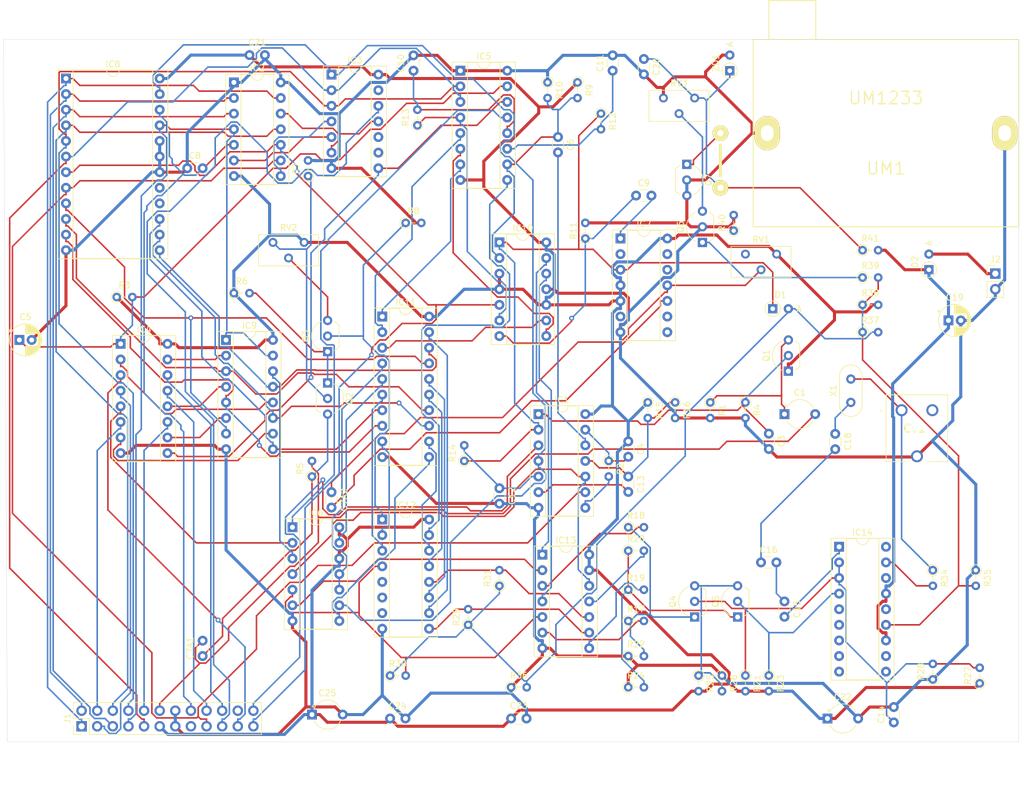
<source format=kicad_pcb>
(kicad_pcb (version 20211014) (generator pcbnew)
  (layers (0 "F.Cu" signal) (31 "B.Cu" signal) (34 "B.Paste" user) (35 "F.Paste" user) (36 "B.SilkS" user "B.Silkscreen") (37 "F.SilkS" user "F.Silkscreen") (38 "B.Mask" user) (39 "F.Mask" user) (44 "Edge.Cuts" user))
  (net 0 "")
  (net 1 "Net-(C1-Pad1)")
  (net 2 "GND")
  (net 3 "Net-(C3-Pad1)")
  (net 4 "Net-(C4-Pad2)")
  (net 5 "VCC")
  (net 6 "Net-(C5-Pad1)")
  (net 7 "Net-(C6-Pad2)")
  (net 8 "Net-(C6-Pad1)")
  (net 9 "Net-(C9-Pad2)")
  (net 10 "Net-(C9-Pad1)")
  (net 11 "Net-(C10-Pad1)")
  (net 12 "Net-(C11-Pad1)")
  (net 13 "Net-(C12-Pad1)")
  (net 14 "Net-(C13-Pad2)")
  (net 15 "Net-(C13-Pad1)")
  (net 16 "/R.Y")
  (net 17 "Net-(C15-Pad2)")
  (net 18 "Net-(C15-Pad1)")
  (net 19 "Net-(C16-Pad1)")
  (net 20 "Net-(C18-Pad1)")
  (net 21 "Net-(C20-Pad1)")
  (net 22 "Net-(D1-Pad2)")
  (net 23 "Net-(D1-Pad1)")
  (net 24 "+12V")
  (net 25 "Net-(IC1-Pad10)")
  (net 26 "Net-(IC1-Pad8)")
  (net 27 "Net-(IC2-Pad6)")
  (net 28 "Net-(IC2-Pad12)")
  (net 29 "/~{WE}")
  (net 30 "Net-(IC2-Pad8)")
  (net 31 "Net-(R34-Pad1)")
  (net 32 "/D7")
  (net 35 "Net-(IC3-Pad8)")
  (net 36 "/D0")
  (net 37 "Net-(IC4-Pad7)")
  (net 38 "/D5")
  (net 39 "/D1")
  (net 40 "Net-(IC4-Pad12)")
  (net 41 "Net-(IC4-Pad5)")
  (net 42 "/D6")
  (net 43 "/D2")
  (net 44 "Net-(IC4-Pad10)")
  (net 45 "/D4")
  (net 46 "Net-(IC4-Pad2)")
  (net 47 "Net-(IC11-Pad1)")
  (net 48 "Net-(IC5-Pad13)")
  (net 49 "Net-(IC10-Pad8)")
  (net 50 "Net-(IC11-Pad2)")
  (net 51 "Net-(IC10-Pad6)")
  (net 52 "Net-(IC12-Pad15)")
  (net 53 "Net-(IC11-Pad5)")
  (net 54 "Net-(IC13-Pad2)")
  (net 55 "/R")
  (net 56 "Net-(IC11-Pad4)")
  (net 57 "Net-(IC6-Pad3)")
  (net 58 "Net-(IC11-Pad11)")
  (net 61 "Net-(IC11-Pad13)")
  (net 62 "Net-(IC11-Pad18)")
  (net 63 "Net-(IC11-Pad8)")
  (net 64 "Net-(IC11-Pad14)")
  (net 65 "Net-(IC11-Pad17)")
  (net 66 "Net-(IC11-Pad7)")
  (net 67 "Net-(IC4-Pad15)")
  (net 68 "Net-(IC10-Pad13)")
  (net 69 "Net-(IC10-Pad12)")
  (net 70 "Net-(IC10-Pad9)")
  (net 71 "Net-(IC11-Pad6)")
  (net 72 "Net-(IC11-Pad12)")
  (net 73 "Net-(IC11-Pad9)")
  (net 75 "Net-(IC11-Pad15)")
  (net 77 "/B")
  (net 79 "Net-(IC11-Pad16)")
  (net 80 "Net-(IC11-Pad19)")
  (net 81 "/G")
  (net 82 "Net-(IC12-Pad1)")
  (net 83 "Net-(IC13-Pad6)")
  (net 84 "Net-(IC13-Pad11)")
  (net 85 "Net-(IC13-Pad3)")
  (net 86 "Net-(IC13-Pad8)")
  (net 89 "Net-(IC14-Pad13)")
  (net 93 "Net-(IC14-Pad4)")
  (net 98 "Net-(Q2-Pad1)")
  (net 99 "Net-(Q2-Pad2)")
  (net 100 "Net-(Q3-Pad3)")
  (net 101 "Net-(Q4-Pad1)")
  (net 102 "Net-(Q4-Pad3)")
  (net 103 "Net-(Q5-Pad1)")
  (net 104 "Net-(Q6-Pad1)")
  (net 105 "Net-(Q6-Pad3)")
  (net 106 "Net-(Q7-Pad1)")
  (net 107 "Net-(IC14-Pad17)")
  (net 111 "/VIDEO")
  (net 112 "/12V_Power")
  (net 113 "/H1\\A1")
  (net 114 "Net-(C7A1-Pad1)")
  (net 115 "Net-(IC1-Pad4)")
  (net 116 "/H0\\A0")
  (net 117 "/V2\\A7")
  (net 118 "/H3\\A3")
  (net 119 "/H2\\A2")
  (net 120 "/H4\\A5")
  (net 121 "/V1\\A6")
  (net 122 "/V0\\A5")
  (net 123 "/V3\\A8")
  (net 124 "/V4\\A9")
  (net 125 "Net-(C7A2-Pad2)")
  (net 126 "Net-(C7A2-Pad1)")
  (footprint "Capacitor_THT:CP_Radial_Tantal_D4.5mm_P5.00mm" (layer "F.Cu") (at 177.8 99.06)
    (fp_text reference "C1")
    (fp_text value "470n 35V tant")
  )
  (footprint "Capacitor_THT:C_Disc_D3.0mm_W1.6mm_P2.50mm" (layer "F.Cu") (at 83.185 138.43 90)
    (fp_text reference "C7A1")
    (fp_text value "1n0")
  )
  (footprint "Capacitor_THT:C_Disc_D3.0mm_W1.6mm_P2.50mm" (layer "F.Cu") (at 175.26 102.235 -90)
    (fp_text reference "C3")
    (fp_text value "100p")
  )
  (footprint "Capacitor_THT:C_Disc_D3.0mm_W1.6mm_P2.50mm" (layer "F.Cu") (at 152.4 103.505 -90)
    (fp_text reference "C4")
    (fp_text value "10n")
  )
  (footprint "Capacitor_THT:CP_Radial_D5.0mm_P2.00mm" (layer "F.Cu") (at 53.38 86.995)
    (fp_text reference "C5")
    (fp_text value "100u 6V3 ")
  )
  (footprint "Capacitor_THT:C_Disc_D3.0mm_W1.6mm_P2.50mm" (layer "F.Cu") (at 140.97 53.975 -90)
    (fp_text reference "C6")
    (fp_text value "1n0")
  )
  (footprint "Capacitor_THT:C_Disc_D3.0mm_W1.6mm_P2.50mm" (layer "F.Cu") (at 104.14 111.76 -90)
    (fp_text reference "C7A2")
    (fp_text value "1n0")
  )
  (footprint "Capacitor_THT:C_Disc_D3.0mm_W1.6mm_P2.50mm" (layer "F.Cu") (at 153.67 63.5)
    (fp_text reference "C9")
    (fp_text value "100n")
  )
  (footprint "Capacitor_THT:C_Disc_D3.0mm_W1.6mm_P2.50mm" (layer "F.Cu") (at 117.475 43.18 90)
    (fp_text reference "C10")
    (fp_text value "10n")
  )
  (footprint "Capacitor_THT:C_Disc_D3.0mm_W1.6mm_P2.50mm" (layer "F.Cu") (at 149.86 43.18 90)
    (fp_text reference "C11")
    (fp_text value "47n")
  )
  (footprint "Capacitor_THT:C_Disc_D3.0mm_W1.6mm_P2.50mm" (layer "F.Cu") (at 131.445 111.125 -90)
    (fp_text reference "C12")
    (fp_text value "1n0")
  )
  (footprint "Capacitor_THT:C_Disc_D3.0mm_W1.6mm_P2.50mm" (layer "F.Cu") (at 152.4 109.22 -90)
    (fp_text reference "C13")
    (fp_text value "4n7")
  )
  (footprint "Capacitor_THT:C_Disc_D3.0mm_W1.6mm_P2.50mm" (layer "F.Cu") (at 195.58 149.225 90)
    (fp_text reference "C14")
    (fp_text value "47n")
  )
  (footprint "Capacitor_THT:C_Disc_D3.0mm_W1.6mm_P2.50mm" (layer "F.Cu") (at 177.8 129.54 -90)
    (fp_text reference "C15")
    (fp_text value "10n")
  )
  (footprint "Capacitor_THT:C_Disc_D3.0mm_W1.6mm_P2.50mm" (layer "F.Cu") (at 173.99 123.19)
    (fp_text reference "C16")
    (fp_text value "33p")
  )
  (footprint "Capacitor_THT:C_Disc_D3.0mm_W1.6mm_P2.50mm" (layer "F.Cu") (at 186.055 102.275 -90)
    (fp_text reference "C18")
    (fp_text value "100n")
  )
  (footprint "Capacitor_THT:CP_Radial_D5.0mm_P2.00mm" (layer "F.Cu") (at 204.47 83.82)
    (fp_text reference "C19")
    (fp_text value "100u 25V")
  )
  (footprint "Capacitor_THT:C_Disc_D3.0mm_W1.6mm_P2.50mm" (layer "F.Cu") (at 154.94 41.275 -90)
    (fp_text reference "C20")
    (fp_text value "220n")
  )
  (footprint "ExtraFootprints:BFC280832659" (layer "F.Cu") (at 196.85 98.425)
    (fp_text reference "CV1")
    (fp_text value "5-65 " hide)
  )
  (footprint "Diode_THT:D_DO-34_SOD68_P2.54mm_Vertical_AnodeUp" (layer "F.Cu") (at 175.895 81.915)
    (fp_text reference "D1")
    (fp_text value "1N4148")
  )
  (footprint "Diode_THT:D_DO-34_SOD68_P2.54mm_Vertical_AnodeUp" (layer "F.Cu") (at 201.295 75.565 90)
    (fp_text reference "D2")
    (fp_text value "IN4001")
  )
  (footprint "Package_DIP:DIP-14_W7.62mm_Socket" (layer "F.Cu") (at 137.795 99.06)
    (fp_text reference "IC1")
    (fp_text value "74LS14")
  )
  (footprint "Package_DIP:DIP-14_W7.62mm_Socket" (layer "F.Cu") (at 88.265 45.085)
    (fp_text reference "IC2")
    (fp_text value "74LS27")
  )
  (footprint "Package_DIP:DIP-14_W7.62mm_Socket" (layer "F.Cu") (at 104.14 43.815)
    (fp_text reference "IC3")
    (fp_text value "74LS30")
  )
  (footprint "Package_DIP:DIP-16_W7.62mm_Socket" (layer "F.Cu") (at 69.85 87.63)
    (fp_text reference "IC4")
    (fp_text value "74LS174")
  )
  (footprint "Package_DIP:DIP-16_W7.62mm_Socket" (layer "F.Cu") (at 125.095 43.18)
    (fp_text reference "IC5")
    (fp_text value "SN74LS279AN")
  )
  (footprint "Package_DIP:DIP-14_W7.62mm_Socket" (layer "F.Cu") (at 97.79 117.475)
    (fp_text reference "IC6")
    (fp_text value "74LS86")
  )
  (footprint "Package_DIP:DIP-14_W7.62mm_Socket" (layer "F.Cu") (at 151.13 70.485)
    (fp_text reference "IC7")
    (fp_text value "74LS121")
  )
  (footprint "Package_DIP:DIP-24_W15.24mm_Socket" (layer "F.Cu") (at 60.96 44.45)
    (fp_text reference "IC8")
    (fp_text value "6116P")
  )
  (footprint "Package_DIP:DIP-16_W7.62mm_Socket" (layer "F.Cu") (at 86.995 86.995)
    (fp_text reference "IC9")
    (fp_text value "74LS367")
  )
  (footprint "Package_DIP:DIP-14_W7.62mm_Socket" (layer "F.Cu") (at 131.445 71.12)
    (fp_text reference "IC10")
    (fp_text value "74LS73")
  )
  (footprint "Package_DIP:DIP-20_W7.62mm_Socket" (layer "F.Cu") (at 112.395 83.185)
    (fp_text reference "IC11")
    (fp_text value "74LS273")
  )
  (footprint "Package_DIP:DIP-16_W7.62mm_Socket" (layer "F.Cu") (at 112.395 116.205)
    (fp_text reference "IC12")
    (fp_text value "74LS157")
  )
  (footprint "Package_DIP:DIP-14_W7.62mm_Socket" (layer "F.Cu") (at 138.43 121.92)
    (fp_text reference "IC13")
    (fp_text value "74LS136")
  )
  (footprint "Package_DIP:DIP-18_W7.62mm_Socket" (layer "F.Cu") (at 186.69 120.65)
    (fp_text reference "IC14")
    (fp_text value "LM1889")
  )
  (footprint "Connector_PinHeader_2.54mm:PinHeader_2x12_P2.54mm_Vertical" (layer "F.Cu") (at 63.5 149.86 90)
    (fp_text reference "J1")
    (fp_text value "Conn_02x12_Counter_Clockwise")
  )
  (footprint "Package_TO_SOT_THT:TO-92_Inline_Wide" (layer "F.Cu") (at 178.435 92.075 90)
    (fp_text reference "Q1")
    (fp_text value "BC214L")
  )
  (footprint "Package_TO_SOT_THT:TO-92_Inline_Wide" (layer "F.Cu") (at 103.505 93.98 -90)
    (fp_text reference "Q2")
    (fp_text value "BC214L")
  )
  (footprint "Package_TO_SOT_THT:TO-92_Inline_Wide" (layer "F.Cu") (at 103.505 88.9 90)
    (fp_text reference "Q3")
    (fp_text value "BC214L")
  )
  (footprint "Package_TO_SOT_THT:TO-92_Inline_Wide" (layer "F.Cu") (at 163.195 132.08 90)
    (fp_text reference "Q4")
    (fp_text value "BCl82L")
  )
  (footprint "Package_TO_SOT_THT:TO-92_Inline_Wide" (layer "F.Cu") (at 170.18 132.08 90)
    (fp_text reference "Q5")
    (fp_text value "BCl82L")
  )
  (footprint "Package_TO_SOT_THT:TO-92_Inline_Wide" (layer "F.Cu") (at 164.465 71.12 90)
    (fp_text reference "Q6")
    (fp_text value "BC214L")
  )
  (footprint "Package_TO_SOT_THT:TO-92_Inline_Wide" (layer "F.Cu") (at 161.925 58.42 -90)
    (fp_text reference "Q7")
    (fp_text value "BC214L")
  )
  (footprint "Resistor_THT:R_Axial_DIN0204_L3.6mm_D1.6mm_P2.54mm_Vertical" (layer "F.Cu") (at 165.735 97.155 -90)
    (fp_text reference "R1")
    (fp_text value "170k")
  )
  (footprint "Resistor_THT:R_Axial_DIN0204_L3.6mm_D1.6mm_P2.54mm_Vertical" (layer "F.Cu") (at 149.225 106.68 -90)
    (fp_text reference "R2")
    (fp_text value "1K0")
  )
  (footprint "Resistor_THT:R_Axial_DIN0204_L3.6mm_D1.6mm_P2.54mm_Vertical" (layer "F.Cu") (at 69.215 80.01)
    (fp_text reference "R3")
    (fp_text value "1K0")
  )
  (footprint "Resistor_THT:R_Axial_DIN0204_L3.6mm_D1.6mm_P2.54mm_Vertical" (layer "F.Cu") (at 171.45 97.155 -90)
    (fp_text reference "R4")
    (fp_text value "1k0")
  )
  (footprint "Resistor_THT:R_Axial_DIN0204_L3.6mm_D1.6mm_P2.54mm_Vertical" (layer "F.Cu") (at 100.965 109.22 90)
    (fp_text reference "R5")
    (fp_text value "1K0")
  )
  (footprint "Resistor_THT:R_Axial_DIN0204_L3.6mm_D1.6mm_P2.54mm_Vertical" (layer "F.Cu") (at 88.265 79.375)
    (fp_text reference "R6")
    (fp_text value "470")
  )
  (footprint "Resistor_THT:R_Axial_DIN0204_L3.6mm_D1.6mm_P2.54mm_Vertical" (layer "F.Cu") (at 100.33 60.325 90)
    (fp_text reference "R7")
    (fp_text value "470")
  )
  (footprint "Resistor_THT:R_Axial_DIN0204_L3.6mm_D1.6mm_P2.54mm_Vertical" (layer "F.Cu") (at 116.205 67.945)
    (fp_text reference "R8")
    (fp_text value "1K0")
  )
  (footprint "Resistor_THT:R_Axial_DIN0204_L3.6mm_D1.6mm_P2.54mm_Vertical" (layer "F.Cu") (at 144.145 45.085 -90)
    (fp_text reference "R9")
    (fp_text value "1K0")
  )
  (footprint "Resistor_THT:R_Axial_DIN0204_L3.6mm_D1.6mm_P2.54mm_Vertical" (layer "F.Cu") (at 139.277 45.085 -90)
    (fp_text reference "R10")
    (fp_text value "1K0")
  )
  (footprint "Resistor_THT:R_Axial_DIN0204_L3.6mm_D1.6mm_P2.54mm_Vertical" (layer "F.Cu") (at 145.415 70.485 90)
    (fp_text reference "R11")
    (fp_text value "1K0")
  )
  (footprint "Resistor_THT:R_Axial_DIN0204_L3.6mm_D1.6mm_P2.54mm_Vertical" (layer "F.Cu") (at 147.955 50.165 -90)
    (fp_text reference "R12")
    (fp_text value "1K0")
  )
  (footprint "Resistor_THT:R_Axial_DIN0204_L3.6mm_D1.6mm_P2.54mm_Vertical" (layer "F.Cu") (at 118.11 52.07 90)
    (fp_text reference "R13")
    (fp_text value "1K0")
  )
  (footprint "Resistor_THT:R_Axial_DIN0204_L3.6mm_D1.6mm_P2.54mm_Vertical" (layer "F.Cu") (at 125.73 106.68 90)
    (fp_text reference "R14")
    (fp_text value "820")
  )
  (footprint "Resistor_THT:R_Axial_DIN0204_L3.6mm_D1.6mm_P2.54mm_Vertical" (layer "F.Cu") (at 155.575 97.155 -90)
    (fp_text reference "R15")
    (fp_text value "1K0")
  )
  (footprint "Resistor_THT:R_Axial_DIN0204_L3.6mm_D1.6mm_P2.54mm_Vertical" (layer "F.Cu") (at 160.02 97.155 -90)
    (fp_text reference "R16")
    (fp_text value "1K0")
  )
  (footprint "Resistor_THT:R_Axial_DIN0204_L3.6mm_D1.6mm_P2.54mm_Vertical" (layer "F.Cu") (at 152.4 132.715)
    (fp_text reference "R17")
    (fp_text value "1K0")
  )
  (footprint "Resistor_THT:R_Axial_DIN0204_L3.6mm_D1.6mm_P2.54mm_Vertical" (layer "F.Cu") (at 152.4 117.475)
    (fp_text reference "R18")
    (fp_text value "1K0")
  )
  (footprint "Resistor_THT:R_Axial_DIN0204_L3.6mm_D1.6mm_P2.54mm_Vertical" (layer "F.Cu") (at 152.4 127.635)
    (fp_text reference "R19")
    (fp_text value "1K0")
  )
  (footprint "Resistor_THT:R_Axial_DIN0204_L3.6mm_D1.6mm_P2.54mm_Vertical" (layer "F.Cu") (at 152.4 121.285)
    (fp_text reference "R20")
    (fp_text value "1K0")
  )
  (footprint "Resistor_THT:R_Axial_DIN0204_L3.6mm_D1.6mm_P2.54mm_Vertical" (layer "F.Cu") (at 171.45 141.605 -90)
    (fp_text reference "R21")
    (fp_text value "1K0")
  )
  (footprint "Resistor_THT:R_Axial_DIN0204_L3.6mm_D1.6mm_P2.54mm_Vertical" (layer "F.Cu") (at 152.4 138.43)
    (fp_text reference "R22")
    (fp_text value "10K")
  )
  (footprint "Resistor_THT:R_Axial_DIN0204_L3.6mm_D1.6mm_P2.54mm_Vertical" (layer "F.Cu") (at 175.26 141.605 -90)
    (fp_text reference "R23")
    (fp_text value "1K0")
  )
  (footprint "Resistor_THT:R_Axial_DIN0204_L3.6mm_D1.6mm_P2.54mm_Vertical" (layer "F.Cu") (at 152.4 143.51)
    (fp_text reference "R24")
    (fp_text value "10K")
  )
  (footprint "Resistor_THT:R_Axial_DIN0204_L3.6mm_D1.6mm_P2.54mm_Vertical" (layer "F.Cu") (at 163.83 141.605 -90)
    (fp_text reference "R25")
    (fp_text value "1K0")
  )
  (footprint "Resistor_THT:R_Axial_DIN0204_L3.6mm_D1.6mm_P2.54mm_Vertical" (layer "F.Cu") (at 167.64 141.605 -90)
    (fp_text reference "R26")
    (fp_text value "1K2")
  )
  (footprint "Resistor_THT:R_Axial_DIN0204_L3.6mm_D1.6mm_P2.54mm_Vertical" (layer "F.Cu") (at 209.55 142.875 90)
    (fp_text reference "R27")
    (fp_text value "1K0")
  )
  (footprint "Resistor_THT:R_Axial_DIN0204_L3.6mm_D1.6mm_P2.54mm_Vertical" (layer "F.Cu") (at 201.93 142.24 90)
    (fp_text reference "R28")
    (fp_text value "3K9")
  )
  (footprint "Resistor_THT:R_Axial_DIN0204_L3.6mm_D1.6mm_P2.54mm_Vertical" (layer "F.Cu") (at 126.365 133.35 90)
    (fp_text reference "R29")
    (fp_text value "1K0")
  )
  (footprint "Resistor_THT:R_Axial_DIN0204_L3.6mm_D1.6mm_P2.54mm_Vertical" (layer "F.Cu") (at 113.665 141.605)
    (fp_text reference "R30")
    (fp_text value "15K")
  )
  (footprint "Resistor_THT:R_Axial_DIN0204_L3.6mm_D1.6mm_P2.54mm_Vertical" (layer "F.Cu") (at 131.445 127 90)
    (fp_text reference "R31")
    (fp_text value "1K0")
  )
  (footprint "Resistor_THT:R_Axial_DIN0204_L3.6mm_D1.6mm_P2.54mm_Vertical" (layer "F.Cu") (at 201.93 124.46 -90)
    (fp_text reference "R34")
    (fp_text value "1K0")
  )
  (footprint "Resistor_THT:R_Axial_DIN0204_L3.6mm_D1.6mm_P2.54mm_Vertical" (layer "F.Cu") (at 208.915 124.46 -90)
    (fp_text reference "R35")
    (fp_text value "3k3")
  )
  (footprint "Resistor_THT:R_Axial_DIN0204_L3.6mm_D1.6mm_P2.54mm_Vertical" (layer "F.Cu") (at 133.35 143.51)
    (fp_text reference "R36")
    (fp_text value "15k")
  )
  (footprint "Resistor_THT:R_Axial_DIN0204_L3.6mm_D1.6mm_P2.54mm_Vertical" (layer "F.Cu") (at 190.5 85.725)
    (fp_text reference "R37")
    (fp_text value "2K2")
  )
  (footprint "Resistor_THT:R_Axial_DIN0204_L3.6mm_D1.6mm_P2.54mm_Vertical" (layer "F.Cu") (at 190.5 81.28)
    (fp_text reference "R38")
    (fp_text value "2K2")
  )
  (footprint "Resistor_THT:R_Axial_DIN0204_L3.6mm_D1.6mm_P2.54mm_Vertical" (layer "F.Cu") (at 190.5 76.835)
    (fp_text reference "R39")
    (fp_text value "1K8")
  )
  (footprint "Resistor_THT:R_Axial_DIN0204_L3.6mm_D1.6mm_P2.54mm_Vertical" (layer "F.Cu") (at 169.545 69.215 90)
    (fp_text reference "R40")
    (fp_text value "3K6")
  )
  (footprint "Resistor_THT:R_Axial_DIN0204_L3.6mm_D1.6mm_P2.54mm_Vertical" (layer "F.Cu") (at 190.5 72.39)
    (fp_text reference "R41")
    (fp_text value "220")
  )
  (footprint "Potentiometer_THT:Potentiometer_Bourns_3296Y_Vertical" (layer "F.Cu") (at 176.53 73.025)
    (fp_text reference "RV1")
    (fp_text value "10K")
  )
  (footprint "Potentiometer_THT:Potentiometer_Bourns_3296Y_Vertical" (layer "F.Cu") (at 99.695 71.12)
    (fp_text reference "RV2")
    (fp_text value "1K0")
  )
  (footprint "Potentiometer_THT:Potentiometer_Bourns_3296Y_Vertical" (layer "F.Cu") (at 163.195 47.625)
    (fp_text reference "RV3")
    (fp_text value "1K0")
  )
  (footprint "aaaafootprints:UM1233" (layer "F.Cu") (at 194.31 53.34 180)
    (fp_text reference "UM1")
    (fp_text value "UM1233")
  )
  (footprint "Crystal:Crystal_HC52-8mm_Vertical" (layer "F.Cu") (at 188.595 97.155 90)
    (fp_text reference "X1")
    (fp_text value "4.4336 MHz")
  )
  (footprint "Diode_THT:D_DO-34_SOD68_P2.54mm_Vertical_AnodeUp" (layer "F.Cu") (at 168.91 43.18 90)
    (fp_text reference "ZD1")
    (fp_text value "4V7 zener, 500")
  )
  (footprint "Capacitor_THT:C_Disc_D3.0mm_W1.6mm_P2.50mm" (layer "F.Cu") (at 90.805 40.64)
    (fp_text reference "C21")
    (fp_text value "100n")
  )
  (footprint "Capacitor_THT:CP_Radial_Tantal_D4.5mm_P5.00mm" (layer "F.Cu") (at 184.785 148.59)
    (fp_text reference "C22")
    (fp_text value "470n 35V tant")
  )
  (footprint "Capacitor_THT:C_Disc_D3.0mm_W1.6mm_P2.50mm" (layer "F.Cu") (at 133.35 148.59)
    (fp_text reference "C23")
    (fp_text value "10n")
  )
  (footprint "Capacitor_THT:C_Disc_D3.0mm_W1.6mm_P2.50mm" (layer "F.Cu") (at 113.665 148.59)
    (fp_text reference "C24")
    (fp_text value "10n")
  )
  (footprint "Capacitor_THT:CP_Radial_Tantal_D4.5mm_P5.00mm" (layer "F.Cu") (at 100.965 147.955)
    (fp_text reference "C25")
    (fp_text value "470n 35V tant")
  )
  (footprint "Connector_PinHeader_2.54mm:PinHeader_1x02_P2.54mm_Vertical" (layer "F.Cu") (at 212.09 76.2)
    (fp_text reference "J2")
    (fp_text value "Conn_01x02")
  )
  (footprint "Capacitor_THT:C_Disc_D3.0mm_W1.6mm_P2.50mm" (layer "F.Cu") (at 80.685 59.055)
    (fp_text reference "C8")
    (fp_text value "33p")
  )
  (gr_line (start 215.9 152.4) (end 215.9 38.1) (layer "Edge.Cuts") (width 0.05))
  (gr_line (start 51.435 152.4) (end 50.8 38.1) (layer "Edge.Cuts") (width 0.05))
  (gr_line (start 215.9 152.4) (end 51.435 152.4) (layer "Edge.Cuts") (width 0.05))
  (gr_line (start 50.8 38.1) (end 215.9 38.1) (layer "Edge.Cuts") (width 0.05))
  (segment (start 177.3256 97.4603) (end 177.8 97.9347) (width 0.25) (layer "F.Cu") (net 1))
  (segment (start 178.435 86.995) (end 177.3256 88.1044) (width 0.25) (layer "F.Cu") (net 1))
  (segment (start 166.8129 96.0771) (end 177.3256 96.0771) (width 0.25) (layer "F.Cu") (net 1))
  (segment (start 177.3256 96.0771) (end 177.3256 97.4603) (width 0.25) (layer "F.Cu") (net 1))
  (segment (start 177.8 99.06) (end 177.8 97.9347) (width 0.25) (layer "F.Cu") (net 1))
  (segment (start 165.735 97.155) (end 166.8129 96.0771) (width 0.25) (layer "F.Cu") (net 1))
  (segment (start 177.3256 88.1044) (end 177.3256 96.0771) (width 0.25) (layer "F.Cu") (net 1))
  (segment (start 131.4185 113.5985) (end 121.1988 113.5985) (width 0.5) (layer "F.Cu") (net 2))
  (segment (start 139.6803 137.16) (end 140.9503 138.43) (width 0.5) (layer "F.Cu") (net 2))
  (segment (start 85.7447 104.775) (end 85.1097 104.14) (width 0.5) (layer "F.Cu") (net 2))
  (segment (start 158.115 45.9038) (end 158.115 47.625) (width 0.5) (layer "F.Cu") (net 2))
  (segment (start 80.685 59.055) (end 80.05 59.69) (width 0.5) (layer "F.Cu") (net 2))
  (segment (start 72.3703 104.14) (end 71.1003 105.41) (width 0.5) (layer "F.Cu") (net 2))
  (segment (start 164.465 68.58) (end 168.91 68.58) (width 0.5) (layer "F.Cu") (net 2))
  (segment (start 157.0688 45.9038) (end 154.94 43.775) (width 0.5) (layer "F.Cu") (net 2))
  (segment (start 153.9033 139.9333) (end 152.4 138.43) (width 0.5) (layer "F.Cu") (net 2))
  (segment (start 95.5027 151.1779) (end 80.0579 151.1779) (width 0.5) (layer "F.Cu") (net 2))
  (segment (start 176.5596 106.0346) (end 175.26 104.735) (width 0.5) (layer "F.Cu") (net 2))
  (segment (start 152.4054 83.7111) (end 152.4054 80.1436) (width 0.5) (layer "F.Cu") (net 2))
  (segment (start 80.0579 151.1779) (end 78.74 149.86) (width 0.5) (layer "F.Cu") (net 2))
  (segment (start 172.5237 53.34) (end 172.5237 51.724) (width 0.5) (layer "F.Cu") (net 2))
  (segment (start 99.9759 146.7047) (end 99.9759 136.1512) (width 0.5) (layer "F.Cu") (net 2))
  (segment (start 161.925 67.945) (end 146.5653 67.945) (width 0.5) (layer "F.Cu") (net 2))
  (segment (start 105.965 147.955) (end 104.7147 146.7047) (width 0.5) (layer "F.Cu") (net 2))
  (segment (start 161.925 67.945) (end 162.56 68.58) (width 0.5) (layer "F.Cu") (net 2))
  (segment (start 167.64 141.605) (end 165.9683 139.9333) (width 0.5) (layer "F.Cu") (net 2))
  (segment (start 168.91 68.4603) (end 169.545 67.8253) (width 0.5) (layer "F.Cu") (net 2))
  (segment (start 164.9824 44.1827) (end 164.9824 43.3673) (width 0.5) (layer "F.Cu") (net 2))
  (segment (start 152.4 141.4366) (end 152.4 143.51) (width 0.5) (layer "F.Cu") (net 2))
  (segment (start 118.745 67.945) (end 117.5947 67.945) (width 0.5) (layer "F.Cu") (net 2))
  (segment (start 99.9759 146.7047) (end 95.5027 151.1779) (width 0.5) (layer "F.Cu") (net 2))
  (segment (start 108.9923 59.055) (end 117.5947 67.6574) (width 0.5) (layer "F.Cu") (net 2))
  (segment (start 189.785 148.59) (end 191.65 146.725) (width 0.5) (layer "F.Cu") (net 2))
  (segment (start 60.96 81.415) (end 55.38 86.995) (width 0.5) (layer "F.Cu") (net 2))
  (segment (start 140.9617 79.3864) (end 140.3153 78.74) (width 0.5) (layer "F.Cu") (net 2))
  (segment (start 153.9033 139.9333) (end 152.4 141.4366) (width 0.5) (layer "F.Cu") (net 2))
  (segment (start 151.13 84.4747) (end 151.6418 84.4747) (width 0.5) (layer "F.Cu") (net 2))
  (segment (start 165.735 99.695) (end 160.02 99.695) (width 0.5) (layer "F.Cu") (net 2))
  (segment (start 169.545 66.675) (end 169.545 67.8253) (width 0.5) (layer "F.Cu") (net 2))
  (segment (start 121.3447 40.68) (end 117.475 40.68) (width 0.5) (layer "F.Cu") (net 2))
  (segment (start 80.05 59.69) (end 76.2 59.69) (width 0.5) (layer "F.Cu") (net 2))
  (segment (start 121.1988 113.5985) (end 113.6453 106.045) (width 0.5) (layer "F.Cu") (net 2))
  (segment (start 164.9037 60.96) (end 161.925 60.96) (width 0.5) (layer "F.Cu") (net 2))
  (segment (start 138.43 138.4103) (end 133.35 143.4903) (width 0.5) (layer "F.Cu") (net 2))
  (segment (start 172.5237 53.34) (end 164.9037 60.96) (width 0.5) (layer "F.Cu") (net 2))
  (segment (start 201.85 103.425) (end 199.2404 106.0346) (width 0.5) (layer "F.Cu") (net 2))
  (segment (start 140.9503 138.43) (end 152.4 138.43) (width 0.5) (layer "F.Cu") (net 2))
  (segment (start 164.9824 43.3673) (end 167.7097 40.64) (width 0.5) (layer "F.Cu") (net 2))
  (segment (start 152.4054 80.1436) (end 151.6482 79.3864) (width 0.5) (layer "F.Cu") (net 2))
  (segment (start 162.56 68.58) (end 164.465 68.58) (width 0.5) (layer "F.Cu") (net 2))
  (segment (start 145.415 67.945) (end 146.5653 67.945) (width 0.5) (layer "F.Cu") (net 2))
  (segment (start 158.115 45.9038) (end 157.0688 45.9038) (width 0.5) (layer "F.Cu") (net 2))
  (segment (start 171.45 99.695) (end 166.8853 99.695) (width 0.5) (layer "F.Cu") (net 2))
  (segment (start 168.91 68.58) (end 168.91 68.4603) (width 0.5) (layer "F.Cu") (net 2))
  (segment (start 151.6418 84.4747) (end 152.4054 83.7111) (width 0.5) (layer "F.Cu") (net 2))
  (segment (start 112.395 106.045) (end 113.6453 106.045) (width 0.5) (layer "F.Cu") (net 2))
  (segment (start 99.9759 136.1512) (end 97.79 133.9653) (width 0.5) (layer "F.Cu") (net 2))
  (segment (start 132.715 43.18) (end 125.095 43.18) (width 0.5) (layer "F.Cu") (net 2))
  (segment (start 151.13 85.725) (end 151.13 84.4747) (width 0.5) (layer "F.Cu") (net 2))
  (segment (start 133.35 143.4903) (end 133.35 143.51) (width 0.5) (layer "F.Cu") (net 2))
  (segment (start 138.43 137.16) (end 138.43 138.4103) (width 0.5) (layer "F.Cu") (net 2))
  (segment (start 164.9824 44.1827) (end 159.8361 44.1827) (width 0.5) (layer "F.Cu") (net 2))
  (segment (start 97.79 132.715) (end 97.79 133.9653) (width 0.5) (layer "F.Cu") (net 2))
  (segment (start 69.85 105.41) (end 71.1003 105.41) (width 0.5) (layer "F.Cu") (net 2))
  (segment (start 159.8361 44.1827) (end 158.115 45.9038) (width 0.5) (layer "F.Cu") (net 2))
  (segment (start 139.065 78.74) (end 140.3153 78.74) (width 0.5) (layer "F.Cu") (net 2))
  (segment (start 138.43 137.16) (end 139.6803 137.16) (width 0.5) (layer "F.Cu") (net 2))
  (segment (start 85.1097 104.14) (end 72.3703 104.14) (width 0.5) (layer "F.Cu") (net 2))
  (segment (start 191.65 146.725) (end 195.58 146.725) (width 0.5) (layer "F.Cu") (net 2))
  (segment (start 172.5237 51.724) (end 164.9824 44.1827) (width 0.5) (layer "F.Cu") (net 2))
  (segment (start 199.2404 106.0346) (end 176.5596 106.0346) (width 0.5) (layer "F.Cu") (net 2))
  (segment (start 131.445 113.625) (end 131.4185 113.5985) (width 0.5) (layer "F.Cu") (net 2))
  (segment (start 123.8447 43.18) (end 121.3447 40.68) (width 0.5) (layer "F.Cu") (net 2))
  (segment (start 117.5947 67.6574) (end 117.5947 67.945) (width 0.5) (layer "F.Cu") (net 2))
  (segment (start 151.6482 79.3864) (end 140.9617 79.3864) (width 0.5) (layer "F.Cu") (net 2))
  (segment (start 104.14 59.055) (end 108.9923 59.055) (width 0.5) (layer "F.Cu") (net 2))
  (segment (start 168.91 68.58) (end 169.545 69.215) (width 0.5) (layer "F.Cu") (net 2))
  (segment (start 104.7147 146.7047) (end 99.9759 146.7047) (width 0.5) (layer "F.Cu") (net 2))
  (segment (start 175.006 53.34) (end 172.5237 53.34) (width 0.5) (layer "F.Cu") (net 2))
  (segment (start 165.735 99.695) (end 166.8853 99.695) (width 0.5) (layer "F.Cu") (net 2))
  (segment (start 86.995 104.775) (end 85.7447 104.775) (width 0.5) (layer "F.Cu") (net 2))
  (segment (start 125.095 43.18) (end 123.8447 43.18) (width 0.5) (layer "F.Cu") (net 2))
  (segment (start 168.91 40.64) (end 167.7097 40.64) (width 0.5) (layer "F.Cu") (net 2))
  (segment (start 161.925 67.945) (end 161.925 63.5) (width 0.5) (layer "F.Cu") (net 2))
  (segment (start 60.96 72.39) (end 60.96 81.415) (width 0.5) (layer "F.Cu") (net 2))
  (segment (start 165.9683 139.9333) (end 153.9033 139.9333) (width 0.5) (layer "F.Cu") (net 2))
  (segment (start 89.5153 45.085) (end 93.3253 41.275) (width 0.5) (layer "B.Cu") (net 2))
  (segment (start 86.995 106.0253) (end 86.995 121.1883) (width 0.5) (layer "B.Cu") (net 2))
  (segment (start 95.885 45.085) (end 95.885 43.8347) (width 0.5) (layer "B.Cu") (net 2))
  (segment (start 133.35 143.51) (end 133.35 144.4618) (width 0.5) (layer "B.Cu") (net 2))
  (segment (start 120.2932 144.4618) (end 116.165 148.59) (width 0.5) (layer "B.Cu") (net 2))
  (segment (start 189.785 148.59) (end 184.07 142.875) (width 0.5) (layer "B.Cu") (net 2))
  (segment (start 164.465 68.58) (end 160.4502 72.5948) (width 0.5) (layer "B.Cu") (net 2))
  (segment (start 112.395 144.82) (end 116.165 148.59) (width 0.5) (layer "B.Cu") (net 2))
  (segment (start 137.795 114.3) (end 137.795 115.5503) (width 0.5) (layer "B.Cu") (net 2))
  (segment (start 137.883 135.9097) (end 137.1545 135.1812) (width 0.5) (layer "B.Cu") (net 2))
  (segment (start 110.4716 45.085) (end 113.07 45.085) (width 0.5) (layer "B.Cu") (net 2))
  (segment (start 132.715 43.18) (end 133.9653 43.18) (width 0.5) (layer "B.Cu") (net 2))
  (segment (start 201.93 142.24) (end 207.5254 136.6446) (width 0.5) (layer "B.Cu") (net 2))
  (segment (start 97.2714 131.4647) (end 97.79 131.4647) (width 0.5) (layer "B.Cu") (net 2))
  (segment (start 88.8902 45.085) (end 89.5153 45.085) (width 0.5) (layer "B.Cu") (net 2))
  (segment (start 93.305 41.2547) (end 93.305 40.64) (width 0.5) (layer "B.Cu") (net 2))
  (segment (start 207.5254 125.8496) (end 208.915 124.46) (width 0.5) (layer "B.Cu") (net 2))
  (segment (start 213.614 77.216) (end 212.09 78.74) (width 0.5) (layer "B.Cu") (net 2))
  (segment (start 95.885 45.085) (end 97.1353 45.085) (width 0.5) (layer "B.Cu") (net 2))
  (segment (start 105.3909 50.1657) (end 110.4716 45.085) (width 0.5) (layer "B.Cu") (net 2))
  (segment (start 102.216 50.1657) (end 105.3909 50.1657) (width 0.5) (layer "B.Cu") (net 2))
  (segment (start 109.26 147.955) (end 112.395 144.82) (width 0.5) (layer "B.Cu") (net 2))
  (segment (start 184.07 142.875) (end 168.91 142.875) (width 0.5) (layer "B.Cu") (net 2))
  (segment (start 76.2 57.15) (end 76.2 54.61) (width 0.5) (layer "B.Cu") (net 2))
  (segment (start 205.1704 97.5496) (end 206.47 96.25) (width 0.5) (layer "B.Cu") (net 2))
  (segment (start 200.065 142.24) (end 201.93 142.24) (width 0.5) (layer "B.Cu") (net 2))
  (segment (start 195.58 146.725) (end 200.065 142.24) (width 0.5) (layer "B.Cu") (net 2))
  (segment (start 105.965 147.955) (end 109.26 147.955) (width 0.5) (layer "B.Cu") (net 2))
  (segment (start 138.43 137.16) (end 138.43 135.9097) (width 0.5) (layer "B.Cu") (net 2))
  (segment (start 105.3909 50.1657) (end 105.3909 57.0977) (width 0.5) (layer "B.Cu") (net 2))
  (segment (start 137.1545 116.1908) (end 137.795 115.5503) (width 0.5) (layer "B.Cu") (net 2))
  (segment (start 95.885 43.8347) (end 93.3253 41.275) (width 0.5) (layer "B.Cu") (net 2))
  (segment (start 151.845 40.68) (end 154.94 43.775) (width 0.5) (layer "B.Cu") (net 2))
  (segment (start 160.4502 72.5948) (end 160.4502 75.6472) (width 0.5) (layer "B.Cu") (net 2))
  (segment (start 161.925 60.96) (end 161.925 63.5) (width 0.5) (layer "B.Cu") (net 2))
  (segment (start 133.35 144.4618) (end 120.2932 144.4618) (width 0.5) (layer "B.Cu") (net 2))
  (segment (start 160.02 98.5447) (end 159.7324 98.5447) (width 0.5) (layer "B.Cu") (net 2))
  (segment (start 160.4502 75.6472) (end 159.2624 76.835) (width 0.5) (layer "B.Cu") (net 2))
  (segment (start 139.277 43.18) (end 133.9653 43.18) (width 0.5) (layer "B.Cu") (net 2))
  (segment (start 104.14 59.055) (end 104.14 57.8131) (width 0.5) (layer "B.Cu") (net 2))
  (segment (start 151.6739 84.4747) (end 151.13 84.4747) (width 0.5) (layer "B.Cu") (net 2))
  (segment (start 135.85 148.59) (end 135.85 146.9618) (width 0.5) (layer "B.Cu") (net 2))
  (segment (start 100.33 57.785) (end 101.4803 57.785) (width 0.5) (layer "B.Cu") (net 2))
  (segment (start 101.5084 57.8131) (end 101.4803 57.785) (width 0.5) (layer "B.Cu") (net 2))
  (segment (start 159.2624 76.835) (end 158.1554 76.835) (width 0.5) (layer "B.Cu") (net 2))
  (segment (start 74.9103 59.69) (end 62.2103 72.39) (width 0.5) (layer "B.Cu") (net 2))
  (segment (start 201.85 103.425) (end 205.1704 100.1046) (width 0.5) (layer "B.Cu") (net 2))
  (segment (start 171.45 99.695) (end 171.45 100.925) (width 0.5) (layer "B.Cu") (net 2))
  (segment (start 97.79 132.715) (end 97.79 131.4647) (width 0.5) (layer "B.Cu") (net 2))
  (segment (start 207.5254 136.6446) (end 207.5254 125.8496) (width 0.5) (layer "B.Cu") (net 2))
  (segment (start 86.995 121.1883) (end 97.2714 131.4647) (width 0.5) (layer "B.Cu") (net 2))
  (segment (start 138.43 135.9097) (end 137.883 135.9097) (width 0.5) (layer "B.Cu") (net 2))
  (segment (start 86.995 104.775) (end 86.995 106.0253) (width 0.5) (layer "B.Cu") (net 2))
  (segment (start 88.8902 45.085) (end 80.685 53.2902) (width 0.5) (layer "B.Cu") (net 2))
  (segment (start 76.2 59.69) (end 74.9103 59.69) (width 0.5) (layer "B.Cu") (net 2))
  (segment (start 158.1554 76.835) (end 152.4196 82.5708) (width 0.5) (layer "B.Cu") (net 2))
  (segment (start 201.85 103.425) (end 208.915 110.49) (width 0.5) (layer "B.Cu") (net 2))
  (segment (start 60.96 72.39) (end 62.2103 72.39) (width 0.5) (layer "B.Cu") (net 2))
  (segment (start 206.47 96.25) (end 206.47 83.82) (width 0.5) (layer "B.Cu") (net 2))
  (segment (start 112.395 133.985) (end 112.395 144.82) (width 0.5) (layer "B.Cu") (net 2))
  (segment (start 80.685 53.2902) (end 80.685 59.055) (width 0.5) (layer "B.Cu") (net 2))
  (segment (start 160.02 99.695) (end 160.02 98.5447) (width 0.5) (layer "B.Cu") (net 2))
  (segment (start 151.13 89.9423) (end 151.13 85.725) (width 0.5) (layer "B.Cu") (net 2))
  (segment (start 104.6755 57.8131) (end 104.14 57.8131) (width 0.5) (layer "B.Cu") (net 2))
  (segment (start 168.91 142.875) (end 167.64 141.605) (width 0.5) (layer "B.Cu") (net 2))
  (segment (start 159.7324 98.5447) (end 151.13 89.9423) (width 0.5) (layer "B.Cu") (net 2))
  (segment (start 139.277 43.18) (end 141.777 40.68) (width 0.5) (layer "B.Cu") (net 2))
  (segment (start 105.3909 57.0977) (end 104.6755 57.8131) (width 0.5) (layer "B.Cu") (net 2))
  (segment (start 208.3103 83.82) (end 212.09 80.0403) (width 0.5) (layer "B.Cu") (net 2))
  (segment (start 131.445 113.625) (end 135.8697 113.625) (width 0.5) (layer "B.Cu") (net 2))
  (segment (start 208.915 110.49) (end 208.915 124.46) (width 0.5) (layer "B.Cu") (net 2))
  (segment (start 141.777 40.68) (end 149.86 40.68) (width 0.5) (layer "B.Cu") (net 2))
  (segment (start 206.47 83.82) (end 208.3103 83.82) (width 0.5) (layer "B.Cu") (net 2))
  (segment (start 137.795 114.3) (end 136.5447 114.3) (width 0.5) (layer "B.Cu") (net 2))
  (segment (start 152.4196 83.729) (end 151.6739 84.4747) (width 0.5) (layer "B.Cu") (net 2))
  (segment (start 88.265 45.085) (end 88.8902 45.085) (width 0.5) (layer "B.Cu") (net 2))
  (segment (start 152.4196 82.5708) (end 152.4196 83.729) (width 0.5) (layer "B.Cu") (net 2))
  (segment (start 205.1704 100.1046) (end 205.1704 97.5496) (width 0.5) (layer "B.Cu") (net 2))
  (segment (start 104.14 57.8131) (end 101.5084 57.8131) (width 0.5) (layer "B.Cu") (net 2))
  (segment (start 76.2 59.69) (end 76.2 57.15) (width 0.5) (layer "B.Cu") (net 2))
  (segment (start 137.1545 135.1812) (end 137.1545 116.1908) (width 0.5) (layer "B.Cu") (net 2))
  (segment (start 135.85 146.9618) (end 133.35 144.4618) (width 0.5) (layer "B.Cu") (net 2))
  (segment (start 149.86 40.68) (end 151.845 40.68) (width 0.5) (layer "B.Cu") (net 2))
  (segment (start 212.09 78.74) (end 212.09 80.0403) (width 0.5) (layer "B.Cu") (net 2))
  (segment (start 97.1353 45.085) (end 102.216 50.1657) (width 0.5) (layer "B.Cu") (net 2))
  (segment (start 151.13 85.725) (end 151.13 84.4747) (width 0.5) (layer "B.Cu") (net 2))
  (segment (start 113.07 45.085) (end 117.475 40.68) (width 0.5) (layer "B.Cu") (net 2))
  (segment (start 78.74 149.86) (end 78.74 147.32) (width 0.5) (layer "B.Cu") (net 2))
  (segment (start 139.277 45.085) (end 139.277 43.18) (width 0.5) (layer "B.Cu") (net 2))
  (segment (start 213.614 53.34) (end 213.614 77.216) (width 0.5) (layer "B.Cu") (net 2))
  (segment (start 171.45 100.925) (end 175.26 104.735) (width 0.5) (layer "B.Cu") (net 2))
  (segment (start 93.3253 41.275) (end 93.305 41.2547) (width 0.5) (layer "B.Cu") (net 2))
  (segment (start 135.8697 113.625) (end 136.5447 114.3) (width 0.5) (layer "B.Cu") (net 2))
  (segment (start 140.0456 100.1853) (end 153.9133 100.1853) (width 0.25) (layer "F.Cu") (net 3))
  (segment (start 175.26 102.0228) (end 175.26 102.235) (width 0.25) (layer "F.Cu") (net 3))
  (segment (start 153.9133 100.1853) (end 154.4594 100.7314) (width 0.25) (layer "F.Cu") (net 3))
  (segment (start 170.9211 97.6839) (end 175.26 102.0228) (width 0.25) (layer "F.Cu") (net 3))
  (segment (start 170.9211 97.6839) (end 171.45 97.155) (width 0.25) (layer "F.Cu") (net 3))
  (segment (start 156.6419 100.7314) (end 158.9483 98.425) (width 0.25) (layer "F.Cu") (net 3))
  (segment (start 154.4594 100.7314) (end 156.6419 100.7314) (width 0.25) (layer "F.Cu") (net 3))
  (segment (start 137.795 99.06) (end 138.9203 99.06) (width 0.25) (layer "F.Cu") (net 3))
  (segment (start 158.9483 98.425) (end 170.18 98.425) (width 0.25) (layer "F.Cu") (net 3))
  (segment (start 138.9203 99.06) (end 140.0456 100.1853) (width 0.25) (layer "F.Cu") (net 3))
  (segment (start 170.18 98.425) (end 170.9211 97.6839) (width 0.25) (layer "F.Cu") (net 3))
  (segment (start 178.435 89.535) (end 171.45 96.52) (width 0.25) (layer "B.Cu") (net 3))
  (segment (start 171.45 96.52) (end 171.45 97.155) (width 0.25) (layer "B.Cu") (net 3))
  (segment (start 149.225 106.68) (end 151.725 106.68) (width 0.25) (layer "F.Cu") (net 4))
  (segment (start 151.725 106.68) (end 152.4 106.005) (width 0.25) (layer "F.Cu") (net 4))
  (segment (start 149.225 105.41) (end 149.225 106.68) (width 0.25) (layer "B.Cu") (net 4))
  (segment (start 145.415 101.6) (end 149.225 105.41) (width 0.25) (layer "B.Cu") (net 4))
  (segment (start 185.9353 83.7406) (end 185.9353 82.4303) (width 0.5) (layer "F.Cu") (net 5))
  (segment (start 184.785 148.59) (end 186.0353 148.59) (width 0.5) (layer "F.Cu") (net 5))
  (segment (start 147.3003 124.46) (end 154.1198 131.2795) (width 0.5) (layer "F.Cu") (net 5))
  (segment (start 137.8352 49.0593) (end 137.8352 50.0808) (width 0.5) (layer "F.Cu") (net 5))
  (segment (start 114.9306 149.8556) (end 113.665 148.59) (width 0.5) (layer "F.Cu") (net 5))
  (segment (start 158.75 70.485) (end 160.0003 70.485) (width 0.5) (layer "F.Cu") (net 5))
  (segment (start 93.3647 86.995) (end 92.1143 88.2454) (width 0.5) (layer "F.Cu") (net 5))
  (segment (start 106.6996 120.5621) (end 106.6996 119.471) (width 0.5) (layer "F.Cu") (net 5))
  (segment (start 128.905 57.9191) (end 128.905 60.96) (width 0.5) (layer "F.Cu") (net 5))
  (segment (start 105.41 121.3047) (end 105.957 121.3047) (width 0.5) (layer "F.Cu") (net 5))
  (segment (start 131.445 78.74) (end 131.445 77.4503) (width 0.5) (layer "F.Cu") (net 5))
  (segment (start 120.015 83.185) (end 118.7647 83.185) (width 0.5) (layer "F.Cu") (net 5))
  (segment (start 151.13 80.645) (end 149.8797 80.645) (width 0.5) (layer "F.Cu") (net 5))
  (segment (start 105.41 122.555) (end 105.41 121.3047) (width 0.5) (layer "F.Cu") (net 5))
  (segment (start 94.615 86.995) (end 93.3647 86.995) (width 0.5) (layer "F.Cu") (net 5))
  (segment (start 105.9539 118.7253) (end 105.41 118.7253) (width 0.5) (layer "F.Cu") (net 5))
  (segment (start 92.1143 88.2454) (end 79.3357 88.2454) (width 0.5) (layer "F.Cu") (net 5))
  (segment (start 166.1306 142.9947) (end 164.9803 144.145) (width 0.5) (layer "F.Cu") (net 5))
  (segment (start 178.435 92.075) (end 178.435 90.8747) (width 0.5) (layer "F.Cu") (net 5))
  (segment (start 132.2141 54.61) (end 128.905 57.9191) (width 0.5) (layer "F.Cu") (net 5))
  (segment (start 128.905 62.2103) (end 128.905 60.96) (width 0.5) (layer "F.Cu") (net 5))
  (segment (start 146.05 124.46) (end 147.3003 124.46) (width 0.5) (layer "F.Cu") (net 5))
  (segment (start 118.7647 83.185) (end 106.6997 71.12) (width 0.5) (layer "F.Cu") (net 5))
  (segment (start 165.8901 138.2161) (end 168.7903 141.1163) (width 0.5) (layer "F.Cu") (net 5))
  (segment (start 133.35 148.59) (end 132.0844 149.8556) (width 0.5) (layer "F.Cu") (net 5))
  (segment (start 168.5508 142.9947) (end 166.1306 142.9947) (width 0.5) (layer "F.Cu") (net 5))
  (segment (start 162.6797 144.145) (end 159.6158 147.2089) (width 0.5) (layer "F.Cu") (net 5))
  (segment (start 191.8897 81.5677) (end 191.8897 81.28) (width 0.5) (layer "F.Cu") (net 5))
  (segment (start 79.3357 88.2454) (end 78.7203 87.63) (width 0.5) (layer "F.Cu") (net 5))
  (segment (start 117.5144 117.4553) (end 108.7153 117.4553) (width 0.5) (layer "F.Cu") (net 5))
  (segment (start 171.45 144.145) (end 170.2997 144.145) (width 0.5) (layer "F.Cu") (net 5))
  (segment (start 76.2197 87.0147) (end 69.215 80.01) (width 0.5) (layer "F.Cu") (net 5))
  (segment (start 149.2447 81.28) (end 149.8797 80.645) (width 0.5) (layer "F.Cu") (net 5))
  (segment (start 208.8779 143.5471) (end 191.0782 143.5471) (width 0.5) (layer "F.Cu") (net 5))
  (segment (start 139.065 71.12) (end 137.8147 71.12) (width 0.5) (layer "F.Cu") (net 5))
  (segment (start 113.0103 43.815) (end 113.6453 44.45) (width 0.5) (layer "F.Cu") (net 5))
  (segment (start 166.7867 69.9196) (end 168.6392 71.7721) (width 0.5) (layer "F.Cu") (net 5))
  (segment (start 137.8352 49.0593) (end 140.1707 49.0593) (width 0.5) (layer "F.Cu") (net 5))
  (segment (start 163.83 144.145) (end 164.9803 144.145) (width 0.5) (layer "F.Cu") (net 5))
  (segment (start 140.1707 49.0593) (end 144.145 45.085) (width 0.5) (layer "F.Cu") (net 5))
  (segment (start 154.1198 131.2795) (end 155.1315 131.2795) (width 0.5) (layer "F.Cu") (net 5))
  (segment (start 103.4656 149.2053) (end 102.2153 147.955) (width 0.5) (layer "F.Cu") (net 5))
  (segment (start 92.7261 42.5611) (end 90.805 40.64) (width 0.5) (layer "F.Cu") (net 5))
  (segment (start 139.065 81.28) (end 149.2447 81.28) (width 0.5) (layer "F.Cu") (net 5))
  (segment (start 132.0844 149.8556) (end 114.9306 149.8556) (width 0.5) (layer "F.Cu") (net 5))
  (segment (start 209.55 142.875) (end 208.8779 143.5471) (width 0.5) (layer "F.Cu") (net 5))
  (segment (start 134.7311 147.2089) (end 133.35 148.59) (width 0.5) (layer "F.Cu") (net 5))
  (segment (start 168.6392 71.7721) (end 175.2771 71.7721) (width 0.5) (layer "F.Cu") (net 5))
  (segment (start 168.7903 141.1163) (end 168.7903 142.7552) (width 0.5) (layer "F.Cu") (net 5))
  (segment (start 111.1349 43.815) (end 111.76 43.815) (width 0.5) (layer "F.Cu") (net 5))
  (segment (start 76.2197 87.63) (end 76.2197 87.0147) (width 0.5) (layer "F.Cu") (net 5))
  (segment (start 175.2771 71.7721) (end 176.53 73.025) (width 0.5) (layer "F.Cu") (net 5))
  (segment (start 113.665 148.59) (end 113.0497 149.2053) (width 0.5) (layer "F.Cu") (net 5))
  (segment (start 111.1349 43.815) (end 110.5097 43.815) (width 0.5) (layer "F.Cu") (net 5))
  (segment (start 137.8352 50.0808) (end 133.306 54.61) (width 0.5) (layer "F.Cu") (net 5))
  (segment (start 191.0271 82.4303) (end 191.8897 81.5677) (width 0.5) (layer "F.Cu") (net 5))
  (segment (start 113.6453 44.45) (end 133.2259 44.45) (width 0.5) (layer "F.Cu") (net 5))
  (segment (start 193.04 81.28) (end 191.8897 81.28) (width 0.5) (layer "F.Cu") (net 5))
  (segment (start 178.8012 90.8747) (end 185.9353 83.7406) (width 0.5) (layer "F.Cu") (net 5))
  (segment (start 162.0681 138.2161) (end 165.8901 138.2161) (width 0.5) (layer "F.Cu") (net 5))
  (segment (start 105.957 121.3047) (end 106.6996 120.5621) (width 0.5) (layer "F.Cu") (net 5))
  (segment (start 159.6158 147.2089) (end 134.7311 147.2089) (width 0.5) (layer "F.Cu") (net 5))
  (segment (start 170.1801 144.145) (end 170.2997 144.145) (width 0.5) (layer "F.Cu") (net 5))
  (segment (start 77.47 87.63) (end 78.7203 87.63) (width 0.5) (layer "F.Cu") (net 5))
  (segment (start 128.905 60.96) (end 125.095 60.96) (width 0.5) (layer "F.Cu") (net 5))
  (segment (start 139.065 81.28) (end 137.8147 81.28) (width 0.5) (layer "F.Cu") (net 5))
  (segment (start 163.83 144.145) (end 162.6797 144.145) (width 0.5) (layer "F.Cu") (net 5))
  (segment (start 131.445 78.74) (end 135.2747 78.74) (width 0.5) (layer "F.Cu") (net 5))
  (segment (start 171.45 144.145) (end 175.26 144.145) (width 0.5) (layer "F.Cu") (net 5))
  (segment (start 106.6997 71.12) (end 99.695 71.12) (width 0.5) (layer "F.Cu") (net 5))
  (segment (start 106.6996 119.471) (end 105.9539 118.7253) (width 0.5) (layer "F.Cu") (net 5))
  (segment (start 185.9353 82.4303) (end 191.0271 82.4303) (width 0.5) (layer "F.Cu") (net 5))
  (segment (start 100.965 147.955) (end 102.2153 147.955) (width 0.5) (layer "F.Cu") (net 5))
  (segment (start 118.7647 116.205) (end 117.5144 117.4553) (width 0.5) (layer "F.Cu") (net 5))
  (segment (start 109.2558 42.5611) (end 92.7261 42.5611) (width 0.5) (layer "F.Cu") (net 5))
  (segment (start 137.8147 71.12) (end 128.905 62.2103) (width 0.5) (layer "F.Cu") (net 5))
  (segment (start 77.47 87.63) (end 76.2197 87.63) (width 0.5) (layer "F.Cu") (net 5))
  (segment (start 105.41 117.475) (end 105.41 118.7253) (width 0.5) (layer "F.Cu") (net 5))
  (segment (start 110.5097 43.815) (end 109.2558 42.5611) (width 0.5) (layer "F.Cu") (net 5))
  (segment (start 178.435 90.8747) (end 178.8012 90.8747) (width 0.5) (layer "F.Cu") (net 5))
  (segment (start 108.7153 117.4553) (end 106.6996 119.471) (width 0.5) (layer "F.Cu") (net 5))
  (segment (start 111.76 43.815) (end 113.0103 43.815) (width 0.5) (layer "F.Cu") (net 5))
  (segment (start 133.306 54.61) (end 132.2141 54.61) (width 0.5) (layer "F.Cu") (net 5))
  (segment (start 160.5657 69.9196) (end 166.7867 69.9196) (width 0.5) (layer "F.Cu") (net 5))
  (segment (start 131.445 76.2) (end 131.445 77.4503) (width 0.5) (layer "F.Cu") (net 5))
  (segment (start 160.0003 70.485) (end 160.5657 69.9196) (width 0.5) (layer "F.Cu") (net 5))
  (segment (start 113.0497 149.2053) (end 103.4656 149.2053) (width 0.5) (layer "F.Cu") (net 5))
  (segment (start 168.7903 142.7552) (end 170.1801 144.145) (width 0.5) (layer "F.Cu") (net 5))
  (segment (start 168.7903 142.7552) (end 168.5508 142.9947) (width 0.5) (layer "F.Cu") (net 5))
  (segment (start 191.0782 143.5471) (end 186.0353 148.59) (width 0.5) (layer "F.Cu") (net 5))
  (segment (start 120.015 116.205) (end 118.7647 116.205) (width 0.5) (layer "F.Cu") (net 5))
  (segment (start 135.2747 78.74) (end 137.8147 81.28) (width 0.5) (layer "F.Cu") (net 5))
  (segment (start 155.1315 131.2795) (end 162.0681 138.2161) (width 0.5) (layer "F.Cu") (net 5))
  (segment (start 176.53 73.025) (end 185.9353 82.4303) (width 0.5) (layer "F.Cu") (net 5))
  (segment (start 133.2259 44.45) (end 137.8352 49.0593) (width 0.5) (layer "F.Cu") (net 5))
  (segment (start 152.4 103.505) (end 152.4 100.33) (width 0.5) (layer "B.Cu") (net 5))
  (segment (start 104.863 123.8053) (end 105.41 123.8053) (width 0.5) (layer "B.Cu") (net 5))
  (segment (start 151.13 80.645) (end 151.13 78.105) (width 0.5) (layer "B.Cu") (net 5))
  (segment (start 76.2 44.45) (end 77.4503 44.45) (width 0.5) (layer "B.Cu") (net 5))
  (segment (start 149.8671 76.1388) (end 149.8671 75.0233) (width 0.5) (layer "B.Cu") (net 5))
  (segment (start 184.785 148.59) (end 183.5347 148.59) (width 0.5) (layer "B.Cu") (net 5))
  (segment (start 125.7103 78.74) (end 121.2653 83.185) (width 0.5) (layer "B.Cu") (net 5))
  (segment (start 94.615 85.7447) (end 88.265 79.3947) (width 0.5) (layer "B.Cu") (net 5))
  (segment (start 146.05 124.46) (end 146.05 121.92) (width 0.5) (layer "B.Cu") (net 5))
  (segment (start 147.9826 97.7427) (end 149.8329 97.7427) (width 0.5) (layer "B.Cu") (net 5))
  (segment (start 151.13 76.8547) (end 150.583 76.8547) (width 0.5) (layer "B.Cu") (net 5))
  (segment (start 120.015 83.185) (end 121.2653 83.185) (width 0.5) (layer "B.Cu") (net 5))
  (segment (start 158.75 70.485) (end 157.4997 70.485) (width 0.5) (layer "B.Cu") (net 5))
  (segment (start 151.13 78.105) (end 151.13 76.8547) (width 0.5) (layer "B.Cu") (net 5))
  (segment (start 149.8329 82.6454) (end 150.583 81.8953) (width 0.5) (layer "B.Cu") (net 5))
  (segment (start 77.5179 151.1779) (end 76.2 149.86) (width 0.5) (layer "B.Cu") (net 5))
  (segment (start 88.265 60.325) (end 89.5153 60.325) (width 0.5) (layer "B.Cu") (net 5))
  (segment (start 146.05 120.6697) (end 150.6327 116.087) (width 0.5) (layer "B.Cu") (net 5))
  (segment (start 149.8329 97.7427) (end 149.8329 82.6454) (width 0.5) (layer "B.Cu") (net 5))
  (segment (start 140.3546 79.2871) (end 140.3546 73.116) (width 0.5) (layer "B.Cu") (net 5))
  (segment (start 139.065 80.0297) (end 139.612 80.0297) (width 0.5) (layer "B.Cu") (net 5))
  (segment (start 94.0729 69.9496) (end 94.0729 64.8826) (width 0.5) (layer "B.Cu") (net 5))
  (segment (start 98.5246 69.9496) (end 99.695 71.12) (width 0.5) (layer "B.Cu") (net 5))
  (segment (start 88.265 75.7575) (end 94.0729 69.9496) (width 0.5) (layer "B.Cu") (net 5))
  (segment (start 149.8671 75.0233) (end 150.5954 74.295) (width 0.5) (layer "B.Cu") (net 5))
  (segment (start 139.065 81.28) (end 139.065 80.0297) (width 0.5) (layer "B.Cu") (net 5))
  (segment (start 139.065 71.12) (end 139.065 72.3703) (width 0.5) (layer "B.Cu") (net 5))
  (segment (start 150.6327 116.087) (end 150.6327 105.2723) (width 0.5) (layer "B.Cu") (net 5))
  (segment (start 88.265 79.3947) (end 88.265 79.375) (width 0.5) (layer "B.Cu") (net 5))
  (segment (start 94.0729 64.8826) (end 89.5153 60.325) (width 0.5) (layer "B.Cu") (net 5))
  (segment (start 100.965 147.955) (end 99.7147 147.955) (width 0.5) (layer "B.Cu") (net 5))
  (segment (start 151.13 80.645) (end 151.13 81.8953) (width 0.5) (layer "B.Cu") (net 5))
  (segment (start 100.965 127.7033) (end 104.863 123.8053) (width 0.5) (layer "B.Cu") (net 5))
  (segment (start 150.6327 105.2723) (end 152.4 103.505) (width 0.5) (layer "B.Cu") (net 5))
  (segment (start 105.41 122.555) (end 105.41 123.8053) (width 0.5) (layer "B.Cu") (net 5))
  (segment (start 100.965 147.955) (end 100.965 127.7033) (width 0.5) (layer "B.Cu") (net 5))
  (segment (start 130.1947 78.74) (end 125.7103 78.74) (width 0.5) (layer "B.Cu") (net 5))
  (segment (start 150.583 81.8953) (end 151.13 81.8953) (width 0.5) (layer "B.Cu") (net 5))
  (segment (start 81.2603 40.64) (end 90.805 40.64) (width 0.5) (layer "B.Cu") (net 5))
  (segment (start 131.445 78.74) (end 130.1947 78.74) (width 0.5) (layer "B.Cu") (net 5))
  (segment (start 99.7147 147.955) (end 96.4918 151.1779) (width 0.5) (layer "B.Cu") (net 5))
  (segment (start 149.8329 97.7427) (end 152.4101 100.3199) (width 0.5) (layer "B.Cu") (net 5))
  (segment (start 139.6089 72.3703) (end 139.065 72.3703) (width 0.5) (layer "B.Cu") (net 5))
  (segment (start 145.415 99.06) (end 146.6653 99.06) (width 0.5) (layer "B.Cu") (net 5))
  (segment (start 96.4918 151.1779) (end 77.5179 151.1779) (width 0.5) (layer "B.Cu") (net 5))
  (segment (start 179.0897 144.145) (end 183.5347 148.59) (width 0.5) (layer "B.Cu") (net 5))
  (segment (start 146.6653 99.06) (end 147.9826 97.7427) (width 0.5) (layer "B.Cu") (net 5))
  (segment (start 140.3546 73.116) (end 139.6089 72.3703) (width 0.5) (layer "B.Cu") (net 5))
  (segment (start 139.612 80.0297) (end 140.3546 79.2871) (width 0.5) (layer "B.Cu") (net 5))
  (segment (start 94.615 86.995) (end 94.615 85.7447) (width 0.5) (layer "B.Cu") (net 5))
  (segment (start 77.4503 44.45) (end 81.2603 40.64) (width 0.5) (layer "B.Cu") (net 5))
  (segment (start 152.4101 100.3199) (end 155.575 97.155) (width 0.5) (layer "B.Cu") (net 5))
  (segment (start 175.26 144.145) (end 179.0897 144.145) (width 0.5) (layer "B.Cu") (net 5))
  (segment (start 153.6897 74.295) (end 157.4997 70.485) (width 0.5) (layer "B.Cu") (net 5))
  (segment (start 94.0729 69.9496) (end 98.5246 69.9496) (width 0.5) (layer "B.Cu") (net 5))
  (segment (start 146.05 121.92) (end 146.05 120.6697) (width 0.5) (layer "B.Cu") (net 5))
  (segment (start 152.4 100.33) (end 152.4101 100.3199) (width 0.5) (layer "B.Cu") (net 5))
  (segment (start 88.265 79.375) (end 88.265 75.7575) (width 0.5) (layer "B.Cu") (net 5))
  (segment (start 150.5954 74.295) (end 153.6897 74.295) (width 0.5) (layer "B.Cu") (net 5))
  (segment (start 150.583 76.8547) (end 149.8671 76.1388) (width 0.5) (layer "B.Cu") (net 5))
  (segment (start 116.3468 48.4882) (end 122.3315 48.4882) (width 0.25) (layer "F.Cu") (net 6))
  (segment (start 102.4563 57.653) (end 105.5467 57.653) (width 0.25) (layer "F.Cu") (net 6))
  (segment (start 130.4644 46.8453) (end 131.5897 45.72) (width 0.25) (layer "F.Cu") (net 6))
  (segment (start 99.0796 56.7289) (end 101.5322 56.7289) (width 0.25) (layer "F.Cu") (net 6))
  (segment (start 68.7247 87.63) (end 68.2328 88.1219) (width 0.25) (layer "F.Cu") (net 6))
  (segment (start 71.755 80.01) (end 73.6647 80.01) (width 0.25) (layer "F.Cu") (net 6))
  (segment (start 94.6197 59.055) (end 96.7535 59.055) (width 0.25) (layer "F.Cu") (net 6))
  (segment (start 132.715 45.72) (end 131.5897 45.72) (width 0.25) (layer "F.Cu") (net 6))
  (segment (start 123.9744 46.8453) (end 130.4644 46.8453) (width 0.25) (layer "F.Cu") (net 6))
  (segment (start 96.7535 59.055) (end 99.0796 56.7289) (width 0.25) (layer "F.Cu") (net 6))
  (segment (start 68.2328 88.1219) (end 54.5069 88.1219) (width 0.25) (layer "F.Cu") (net 6))
  (segment (start 73.6647 80.01) (end 94.6197 59.055) (width 0.25) (layer "F.Cu") (net 6))
  (segment (start 105.5467 57.653) (end 110.4947 52.705) (width 0.25) (layer "F.Cu") (net 6))
  (segment (start 101.5322 56.7289) (end 102.4563 57.653) (width 0.25) (layer "F.Cu") (net 6))
  (segment (start 54.5069 88.1219) (end 53.38 86.995) (width 0.25) (layer "F.Cu") (net 6))
  (segment (start 110.4947 52.705) (end 112.13 52.705) (width 0.25) (layer "F.Cu") (net 6))
  (segment (start 122.3315 48.4882) (end 123.9744 46.8453) (width 0.25) (layer "F.Cu") (net 6))
  (segment (start 112.13 52.705) (end 116.3468 48.4882) (width 0.25) (layer "F.Cu") (net 6))
  (segment (start 69.85 87.63) (end 68.7247 87.63) (width 0.25) (layer "F.Cu") (net 6))
  (segment (start 69.85 87.63) (end 69.85 86.5047) (width 0.25) (layer "B.Cu") (net 6))
  (segment (start 71.755 80.01) (end 71.755 84.5997) (width 0.25) (layer "B.Cu") (net 6))
  (segment (start 71.755 84.5997) (end 69.85 86.5047) (width 0.25) (layer "B.Cu") (net 6))
  (segment (start 145.1337 103.0147) (end 140.97 98.851) (width 0.25) (layer "B.Cu") (net 7))
  (segment (start 145.415 104.14) (end 145.415 103.0147) (width 0.25) (layer "B.Cu") (net 7))
  (segment (start 145.415 103.0147) (end 145.1337 103.0147) (width 0.25) (layer "B.Cu") (net 7))
  (segment (start 140.97 98.851) (end 140.97 56.475) (width 0.25) (layer "B.Cu") (net 7))
  (segment (start 133.8403 58.42) (end 138.2853 53.975) (width 0.25) (layer "F.Cu") (net 8))
  (segment (start 132.715 58.42) (end 133.8403 58.42) (width 0.25) (layer "F.Cu") (net 8))
  (segment (start 138.2853 53.975) (end 140.97 53.975) (width 0.25) (layer "F.Cu") (net 8))
  (segment (start 130.3196 69.8988) (end 133.8489 66.3695) (width 0.25) (layer "B.Cu") (net 8))
  (segment (start 144.145 47.625) (end 143.1197 47.625) (width 0.25) (layer "B.Cu") (net 8))
  (segment (start 131.445 73.66) (end 130.3196 72.5346) (width 0.25) (layer "B.Cu") (net 8))
  (segment (start 140.1235 49.4968) (end 140.97 49.4968) (width 0.25) (layer "B.Cu") (net 8))
  (segment (start 132.715 58.42) (end 132.715 59.5453) (width 0.25) (layer "B.Cu") (net 8))
  (segment (start 133.8489 60.3979) (end 132.9963 59.5453) (width 0.25) (layer "B.Cu") (net 8))
  (segment (start 130.3196 72.5346) (end 130.3196 69.8988) (width 0.25) (layer "B.Cu") (net 8))
  (segment (start 141.2479 49.4968) (end 143.1197 47.625) (width 0.25) (layer "B.Cu") (net 8))
  (segment (start 132.9963 59.5453) (end 132.715 59.5453) (width 0.25) (layer "B.Cu") (net 8))
  (segment (start 139.277 48.6503) (end 140.1235 49.4968) (width 0.25) (layer "B.Cu") (net 8))
  (segment (start 140.97 49.4968) (end 140.97 53.975) (width 0.25) (layer "B.Cu") (net 8))
  (segment (start 140.97 49.4968) (end 141.2479 49.4968) (width 0.25) (layer "B.Cu") (net 8))
  (segment (start 133.8489 66.3695) (end 133.8489 60.3979) (width 0.25) (layer "B.Cu") (net 8))
  (segment (start 139.277 47.625) (end 139.277 48.6503) (width 0.25) (layer "B.Cu") (net 8))
  (segment (start 151.13 69.3597) (end 156.17 64.3197) (width 0.25) (layer "B.Cu") (net 9))
  (segment (start 156.17 64.3197) (end 156.17 63.5) (width 0.25) (layer "B.Cu") (net 9))
  (segment (start 151.13 70.485) (end 151.13 69.3597) (width 0.25) (layer "B.Cu") (net 9))
  (segment (start 132.5703 86.36) (end 133.7304 87.5201) (width 0.25) (layer "F.Cu") (net 10))
  (segment (start 143.1913 83.9443) (end 143.1913 83.4544) (width 0.25) (layer "F.Cu") (net 10))
  (segment (start 131.445 86.36) (end 132.5703 86.36) (width 0.25) (layer "F.Cu") (net 10))
  (segment (start 139.6155 87.5201) (end 143.1913 83.9443) (width 0.25) (layer "F.Cu") (net 10))
  (segment (start 133.7304 87.5201) (end 139.6155 87.5201) (width 0.25) (layer "F.Cu") (net 10))
  (via (at 143.1913 83.4544) (size 0.8) (drill 0.4) (layers "F.Cu" "B.Cu") (net 10))
  (segment (start 143.1913 83.4544) (end 145.415 81.2307) (width 0.25) (layer "B.Cu") (net 10))
  (segment (start 146.685 70.485) (end 153.67 63.5) (width 0.25) (layer "B.Cu") (net 10))
  (segment (start 145.415 70.485) (end 146.685 70.485) (width 0.25) (layer "B.Cu") (net 10))
  (segment (start 145.415 81.2307) (end 145.415 70.485) (width 0.25) (layer "B.Cu") (net 10))
  (segment (start 129.6828 49.53) (end 118.11 49.53) (width 0.25) (layer "F.Cu") (net 11))
  (segment (start 133.2201 47.1268) (end 132.086 47.1268) (width 0.25) (layer "F.Cu") (net 11))
  (segment (start 133.8543 47.761) (end 133.2201 47.1268) (width 0.25) (layer "F.Cu") (net 11))
  (segment (start 132.715 52.2147) (end 132.9963 52.2147) (width 0.25) (layer "F.Cu") (net 11))
  (segment (start 133.8543 51.3567) (end 133.8543 47.761) (width 0.25) (layer "F.Cu") (net 11))
  (segment (start 132.086 47.1268) (end 129.6828 49.53) (width 0.25) (layer "F.Cu") (net 11))
  (segment (start 132.715 53.34) (end 132.715 52.2147) (width 0.25) (layer "F.Cu") (net 11))
  (segment (start 132.9963 52.2147) (end 133.8543 51.3567) (width 0.25) (layer "F.Cu") (net 11))
  (segment (start 118.11 49.53) (end 118.11 48.5047) (width 0.25) (layer "B.Cu") (net 11))
  (segment (start 117.475 47.8697) (end 117.475 43.18) (width 0.25) (layer "B.Cu") (net 11))
  (segment (start 118.11 48.5047) (end 117.475 47.8697) (width 0.25) (layer "B.Cu") (net 11))
  (segment (start 147.955 52.705) (end 147.955 51.6797) (width 0.25) (layer "B.Cu") (net 12))
  (segment (start 147.955 51.6797) (end 149.86 49.7747) (width 0.25) (layer "B.Cu") (net 12))
  (segment (start 133.8403 55.88) (end 134.4437 55.2766) (width 0.25) (layer "B.Cu") (net 12))
  (segment (start 149.86 49.7747) (end 149.86 43.18) (width 0.25) (layer "B.Cu") (net 12))
  (segment (start 132.715 55.88) (end 133.8403 55.88) (width 0.25) (layer "B.Cu") (net 12))
  (segment (start 134.4437 55.2766) (end 144.3581 55.2766) (width 0.25) (layer "B.Cu") (net 12))
  (segment (start 147.955 52.705) (end 146.9297 52.705) (width 0.25) (layer "B.Cu") (net 12))
  (segment (start 144.3581 55.2766) (end 146.9297 52.705) (width 0.25) (layer "B.Cu") (net 12))
  (segment (start 125.73 105.1653) (end 131.445 110.8803) (width 0.25) (layer "B.Cu") (net 13))
  (segment (start 137.795 109.22) (end 136.6697 109.22) (width 0.25) (layer "B.Cu") (net 13))
  (segment (start 134.7647 111.125) (end 131.445 111.125) (width 0.25) (layer "B.Cu") (net 13))
  (segment (start 136.6697 109.22) (end 134.7647 111.125) (width 0.25) (layer "B.Cu") (net 13))
  (segment (start 125.73 104.14) (end 125.73 105.1653) (width 0.25) (layer "B.Cu") (net 13))
  (segment (start 131.445 110.8803) (end 131.445 111.125) (width 0.25) (layer "B.Cu") (net 13))
  (segment (start 151.2469 110.5669) (end 152.4 111.72) (width 0.25) (layer "F.Cu") (net 14))
  (segment (start 137.795 111.76) (end 138.9203 111.76) (width 0.25) (layer "F.Cu") (net 14))
  (segment (start 140.1134 110.5669) (end 151.2469 110.5669) (width 0.25) (layer "F.Cu") (net 14))
  (segment (start 138.9203 111.76) (end 140.1134 110.5669) (width 0.25) (layer "F.Cu") (net 14))
  (segment (start 147.6656 107.8053) (end 150.9853 107.8053) (width 0.25) (layer "F.Cu") (net 15))
  (segment (start 159.1403 97.155) (end 160.02 97.155) (width 0.25) (layer "F.Cu") (net 15))
  (segment (start 145.415 106.68) (end 146.5403 106.68) (width 0.25) (layer "F.Cu") (net 15))
  (segment (start 146.5403 106.68) (end 147.6656 107.8053) (width 0.25) (layer "F.Cu") (net 15))
  (segment (start 155.575 99.695) (end 156.6003 99.695) (width 0.25) (layer "F.Cu") (net 15))
  (segment (start 150.9853 107.8053) (end 152.4 109.22) (width 0.25) (layer "F.Cu") (net 15))
  (segment (start 156.6003 99.695) (end 159.1403 97.155) (width 0.25) (layer "F.Cu") (net 15))
  (segment (start 152.4 109.22) (end 155.575 106.045) (width 0.25) (layer "B.Cu") (net 15))
  (segment (start 155.575 106.045) (end 155.575 99.695) (width 0.25) (layer "B.Cu") (net 15))
  (segment (start 201.93 139.7) (end 207.8897 139.7) (width 0.25) (layer "F.Cu") (net 16))
  (segment (start 171.45 130.6905) (end 169.2408 130.6905) (width 0.25) (layer "F.Cu") (net 16))
  (segment (start 169.2408 130.6905) (end 168.0903 129.54) (width 0.25) (layer "F.Cu") (net 16))
  (segment (start 186.69 125.73) (end 185.5647 125.73) (width 0.25) (layer "F.Cu") (net 16))
  (segment (start 207.8897 139.7) (end 208.5247 140.335) (width 0.25) (layer "F.Cu") (net 16))
  (segment (start 209.55 140.335) (end 208.5247 140.335) (width 0.25) (layer "F.Cu") (net 16))
  (segment (start 171.45 130.6905) (end 171.45 141.605) (width 0.25) (layer "F.Cu") (net 16))
  (segment (start 180.6042 130.6905) (end 171.45 130.6905) (width 0.25) (layer "F.Cu") (net 16))
  (segment (start 168.0903 129.54) (end 163.195 129.54) (width 0.25) (layer "F.Cu") (net 16))
  (segment (start 185.5647 125.73) (end 180.6042 130.6905) (width 0.25) (layer "F.Cu") (net 16))
  (segment (start 186.9714 126.8553) (end 187.8153 127.6992) (width 0.25) (layer "B.Cu") (net 16))
  (segment (start 197.5928 139.7) (end 194.483 142.8098) (width 0.25) (layer "B.Cu") (net 16))
  (segment (start 186.69 125.73) (end 186.69 126.8553) (width 0.25) (layer "B.Cu") (net 16))
  (segment (start 186.69 123.19) (end 186.69 125.73) (width 0.25) (layer "B.Cu") (net 16))
  (segment (start 187.8153 136.1421) (end 194.483 142.8098) (width 0.25) (layer "B.Cu") (net 16))
  (segment (start 201.93 139.7) (end 197.5928 139.7) (width 0.25) (layer "B.Cu") (net 16))
  (segment (start 194.3998 148.0448) (end 195.58 149.225) (width 0.25) (layer "B.Cu") (net 16))
  (segment (start 187.8153 127.6992) (end 187.8153 136.1421) (width 0.25) (layer "B.Cu") (net 16))
  (segment (start 186.69 126.8553) (end 186.9714 126.8553) (width 0.25) (layer "B.Cu") (net 16))
  (segment (start 194.483 142.8098) (end 194.3998 142.893) (width 0.25) (layer "B.Cu") (net 16))
  (segment (start 194.3998 142.893) (end 194.3998 148.0448) (width 0.25) (layer "B.Cu") (net 16))
  (segment (start 186.4086 121.7753) (end 185.5647 122.6192) (width 0.25) (layer "B.Cu") (net 17))
  (segment (start 186.69 121.7753) (end 186.4086 121.7753) (width 0.25) (layer "B.Cu") (net 17))
  (segment (start 185.5647 122.6192) (end 185.5647 124.2753) (width 0.25) (layer "B.Cu") (net 17))
  (segment (start 185.5647 124.2753) (end 177.8 132.04) (width 0.25) (layer "B.Cu") (net 17))
  (segment (start 186.69 120.65) (end 186.69 121.7753) (width 0.25) (layer "B.Cu") (net 17))
  (segment (start 176.49 128.23) (end 176.49 123.19) (width 0.25) (layer "B.Cu") (net 18))
  (segment (start 177.8 129.54) (end 176.49 128.23) (width 0.25) (layer "B.Cu") (net 18))
  (segment (start 173.99 116.84) (end 186.055 104.775) (width 0.25) (layer "B.Cu") (net 19))
  (segment (start 173.99 123.19) (end 173.99 116.84) (width 0.25) (layer "B.Cu") (net 19))
  (segment (start 186.055 99.695) (end 186.055 102.275) (width 0.25) (layer "B.Cu") (net 20))
  (segment (start 188.595 97.155) (end 186.055 99.695) (width 0.25) (layer "B.Cu") (net 20))
  (segment (start 180.34 62.23) (end 167.386 62.23) (width 0.25) (layer "F.Cu") (net 21))
  (segment (start 190.5 72.39) (end 180.34 62.23) (width 0.25) (layer "F.Cu") (net 21))
  (segment (start 168.91 44.2553) (end 165.1152 48.0501) (width 0.25) (layer "B.Cu") (net 21))
  (segment (start 164.6901 47.625) (end 165.1152 48.0501) (width 0.25) (layer "B.Cu") (net 21))
  (segment (start 165.1152 59.9592) (end 167.386 62.23) (width 0.25) (layer "B.Cu") (net 21))
  (segment (start 163.195 47.625) (end 156.845 41.275) (width 0.25) (layer "B.Cu") (net 21))
  (segment (start 168.91 43.18) (end 168.91 44.2553) (width 0.25) (layer "B.Cu") (net 21))
  (segment (start 163.195 47.625) (end 164.6901 47.625) (width 0.25) (layer "B.Cu") (net 21))
  (segment (start 156.845 41.275) (end 154.94 41.275) (width 0.25) (layer "B.Cu") (net 21))
  (segment (start 165.1152 48.0501) (end 165.1152 59.9592) (width 0.25) (layer "B.Cu") (net 21))
  (segment (start 126.365 133.35) (end 131.445 128.27) (width 0.25) (layer "B.Cu") (net 22))
  (segment (start 193.04 85.725) (end 192.0147 85.725) (width 0.25) (layer "B.Cu") (net 22))
  (segment (start 113.665 141.605) (end 119.9528 135.3172) (width 0.25) (layer "B.Cu") (net 22))
  (segment (start 126.365 133.35) (end 135.4997 142.4847) (width 0.25) (layer "B.Cu") (net 22))
  (segment (start 135.89 143.51) (end 135.89 142.4847) (width 0.25) (layer "B.Cu") (net 22))
  (segment (start 147.3153 127.4006) (end 146.4459 128.27) (width 0.25) (layer "B.Cu") (net 22))
  (segment (start 145.6852 128.27) (end 140.6341 133.3211) (width 0.25) (layer "B.Cu") (net 22))
  (segment (start 124.3978 135.3172) (end 126.365 133.35) (width 0.25) (layer "B.Cu") (net 22))
  (segment (start 131.445 128.27) (end 131.445 127) (width 0.25) (layer "B.Cu") (net 22))
  (segment (start 178.9727 81.915) (end 161.6674 99.2203) (width 0.25) (layer "B.Cu") (net 22))
  (segment (start 146.4459 128.27) (end 145.6852 128.27) (width 0.25) (layer "B.Cu") (net 22))
  (segment (start 192.0147 85.725) (end 190.9554 86.7843) (width 0.25) (layer "B.Cu") (net 22))
  (segment (start 135.4997 142.4847) (end 135.89 142.4847) (width 0.25) (layer "B.Cu") (net 22))
  (segment (start 140.6341 133.3211) (end 140.6341 137.7406) (width 0.25) (layer "B.Cu") (net 22))
  (segment (start 119.9528 135.3172) (end 124.3978 135.3172) (width 0.25) (layer "B.Cu") (net 22))
  (segment (start 178.435 81.915) (end 178.9727 81.915) (width 0.25) (layer "B.Cu") (net 22))
  (segment (start 161.6674 99.2203) (end 161.6674 105.866) (width 0.25) (layer "B.Cu") (net 22))
  (segment (start 161.6674 105.866) (end 147.3153 120.2181) (width 0.25) (layer "B.Cu") (net 22))
  (segment (start 190.9554 86.7843) (end 184.3796 86.7843) (width 0.25) (layer "B.Cu") (net 22))
  (segment (start 178.9727 81.915) (end 179.5103 81.915) (width 0.25) (layer "B.Cu") (net 22))
  (segment (start 147.3153 120.2181) (end 147.3153 127.4006) (width 0.25) (layer "B.Cu") (net 22))
  (segment (start 184.3796 86.7843) (end 179.5103 81.915) (width 0.25) (layer "B.Cu") (net 22))
  (segment (start 140.6341 137.7406) (end 135.89 142.4847) (width 0.25) (layer "B.Cu") (net 22))
  (segment (start 174.3373 74.4312) (end 175.895 75.9889) (width 0.25) (layer "F.Cu") (net 23))
  (segment (start 175.895 75.9889) (end 175.895 81.915) (width 0.25) (layer "F.Cu") (net 23))
  (segment (start 137.795 101.6) (end 136.6697 101.6) (width 0.25) (layer "F.Cu") (net 23))
  (segment (start 136.6697 101.6) (end 131.5897 106.68) (width 0.25) (layer "F.Cu") (net 23))
  (segment (start 151.13 75.565) (end 152.2553 75.565) (width 0.25) (layer "F.Cu") (net 23))
  (segment (start 131.5897 106.68) (end 125.73 106.68) (width 0.25) (layer "F.Cu") (net 23))
  (segment (start 133.6956 72.2453) (end 144.3493 72.2453) (width 0.25) (layer "F.Cu") (net 23))
  (segment (start 131.445 71.12) (end 132.5703 71.12) (width 0.25) (layer "F.Cu") (net 23))
  (segment (start 132.5703 71.12) (end 133.6956 72.2453) (width 0.25) (layer "F.Cu") (net 23))
  (segment (start 152.2553 75.565) (end 153.3891 74.4312) (width 0.25) (layer "F.Cu") (net 23))
  (segment (start 146.685 72.2453) (end 150.0047 75.565) (width 0.25) (layer "F.Cu") (net 23))
  (segment (start 151.13 75.565) (end 150.0047 75.565) (width 0.25) (layer "F.Cu") (net 23))
  (segment (start 144.3493 72.2453) (end 144.3493 53.7707) (width 0.25) (layer "F.Cu") (net 23))
  (segment (start 153.3891 74.4312) (end 174.3373 74.4312) (width 0.25) (layer "F.Cu") (net 23))
  (segment (start 144.3493 72.2453) (end 146.685 72.2453) (width 0.25) (layer "F.Cu") (net 23))
  (segment (start 144.3493 53.7707) (end 147.955 50.165) (width 0.25) (layer "F.Cu") (net 23))
  (segment (start 133.9212 97.3042) (end 133.9212 74.4401) (width 0.25) (layer "B.Cu") (net 23))
  (segment (start 131.445 71.12) (end 131.445 72.2453) (width 0.25) (layer "B.Cu") (net 23))
  (segment (start 131.7264 72.2453) (end 131.445 72.2453) (width 0.25) (layer "B.Cu") (net 23))
  (segment (start 137.0917 100.4747) (end 133.9212 97.3042) (width 0.25) (layer "B.Cu") (net 23))
  (segment (start 137.795 100.4747) (end 137.0917 100.4747) (width 0.25) (layer "B.Cu") (net 23))
  (segment (start 137.795 101.6) (end 137.795 100.4747) (width 0.25) (layer "B.Cu") (net 23))
  (segment (start 133.9212 74.4401) (end 131.7264 72.2453) (width 0.25) (layer "B.Cu") (net 23))
  (segment (start 201.295 73.025) (end 207.6147 73.025) (width 0.5) (layer "F.Cu") (net 24))
  (segment (start 207.6147 73.025) (end 210.7897 76.2) (width 0.5) (layer "F.Cu") (net 24))
  (segment (start 212.09 76.2) (end 210.7897 76.2) (width 0.5) (layer "F.Cu") (net 24))
  (segment (start 143.1045 108.0348) (end 137.3561 108.0348) (width 0.25) (layer "F.Cu") (net 25))
  (segment (start 121.7524 115.0797) (end 108.9033 115.0797) (width 0.25) (layer "F.Cu") (net 25))
  (segment (start 108.9033 115.0797) (end 107.6637 116.3193) (width 0.25) (layer "F.Cu") (net 25))
  (segment (start 145.415 109.22) (end 144.2897 109.22) (width 0.25) (layer "F.Cu") (net 25))
  (segment (start 104.2846 117.0069) (end 104.2846 118.6004) (width 0.25) (layer "F.Cu") (net 25))
  (segment (start 107.6637 116.3193) (end 104.9722 116.3193) (width 0.25) (layer "F.Cu") (net 25))
  (segment (start 104.9722 116.3193) (end 104.2846 117.0069) (width 0.25) (layer "F.Cu") (net 25))
  (segment (start 132.2608 115.699) (end 122.3717 115.699) (width 0.25) (layer "F.Cu") (net 25))
  (segment (start 133.8021 111.5888) (end 133.8021 114.1577) (width 0.25) (layer "F.Cu") (net 25))
  (segment (start 133.8021 114.1577) (end 132.2608 115.699) (width 0.25) (layer "F.Cu") (net 25))
  (segment (start 104.2846 118.6004) (end 97.79 125.095) (width 0.25) (layer "F.Cu") (net 25))
  (segment (start 137.3561 108.0348) (end 133.8021 111.5888) (width 0.25) (layer "F.Cu") (net 25))
  (segment (start 122.3717 115.699) (end 121.7524 115.0797) (width 0.25) (layer "F.Cu") (net 25))
  (segment (start 144.2897 109.22) (end 143.1045 108.0348) (width 0.25) (layer "F.Cu") (net 25))
  (segment (start 145.7687 125.8747) (end 146.05 125.8747) (width 0.25) (layer "B.Cu") (net 25))
  (segment (start 145.1337 110.3453) (end 144.2703 111.2087) (width 0.25) (layer "B.Cu") (net 25))
  (segment (start 144.2703 111.2087) (end 144.2703 124.3763) (width 0.25) (layer "B.Cu") (net 25))
  (segment (start 145.415 110.3453) (end 145.1337 110.3453) (width 0.25) (layer "B.Cu") (net 25))
  (segment (start 146.05 127) (end 146.05 125.8747) (width 0.25) (layer "B.Cu") (net 25))
  (segment (start 145.415 109.22) (end 145.415 110.3453) (width 0.25) (layer "B.Cu") (net 25))
  (segment (start 144.2703 124.3763) (end 145.7687 125.8747) (width 0.25) (layer "B.Cu") (net 25))
  (segment (start 145.415 113.1747) (end 146.2956 113.1747) (width 0.25) (layer "B.Cu") (net 26))
  (segment (start 146.2956 113.1747) (end 149.225 110.2453) (width 0.25) (layer "B.Cu") (net 26))
  (segment (start 149.225 109.22) (end 149.225 110.2453) (width 0.25) (layer "B.Cu") (net 26))
  (segment (start 145.415 114.3) (end 145.415 113.1747) (width 0.25) (layer "B.Cu") (net 26))
  (segment (start 99.6775 53.975) (end 104.14 53.975) (width 0.25) (layer "F.Cu") (net 27))
  (segment (start 88.265 57.785) (end 93.3497 57.785) (width 0.25) (layer "F.Cu") (net 27))
  (segment (start 93.3497 57.785) (end 94.6197 56.515) (width 0.25) (layer "F.Cu") (net 27))
  (segment (start 97.1375 56.515) (end 99.6775 53.975) (width 0.25) (layer "F.Cu") (net 27))
  (segment (start 94.6197 56.515) (end 97.1375 56.515) (width 0.25) (layer "F.Cu") (net 27))
  (segment (start 104.3719 52.5604) (end 105.2653 53.4538) (width 0.25) (layer "F.Cu") (net 28))
  (segment (start 97.0103 50.165) (end 99.4057 52.5604) (width 0.25) (layer "F.Cu") (net 28))
  (segment (start 105.2653 54.5458) (end 104.4214 55.3897) (width 0.25) (layer "F.Cu") (net 28))
  (segment (start 111.76 51.435) (end 110.6347 51.435) (width 0.25) (layer "F.Cu") (net 28))
  (segment (start 99.4057 52.5604) (end 104.3719 52.5604) (width 0.25) (layer "F.Cu") (net 28))
  (segment (start 104.4214 55.3897) (end 104.14 55.3897) (width 0.25) (layer "F.Cu") (net 28))
  (segment (start 110.6347 51.435) (end 108.6159 53.4538) (width 0.25) (layer "F.Cu") (net 28))
  (segment (start 105.2653 53.4538) (end 105.2653 54.5458) (width 0.25) (layer "F.Cu") (net 28))
  (segment (start 108.6159 53.4538) (end 105.2653 53.4538) (width 0.25) (layer "F.Cu") (net 28))
  (segment (start 95.885 50.165) (end 97.0103 50.165) (width 0.25) (layer "F.Cu") (net 28))
  (segment (start 104.14 56.515) (end 104.14 55.3897) (width 0.25) (layer "F.Cu") (net 28))
  (segment (start 76.2 52.07) (end 77.3253 52.07) (width 0.25) (layer "F.Cu") (net 29))
  (segment (start 77.9603 52.705) (end 77.3253 52.07) (width 0.25) (layer "F.Cu") (net 29))
  (segment (start 88.265 52.705) (end 77.9603 52.705) (width 0.25) (layer "F.Cu") (net 29))
  (segment (start 86.995 86.995) (end 86.995 85.8697) (width 0.25) (layer "B.Cu") (net 29))
  (segment (start 73.2096 63.5696) (end 75.8192 60.96) (width 0.25) (layer "B.Cu") (net 29))
  (segment (start 76.2 52.07) (end 76.2 53.1953) (width 0.25) (layer "B.Cu") (net 29))
  (segment (start 88.265 52.705) (end 88.265 53.8303) (width 0.25) (layer "B.Cu") (net 29))
  (segment (start 94.0524 89.535) (end 93.4897 89.535) (width 0.25) (layer "B.Cu") (net 29))
  (segment (start 86.995 85.8697) (end 87.0732 85.8697) (width 0.25) (layer "B.Cu") (net 29))
  (segment (start 71.12 149.86) (end 71.12 148.6847) (width 0.25) (layer "B.Cu") (net 29))
  (segment (start 76.4291 53.1953) (end 76.2 53.1953) (width 0.25) (layer "B.Cu") (net 29))
  (segment (start 72.3451 102.3991) (end 73.2096 101.5346) (width 0.25) (layer "B.Cu") (net 29))
  (segment (start 93.4897 89.535) (end 89.779 85.8243) (width 0.25) (layer "B.Cu") (net 29))
  (segment (start 76.5637 60.96) (end 77.3253 60.1984) (width 0.25) (layer "B.Cu") (net 29))
  (segment (start 75.8192 60.96) (end 76.5637 60.96) (width 0.25) (layer "B.Cu") (net 29))
  (segment (start 89.779 85.8243) (end 87.1186 85.8243) (width 0.25) (layer "B.Cu") (net 29))
  (segment (start 77.3253 54.0915) (end 76.4291 53.1953) (width 0.25) (layer "B.Cu") (net 29))
  (segment (start 72.3451 147.8269) (end 72.3451 102.3991) (width 0.25) (layer "B.Cu") (net 29))
  (segment (start 71.4873 148.6847) (end 72.3451 147.8269) (width 0.25) (layer "B.Cu") (net 29))
  (segment (start 87.0732 85.8697) (end 87.1186 85.8243) (width 0.25) (layer "B.Cu") (net 29))
  (segment (start 73.2096 101.5346) (end 73.2096 63.5696) (width 0.25) (layer "B.Cu") (net 29))
  (segment (start 77.3253 60.1984) (end 77.3253 54.0915) (width 0.25) (layer "B.Cu") (net 29))
  (segment (start 87.9837 53.8303) (end 87.1186 54.6954) (width 0.25) (layer "B.Cu") (net 29))
  (segment (start 87.1186 54.6954) (end 87.1186 85.8243) (width 0.25) (layer "B.Cu") (net 29))
  (segment (start 71.12 148.6847) (end 71.4873 148.6847) (width 0.25) (layer "B.Cu") (net 29))
  (segment (start 88.265 53.8303) (end 87.9837 53.8303) (width 0.25) (layer "B.Cu") (net 29))
  (segment (start 94.0524 89.535) (end 94.615 89.535) (width 0.25) (layer "B.Cu") (net 29))
  (segment (start 95.5607 53.975) (end 100.4747 53.975) (width 0.25) (layer "B.Cu") (net 30))
  (segment (start 104.14 51.435) (end 103.0147 51.435) (width 0.25) (layer "B.Cu") (net 30))
  (segment (start 94.7588 54.7769) (end 95.5607 53.975) (width 0.25) (layer "B.Cu") (net 30))
  (segment (start 95.6037 59.1997) (end 94.7588 58.3548) (width 0.25) (layer "B.Cu") (net 30))
  (segment (start 95.885 60.325) (end 95.885 59.1997) (width 0.25) (layer "B.Cu") (net 30))
  (segment (start 100.4747 53.975) (end 103.0147 51.435) (width 0.25) (layer "B.Cu") (net 30))
  (segment (start 95.885 59.1997) (end 95.6037 59.1997) (width 0.25) (layer "B.Cu") (net 30))
  (segment (start 94.7588 58.3548) (end 94.7588 54.7769) (width 0.25) (layer "B.Cu") (net 30))
  (segment (start 196.85 98.425) (end 191.78 93.355) (width 0.25) (layer "F.Cu") (net 31))
  (segment (start 191.78 93.355) (end 188.595 93.355) (width 0.25) (layer "F.Cu") (net 31))
  (segment (start 196.85 98.425) (end 196.85 119.38) (width 0.25) (layer "B.Cu") (net 31))
  (segment (start 196.85 119.38) (end 201.93 124.46) (width 0.25) (layer "B.Cu") (net 31))
  (segment (start 111.76 48.895) (end 111.76 50.0203) (width 0.25) (layer "B.Cu") (net 32))
  (segment (start 80.3725 82.4437) (end 74.1651 76.2363) (width 0.25) (layer "B.Cu") (net 32))
  (segment (start 88.7414 51.5336) (end 93.689 56.4812) (width 0.25) (layer "B.Cu") (net 32))
  (segment (start 85.2257 58.6803) (end 85.2257 54.1379) (width 0.25) (layer "B.Cu") (net 32))
  (segment (start 87.5353 142.4061) (end 84.9682 139.839) (width 0.25) (layer "B.Cu") (net 32))
  (segment (start 93.689 59.7212) (end 95.4375 61.4697) (width 0.25) (layer "B.Cu") (net 32))
  (segment (start 104.5813 60.227) (end 106.5417 58.2666) (width 0.25) (layer "B.Cu") (net 32))
  (segment (start 93.689 56.4812) (end 93.689 59.7212) (width 0.25) (layer "B.Cu") (net 32))
  (segment (start 97.7196 61.4697) (end 99.9224 59.2669) (width 0.25) (layer "B.Cu") (net 32))
  (segment (start 74.1651 67.7207) (end 75.8458 66.04) (width 0.25) (layer "B.Cu") (net 32))
  (segment (start 80.3725 95.383) (end 80.3725 82.4437) (width 0.25) (layer "B.Cu") (net 32))
  (segment (start 95.4375 61.4697) (end 97.7196 61.4697) (width 0.25) (layer "B.Cu") (net 32))
  (segment (start 99.9224 59.2669) (end 100.9003 59.2669) (width 0.25) (layer "B.Cu") (net 32))
  (segment (start 106.5417 58.2666) (end 106.5417 54.9571) (width 0.25) (layer "B.Cu") (net 32))
  (segment (start 100.9003 59.2669) (end 101.8604 60.227) (width 0.25) (layer "B.Cu") (net 32))
  (segment (start 85.2257 54.1379) (end 87.83 51.5336) (width 0.25) (layer "B.Cu") (net 32))
  (segment (start 84.9682 139.839) (end 84.9682 99.9787) (width 0.25) (layer "B.Cu") (net 32))
  (segment (start 101.8604 60.227) (end 104.5813 60.227) (width 0.25) (layer "B.Cu") (net 32))
  (segment (start 84.9682 99.9787) (end 80.3725 95.383) (width 0.25) (layer "B.Cu") (net 32))
  (segment (start 111.4785 50.0203) (end 111.76 50.0203) (width 0.25) (layer "B.Cu") (net 32))
  (segment (start 87.5353 147.8768) (end 87.5353 142.4061) (width 0.25) (layer "B.Cu") (net 32))
  (segment (start 86.36 149.86) (end 86.36 148.6847) (width 0.25) (layer "B.Cu") (net 32))
  (segment (start 86.36 148.6847) (end 86.7274 148.6847) (width 0.25) (layer "B.Cu") (net 32))
  (segment (start 77.866 66.04) (end 85.2257 58.6803) (width 0.25) (layer "B.Cu") (net 32))
  (segment (start 106.5417 54.9571) (end 111.4785 50.0203) (width 0.25) (layer "B.Cu") (net 32))
  (segment (start 87.83 51.5336) (end 88.7414 51.5336) (width 0.25) (layer "B.Cu") (net 32))
  (segment (start 75.8458 66.04) (end 77.866 66.04) (width 0.25) (layer "B.Cu") (net 32))
  (segment (start 86.7274 148.6847) (end 87.5353 147.8768) (width 0.25) (layer "B.Cu") (net 32))
  (segment (start 74.1651 76.2363) (end 74.1651 67.7207) (width 0.25) (layer "B.Cu") (net 32))
  (segment (start 79.142 105.9567) (end 87.4623 105.9567) (width 0.25) (layer "F.Cu") (net 35))
  (segment (start 93.3497 100.0693) (end 93.3497 99.2944) (width 0.25) (layer "F.Cu") (net 35))
  (segment (start 93.3497 99.2944) (end 94.2191 98.425) (width 0.25) (layer "F.Cu") (net 35))
  (segment (start 111.76 59.055) (end 114.9709 59.055) (width 0.25) (layer "F.Cu") (net 35))
  (segment (start 132.715 48.26) (end 131.5897 48.26) (width 0.25) (layer "F.Cu") (net 35))
  (segment (start 95.4841 98.425) (end 100.814 93.0951) (width 0.25) (layer "F.Cu") (net 35))
  (segment (start 94.2191 98.425) (end 95.4841 98.425) (width 0.25) (layer "F.Cu") (net 35))
  (segment (start 77.47 105.41) (end 78.5953 105.41) (width 0.25) (layer "F.Cu") (net 35))
  (segment (start 114.9709 59.055) (end 121.9559 52.07) (width 0.25) (layer "F.Cu") (net 35))
  (segment (start 78.5953 105.41) (end 79.142 105.9567) (width 0.25) (layer "F.Cu") (net 35))
  (segment (start 127.7797 52.07) (end 131.5897 48.26) (width 0.25) (layer "F.Cu") (net 35))
  (segment (start 87.4623 105.9567) (end 93.3497 100.0693) (width 0.25) (layer "F.Cu") (net 35))
  (segment (start 121.9559 52.07) (end 127.7797 52.07) (width 0.25) (layer "F.Cu") (net 35))
  (via (at 100.814 93.0951) (size 0.8) (drill 0.4) (layers "F.Cu" "B.Cu") (net 35))
  (segment (start 103.023 70.612) (end 103.023 68.9173) (width 0.25) (layer "B.Cu") (net 35))
  (segment (start 103.023 68.9173) (end 111.76 60.1803) (width 0.25) (layer "B.Cu") (net 35))
  (segment (start 100.814 72.821) (end 103.023 70.612) (width 0.25) (layer "B.Cu") (net 35))
  (segment (start 111.76 59.055) (end 111.76 60.1803) (width 0.25) (layer "B.Cu") (net 35))
  (segment (start 100.814 93.0951) (end 100.814 72.821) (width 0.25) (layer "B.Cu") (net 35))
  (segment (start 84.5179 144.3026) (end 86.36 146.1447) (width 0.25) (layer "B.Cu") (net 36))
  (segment (start 86.36 147.32) (end 86.36 146.1447) (width 0.25) (layer "B.Cu") (net 36))
  (segment (start 84.5179 100.7037) (end 84.5179 144.3026) (width 0.25) (layer "B.Cu") (net 36))
  (segment (start 77.47 92.71) (end 77.47 93.8353) (width 0.25) (layer "B.Cu") (net 36))
  (segment (start 77.6495 93.8353) (end 84.5179 100.7037) (width 0.25) (layer "B.Cu") (net 36))
  (segment (start 77.47 93.8353) (end 77.6495 93.8353) (width 0.25) (layer "B.Cu") (net 36))
  (segment (start 69.85 102.87) (end 69.85 103.9953) (width 0.25) (layer "F.Cu") (net 37))
  (segment (start 94.615 102.235) (end 93.4897 102.235) (width 0.25) (layer "F.Cu") (net 37))
  (segment (start 88.9065 106.6152) (end 69.3978 106.6152) (width 0.25) (layer "F.Cu") (net 37))
  (segment (start 68.6881 105.9055) (end 68.6881 104.8759) (width 0.25) (layer "F.Cu") (net 37))
  (segment (start 69.5687 103.9953) (end 69.85 103.9953) (width 0.25) (layer "F.Cu") (net 37))
  (segment (start 68.6881 104.8759) (end 69.5687 103.9953) (width 0.25) (layer "F.Cu") (net 37))
  (segment (start 69.3978 106.6152) (end 68.6881 105.9055) (width 0.25) (layer "F.Cu") (net 37))
  (segment (start 93.4897 102.235) (end 93.2867 102.235) (width 0.25) (layer "F.Cu") (net 37))
  (segment (start 93.2867 102.235) (end 88.9065 106.6152) (width 0.25) (layer "F.Cu") (net 37))
  (segment (start 77.47 95.25) (end 77.47 96.3753) (width 0.25) (layer "B.Cu") (net 38))
  (segment (start 81.7304 100.3544) (end 81.7304 144.0551) (width 0.25) (layer "B.Cu") (net 38))
  (segment (start 81.7304 144.0551) (end 83.82 146.1447) (width 0.25) (layer "B.Cu") (net 38))
  (segment (start 83.82 147.32) (end 83.82 146.1447) (width 0.25) (layer "B.Cu") (net 38))
  (segment (start 77.7513 96.3753) (end 81.7304 100.3544) (width 0.25) (layer "B.Cu") (net 38))
  (segment (start 77.47 96.3753) (end 77.7513 96.3753) (width 0.25) (layer "B.Cu") (net 38))
  (segment (start 69.85 100.33) (end 69.85 101.4553) (width 0.25) (layer "B.Cu") (net 39))
  (segment (start 66.04 104.984) (end 69.5687 101.4553) (width 0.25) (layer "B.Cu") (net 39))
  (segment (start 66.04 147.32) (end 66.04 146.1447) (width 0.25) (layer "B.Cu") (net 39))
  (segment (start 66.04 146.1447) (end 66.04 104.984) (width 0.25) (layer "B.Cu") (net 39))
  (segment (start 69.5687 101.4553) (end 69.85 101.4553) (width 0.25) (layer "B.Cu") (net 39))
  (segment (start 82.6947 97.79) (end 85.8697 94.615) (width 0.25) (layer "F.Cu") (net 40))
  (segment (start 86.995 94.615) (end 85.8697 94.615) (width 0.25) (layer "F.Cu") (net 40))
  (segment (start 77.47 97.79) (end 82.6947 97.79) (width 0.25) (layer "F.Cu") (net 40))
  (segment (start 96.6647 120.015) (end 82.1607 120.015) (width 0.25) (layer "F.Cu") (net 41))
  (segment (start 69.5687 98.9153) (end 69.85 98.9153) (width 0.25) (layer "F.Cu") (net 41))
  (segment (start 68.2377 106.092) (end 68.2377 100.2463) (width 0.25) (layer "F.Cu") (net 41))
  (segment (start 69.85 97.79) (end 69.85 98.9153) (width 0.25) (layer "F.Cu") (net 41))
  (segment (start 82.1607 120.015) (end 68.2377 106.092) (width 0.25) (layer "F.Cu") (net 41))
  (segment (start 97.79 120.015) (end 96.6647 120.015) (width 0.25) (layer "F.Cu") (net 41))
  (segment (start 68.2377 100.2463) (end 69.5687 98.9153) (width 0.25) (layer "F.Cu") (net 41))
  (segment (start 77.1887 101.4553) (end 77.47 101.4553) (width 0.25) (layer "B.Cu") (net 42))
  (segment (start 73.66 147.32) (end 73.66 104.984) (width 0.25) (layer "B.Cu") (net 42))
  (segment (start 73.66 104.984) (end 77.1887 101.4553) (width 0.25) (layer "B.Cu") (net 42))
  (segment (start 77.47 100.33) (end 77.47 101.4553) (width 0.25) (layer "B.Cu") (net 42))
  (segment (start 69.85 150.2575) (end 69.0722 151.0353) (width 0.25) (layer "B.Cu") (net 43))
  (segment (start 69.85 95.25) (end 69.85 96.3753) (width 0.25) (layer "B.Cu") (net 43))
  (segment (start 67.2153 150.2274) (end 67.2153 149.86) (width 0.25) (layer "B.Cu") (net 43))
  (segment (start 69.85 145.9943) (end 69.85 150.2575) (width 0.25) (layer "B.Cu") (net 43))
  (segment (start 66.04 149.86) (end 67.2153 149.86) (width 0.25) (layer "B.Cu") (net 43))
  (segment (start 71.4444 144.3999) (end 69.85 145.9943) (width 0.25) (layer "B.Cu") (net 43))
  (segment (start 69.0722 151.0353) (end 68.0232 151.0353) (width 0.25) (layer "B.Cu") (net 43))
  (segment (start 71.4444 97.6884) (end 71.4444 144.3999) (width 0.25) (layer "B.Cu") (net 43))
  (segment (start 70.1313 96.3753) (end 71.4444 97.6884) (width 0.25) (layer "B.Cu") (net 43))
  (segment (start 68.0232 151.0353) (end 67.2153 150.2274) (width 0.25) (layer "B.Cu") (net 43))
  (segment (start 69.85 96.3753) (end 70.1313 96.3753) (width 0.25) (layer "B.Cu") (net 43))
  (segment (start 86.995 99.695) (end 85.8697 99.695) (width 0.25) (layer "F.Cu") (net 44))
  (segment (start 77.47 102.87) (end 82.6947 102.87) (width 0.25) (layer "F.Cu") (net 44))
  (segment (start 82.6947 102.87) (end 85.8697 99.695) (width 0.25) (layer "F.Cu") (net 44))
  (segment (start 69.85 92.71) (end 69.85 93.8353) (width 0.25) (layer "F.Cu") (net 45))
  (segment (start 67.7815 114.6562) (end 85.6935 132.5682) (width 0.25) (layer "F.Cu") (net 45))
  (segment (start 69.85 93.8353) (end 69.5687 93.8353) (width 0.25) (layer "F.Cu") (net 45))
  (segment (start 67.7815 95.6225) (end 67.7815 114.6562) (width 0.25) (layer "F.Cu") (net 45))
  (segment (start 69.5687 93.8353) (end 67.7815 95.6225) (width 0.25) (layer "F.Cu") (net 45))
  (via (at 85.6935 132.5682) (size 0.8) (drill 0.4) (layers "F.Cu" "B.Cu") (net 45))
  (segment (start 88.9 149.86) (end 88.9 148.6847) (width 0.25) (layer "B.Cu") (net 45))
  (segment (start 85.6935 132.5682) (end 90.0753 136.95) (width 0.25) (layer "B.Cu") (net 45))
  (segment (start 89.2674 148.6847) (end 88.9 148.6847) (width 0.25) (layer "B.Cu") (net 45))
  (segment (start 90.0753 147.8768) (end 89.2674 148.6847) (width 0.25) (layer "B.Cu") (net 45))
  (segment (start 90.0753 136.95) (end 90.0753 147.8768) (width 0.25) (layer "B.Cu") (net 45))
  (segment (start 69.85 91.2953) (end 70.1314 91.2953) (width 0.25) (layer "F.Cu") (net 46))
  (segment (start 76.9927 98.9665) (end 78.1985 98.9665) (width 0.25) (layer "F.Cu") (net 46))
  (segment (start 70.9753 92.9491) (end 76.9927 98.9665) (width 0.25) (layer "F.Cu") (net 46))
  (segment (start 69.85 90.17) (end 69.85 91.2953) (width 0.25) (layer "F.Cu") (net 46))
  (segment (start 92.3644 98.2803) (end 93.4897 97.155) (width 0.25) (layer "F.Cu") (net 46))
  (segment (start 70.1314 91.2953) (end 70.9753 92.1392) (width 0.25) (layer "F.Cu") (net 46))
  (segment (start 78.8847 98.2803) (end 92.3644 98.2803) (width 0.25) (layer "F.Cu") (net 46))
  (segment (start 70.9753 92.1392) (end 70.9753 92.9491) (width 0.25) (layer "F.Cu") (net 46))
  (segment (start 78.1985 98.9665) (end 78.8847 98.2803) (width 0.25) (layer "F.Cu") (net 46))
  (segment (start 94.615 97.155) (end 93.4897 97.155) (width 0.25) (layer "F.Cu") (net 46))
  (segment (start 125.095 58.42) (end 125.095 59.5453) (width 0.25) (layer "B.Cu") (net 47))
  (segment (start 125.095 59.5453) (end 124.8136 59.5453) (width 0.25) (layer "B.Cu") (net 47))
  (segment (start 123.5194 70.9353) (end 112.395 82.0597) (width 0.25) (layer "B.Cu") (net 47))
  (segment (start 124.8136 59.5453) (end 123.5194 60.8395) (width 0.25) (layer "B.Cu") (net 47))
  (segment (start 112.395 83.185) (end 112.395 82.0597) (width 0.25) (layer "B.Cu") (net 47))
  (segment (start 123.5194 60.8395) (end 123.5194 70.9353) (width 0.25) (layer "B.Cu") (net 47))
  (segment (start 124.6292 49.6426) (end 130.4323 49.6426) (width 0.25) (layer "B.Cu") (net 48))
  (segment (start 102.4085 72.5002) (end 103.6326 71.2761) (width 0.25) (layer "B.Cu") (net 48))
  (segment (start 130.4323 49.6426) (end 131.5897 50.8) (width 0.25) (layer "B.Cu") (net 48))
  (segment (start 102.4085 86.844) (end 102.4085 72.5002) (width 0.25) (layer "B.Cu") (net 48))
  (segment (start 97.79 117.475) (end 97.79 115.7321) (width 0.25) (layer "B.Cu") (net 48))
  (segment (start 103.6326 71.2761) (end 103.6326 70.6392) (width 0.25) (layer "B.Cu") (net 48))
  (segment (start 97.79 115.7321) (end 104.5846 108.9375) (width 0.25) (layer "B.Cu") (net 48))
  (segment (start 103.6326 70.6392) (end 124.6292 49.6426) (width 0.25) (layer "B.Cu") (net 48))
  (segment (start 103.3538 87.7893) (end 102.4085 86.844) (width 0.25) (layer "B.Cu") (net 48))
  (segment (start 104.5846 108.9375) (end 104.5846 87.9468) (width 0.25) (layer "B.Cu") (net 48))
  (segment (start 132.715 50.8) (end 131.5897 50.8) (width 0.25) (layer "B.Cu") (net 48))
  (segment (start 104.4271 87.7893) (end 103.3538 87.7893) (width 0.25) (layer "B.Cu") (net 48))
  (segment (start 104.5846 87.9468) (end 104.4271 87.7893) (width 0.25) (layer "B.Cu") (net 48))
  (segment (start 124.8137 57.0053) (end 123.9205 57.8985) (width 0.25) (layer "F.Cu") (net 49))
  (segment (start 134.4655 80.01) (end 137.1358 82.6803) (width 0.25) (layer "F.Cu") (net 49))
  (segment (start 131.1232 80.01) (end 134.4655 80.01) (width 0.25) (layer "F.Cu") (net 49))
  (segment (start 125.095 55.88) (end 125.095 57.0053) (width 0.25) (layer "F.Cu") (net 49))
  (segment (start 139.3464 85.2347) (end 139.065 85.2347) (width 0.25) (layer "F.Cu") (net 49))
  (segment (start 123.9205 72.8073) (end 131.1232 80.01) (width 0.25) (layer "F.Cu") (net 49))
  (segment (start 140.1903 83.3484) (end 140.1903 84.3908) (width 0.25) (layer "F.Cu") (net 49))
  (segment (start 140.1903 84.3908) (end 139.3464 85.2347) (width 0.25) (layer "F.Cu") (net 49))
  (segment (start 125.095 57.0053) (end 124.8137 57.0053) (width 0.25) (layer "F.Cu") (net 49))
  (segment (start 139.065 86.36) (end 139.065 85.2347) (width 0.25) (layer "F.Cu") (net 49))
  (segment (start 123.9205 57.8985) (end 123.9205 72.8073) (width 0.25) (layer "F.Cu") (net 49))
  (segment (start 137.1358 82.6803) (end 139.5222 82.6803) (width 0.25) (layer "F.Cu") (net 49))
  (segment (start 139.5222 82.6803) (end 140.1903 83.3484) (width 0.25) (layer "F.Cu") (net 49))
  (segment (start 112.395 85.725) (end 112.395 84.5997) (width 0.25) (layer "B.Cu") (net 50))
  (segment (start 111.2696 76.5636) (end 117.2322 70.601) (width 0.25) (layer "B.Cu") (net 50))
  (segment (start 117.2322 70.601) (end 117.2322 62.0468) (width 0.25) (layer "B.Cu") (net 50))
  (segment (start 124.8137 54.4653) (end 125.095 54.4653) (width 0.25) (layer "B.Cu") (net 50))
  (segment (start 125.095 53.34) (end 125.095 54.4653) (width 0.25) (layer "B.Cu") (net 50))
  (segment (start 111.6917 84.5997) (end 111.2696 84.1776) (width 0.25) (layer "B.Cu") (net 50))
  (segment (start 111.2696 84.1776) (end 111.2696 76.5636) (width 0.25) (layer "B.Cu") (net 50))
  (segment (start 117.2322 62.0468) (end 124.8137 54.4653) (width 0.25) (layer "B.Cu") (net 50))
  (segment (start 112.395 84.5997) (end 111.6917 84.5997) (width 0.25) (layer "B.Cu") (net 50))
  (segment (start 123.9697 50.8) (end 119.38 50.8) (width 0.25) (layer "F.Cu") (net 51))
  (segment (start 125.095 50.8) (end 123.9697 50.8) (width 0.25) (layer "F.Cu") (net 51))
  (segment (start 119.38 50.8) (end 118.11 52.07) (width 0.25) (layer "F.Cu") (net 51))
  (segment (start 132.5703 81.8508) (end 131.7264 82.6947) (width 0.25) (layer "B.Cu") (net 51))
  (segment (start 131.1175 77.47) (end 131.7668 77.47) (width 0.25) (layer "B.Cu") (net 51))
  (segment (start 125.095 50.8) (end 125.095 51.9253) (width 0.25) (layer "B.Cu") (net 51))
  (segment (start 126.2203 52.7692) (end 126.2203 72.5728) (width 0.25) (layer "B.Cu") (net 51))
  (segment (start 131.445 83.82) (end 131.445 82.6947) (width 0.25) (layer "B.Cu") (net 51))
  (segment (start 125.095 51.9253) (end 125.3764 51.9253) (width 0.25) (layer "B.Cu") (net 51))
  (segment (start 131.7264 82.6947) (end 131.445 82.6947) (width 0.25) (layer "B.Cu") (net 51))
  (segment (start 125.3764 51.9253) (end 126.2203 52.7692) (width 0.25) (layer "B.Cu") (net 51))
  (segment (start 132.5703 78.2735) (end 132.5703 81.8508) (width 0.25) (layer "B.Cu") (net 51))
  (segment (start 126.2203 72.5728) (end 131.1175 77.47) (width 0.25) (layer "B.Cu") (net 51))
  (segment (start 131.7668 77.47) (end 132.5703 78.2735) (width 0.25) (layer "B.Cu") (net 51))
  (segment (start 119.6586 99.695) (end 120.3654 99.695) (width 0.25) (layer "B.Cu") (net 52))
  (segment (start 132.715 60.96) (end 132.715 62.0853) (width 0.25) (layer "B.Cu") (net 52))
  (segment (start 130.3104 84.5904) (end 119.5444 84.5904) (width 0.25) (layer "B.Cu") (net 52))
  (segment (start 131.7668 74.93) (end 133.0884 76.2516) (width 0.25) (layer "B.Cu") (net 52))
  (segment (start 120.3654 99.695) (end 121.6175 100.9471) (width 0.25) (layer "B.Cu") (net 52))
  (segment (start 132.715 62.0853) (end 129.8692 64.9311) (width 0.25) (layer "B.Cu") (net 52))
  (segment (start 130.6657 84.9457) (end 130.3104 84.5904) (width 0.25) (layer "B.Cu") (net 52))
  (segment (start 131.0949 74.93) (end 131.7668 74.93) (width 0.25) (layer "B.Cu") (net 52))
  (segment (start 119.5444 84.5904) (end 118.8209 85.3139) (width 0.25) (layer "B.Cu") (net 52))
  (segment (start 121.6175 116.2985) (end 120.2963 117.6197) (width 0.25) (layer "B.Cu") (net 52))
  (segment (start 118.8209 98.8573) (end 119.6586 99.695) (width 0.25) (layer "B.Cu") (net 52))
  (segment (start 129.8692 64.9311) (end 129.8692 73.7043) (width 0.25) (layer "B.Cu") (net 52))
  (segment (start 120.015 118.745) (end 120.015 117.6197) (width 0.25) (layer "B.Cu") (net 52))
  (segment (start 131.9418 84.9457) (end 130.6657 84.9457) (width 0.25) (layer "B.Cu") (net 52))
  (segment (start 118.8209 85.3139) (end 118.8209 98.8573) (width 0.25) (layer "B.Cu") (net 52))
  (segment (start 133.0884 83.7991) (end 131.9418 84.9457) (width 0.25) (layer "B.Cu") (net 52))
  (segment (start 133.0884 76.2516) (end 133.0884 83.7991) (width 0.25) (layer "B.Cu") (net 52))
  (segment (start 120.2963 117.6197) (end 120.015 117.6197) (width 0.25) (layer "B.Cu") (net 52))
  (segment (start 129.8692 73.7043) (end 131.0949 74.93) (width 0.25) (layer "B.Cu") (net 52))
  (segment (start 121.6175 100.9471) (end 121.6175 116.2985) (width 0.25) (layer "B.Cu") (net 52))
  (segment (start 105.6914 118.8897) (end 105.41 118.8897) (width 0.25) (layer "B.Cu") (net 53))
  (segment (start 105.41 120.015) (end 105.41 118.8897) (width 0.25) (layer "B.Cu") (net 53))
  (segment (start 112.395 94.4703) (end 112.1137 94.4703) (width 0.25) (layer "B.Cu") (net 53))
  (segment (start 106.5353 100.0487) (end 106.5353 118.0458) (width 0.25) (layer "B.Cu") (net 53))
  (segment (start 106.5353 118.0458) (end 105.6914 118.8897) (width 0.25) (layer "B.Cu") (net 53))
  (segment (start 112.395 93.345) (end 112.395 94.4703) (width 0.25) (layer "B.Cu") (net 53))
  (segment (start 112.1137 94.4703) (end 106.5353 100.0487) (width 0.25) (layer "B.Cu") (net 53))
  (segment (start 111.736 122.6838) (end 135.5285 122.6838) (width 0.25) (layer "F.Cu") (net 54))
  (segment (start 98.9153 130.175) (end 102.8493 126.241) (width 0.25) (layer "F.Cu") (net 54))
  (segment (start 102.8493 126.241) (end 108.1788 126.241) (width 0.25) (layer "F.Cu") (net 54))
  (segment (start 108.1788 126.241) (end 111.736 122.6838) (width 0.25) (layer "F.Cu") (net 54))
  (segment (start 97.79 130.175) (end 98.9153 130.175) (width 0.25) (layer "F.Cu") (net 54))
  (segment (start 138.43 124.46) (end 137.3047 124.46) (width 0.25) (layer "F.Cu") (net 54))
  (segment (start 135.5285 122.6838) (end 137.3047 124.46) (width 0.25) (layer "F.Cu") (net 54))
  (segment (start 112.395 123.825) (end 111.2697 123.825) (width 0.25) (layer "F.Cu") (net 55))
  (segment (start 108.6286 131.3494) (end 108.6286 126.4661) (width 0.25) (layer "F.Cu") (net 55))
  (segment (start 108.6286 131.3494) (end 97.3341 131.3494) (width 0.25) (layer "F.Cu") (net 55))
  (segment (start 97.79 127.635) (end 97.79 128.7603) (width 0.25) (layer "F.Cu") (net 55))
  (segment (start 96.6647 130.68) (end 96.6647 129.6042) (width 0.25) (layer "F.Cu") (net 55))
  (segment (start 130.7241 138.6606) (end 116.205 138.6606) (width 0.25) (layer "F.Cu") (net 55))
  (segment (start 97.3341 131.3494) (end 96.6647 130.68) (width 0.25) (layer "F.Cu") (net 55))
  (segment (start 116.205 138.6606) (end 115.4703 138.6606) (width 0.25) (layer "F.Cu") (net 55))
  (segment (start 116.205 141.605) (end 116.205 140.5797) (width 0.25) (layer "F.Cu") (net 55))
  (segment (start 137.3047 132.08) (end 130.7241 138.6606) (width 0.25) (layer "F.Cu") (net 55))
  (segment (start 116.205 138.6606) (end 116.205 140.5797) (width 0.25) (layer "F.Cu") (net 55))
  (segment (start 108.6286 126.4661) (end 111.2697 123.825) (width 0.25) (layer "F.Cu") (net 55))
  (segment (start 108.6286 131.8189) (end 108.6286 131.3494) (width 0.25) (layer "F.Cu") (net 55))
  (segment (start 96.6647 129.6042) (end 97.5086 128.7603) (width 0.25) (layer "F.Cu") (net 55))
  (segment (start 97.5086 128.7603) (end 97.79 128.7603) (width 0.25) (layer "F.Cu") (net 55))
  (segment (start 138.43 132.08) (end 137.3047 132.08) (width 0.25) (layer "F.Cu") (net 55))
  (segment (start 115.4703 138.6606) (end 108.6286 131.8189) (width 0.25) (layer "F.Cu") (net 55))
  (segment (start 112.395 91.9303) (end 112.18 91.9303) (width 0.25) (layer "B.Cu") (net 56))
  (segment (start 106.5911 122.144) (end 106.5911 123.9139) (width 0.25) (layer "B.Cu") (net 56))
  (segment (start 105.6339 121.1868) (end 106.5911 122.144) (width 0.25) (layer "B.Cu") (net 56))
  (segment (start 105.8343 114.4464) (end 104.2731 116.0076) (width 0.25) (layer "B.Cu") (net 56))
  (segment (start 112.18 91.9303) (end 105.8343 98.276) (width 0.25) (layer "B.Cu") (net 56))
  (segment (start 112.395 90.805) (end 112.395 91.9303) (width 0.25) (layer "B.Cu") (net 56))
  (segment (start 104.2731 116.0076) (end 104.2731 120.4806) (width 0.25) (layer "B.Cu") (net 56))
  (segment (start 104.9793 121.1868) (end 105.6339 121.1868) (width 0.25) (layer "B.Cu") (net 56))
  (segment (start 105.41 127.635) (end 105.41 125.095) (width 0.25) (layer "B.Cu") (net 56))
  (segment (start 106.5911 123.9139) (end 105.41 125.095) (width 0.25) (layer "B.Cu") (net 56))
  (segment (start 105.8343 98.276) (end 105.8343 114.4464) (width 0.25) (layer "B.Cu") (net 56))
  (segment (start 104.2731 120.4806) (end 104.9793 121.1868) (width 0.25) (layer "B.Cu") (net 56))
  (segment (start 94.615 93.2003) (end 94.8964 93.2003) (width 0.25) (layer "B.Cu") (net 57))
  (segment (start 95.7403 94.0442) (end 95.7403 119.6613) (width 0.25) (layer "B.Cu") (net 57))
  (segment (start 94.8964 93.2003) (end 95.7403 94.0442) (width 0.25) (layer "B.Cu") (net 57))
  (segment (start 94.615 92.075) (end 94.615 93.2003) (width 0.25) (layer "B.Cu") (net 57))
  (segment (start 97.5087 121.4297) (end 97.79 121.4297) (width 0.25) (layer "B.Cu") (net 57))
  (segment (start 97.79 122.555) (end 97.79 121.4297) (width 0.25) (layer "B.Cu") (net 57))
  (segment (start 95.7403 119.6613) (end 97.5087 121.4297) (width 0.25) (layer "B.Cu") (net 57))
  (segment (start 106.8487 127.7081) (end 106.8487 127.8578) (width 0.25) (layer "B.Cu") (net 58))
  (segment (start 104.2847 130.7458) (end 105.1286 131.5897) (width 0.25) (layer "B.Cu") (net 58))
  (segment (start 105.1286 131.5897) (end 105.41 131.5897) (width 0.25) (layer "B.Cu") (net 58))
  (segment (start 104.2847 129.7085) (end 104.2847 130.7458) (width 0.25) (layer "B.Cu") (net 58))
  (segment (start 120.015 106.045) (end 120.015 107.1703) (width 0.25) (layer "B.Cu") (net 58))
  (segment (start 112.7728 122.555) (end 112.0018 122.555) (width 0.25) (layer "B.Cu") (net 58))
  (segment (start 120.015 107.1703) (end 114.4545 112.7308) (width 0.25) (layer "B.Cu") (net 58))
  (segment (start 114.4545 112.7308) (end 114.4545 120.8733) (width 0.25) (layer "B.Cu") (net 58))
  (segment (start 114.4545 120.8733) (end 112.7728 122.555) (width 0.25) (layer "B.Cu") (net 58))
  (segment (start 105.0882 128.905) (end 104.2847 129.7085) (width 0.25) (layer "B.Cu") (net 58))
  (segment (start 106.8487 127.8578) (end 105.8015 128.905) (width 0.25) (layer "B.Cu") (net 58))
  (segment (start 105.41 132.715) (end 105.41 131.5897) (width 0.25) (layer "B.Cu") (net 58))
  (segment (start 112.0018 122.555) (end 106.8487 127.7081) (width 0.25) (layer "B.Cu") (net 58))
  (segment (start 105.8015 128.905) (end 105.0882 128.905) (width 0.25) (layer "B.Cu") (net 58))
  (segment (start 106.1995 97.2492) (end 105.6587 97.79) (width 0.25) (layer "F.Cu") (net 61))
  (segment (start 105.6587 97.79) (end 97.6453 97.79) (width 0.25) (layer "F.Cu") (net 61))
  (segment (start 97.6453 97.79) (end 95.7403 99.695) (width 0.25) (layer "F.Cu") (net 61))
  (segment (start 115.1117 97.2492) (end 106.1995 97.2492) (width 0.25) (layer "F.Cu") (net 61))
  (segment (start 94.615 99.695) (end 95.7403 99.695) (width 0.25) (layer "F.Cu") (net 61))
  (via (at 115.1117 97.2492) (size 0.8) (drill 0.4) (layers "F.Cu" "B.Cu") (net 61))
  (segment (start 76.2 70.9753) (end 75.9186 70.9753) (width 0.25) (layer "B.Cu") (net 61))
  (segment (start 118.8275 100.965) (end 115.1117 97.2492) (width 0.25) (layer "B.Cu") (net 61))
  (segment (start 75.9186 70.9753) (end 75.0747 71.8192) (width 0.25) (layer "B.Cu") (net 61))
  (segment (start 87.3197 90.805) (end 93.4897 96.975) (width 0.25) (layer "B.Cu") (net 61))
  (segment (start 76.2 69.85) (end 76.2 70.9753) (width 0.25) (layer "B.Cu") (net 61))
  (segment (start 94.615 99.695) (end 94.615 98.5697) (width 0.25) (layer "B.Cu") (net 61))
  (segment (start 85.2326 83.363) (end 85.2326 89.3924) (width 0.25) (layer "B.Cu") (net 61))
  (segment (start 93.4897 96.975) (end 93.4897 97.7258) (width 0.25) (layer "B.Cu") (net 61))
  (segment (start 75.0747 73.2051) (end 85.2326 83.363) (width 0.25) (layer "B.Cu") (net 61))
  (segment (start 85.2326 89.3924) (end 86.6452 90.805) (width 0.25) (layer "B.Cu") (net 61))
  (segment (start 120.015 100.965) (end 118.8275 100.965) (width 0.25) (layer "B.Cu") (net 61))
  (segment (start 75.0747 71.8192) (end 75.0747 73.2051) (width 0.25) (layer "B.Cu") (net 61))
  (segment (start 93.4897 97.7258) (end 94.3336 98.5697) (width 0.25) (layer "B.Cu") (net 61))
  (segment (start 86.6452 90.805) (end 87.3197 90.805) (width 0.25) (layer "B.Cu") (net 61))
  (segment (start 94.3336 98.5697) (end 94.615 98.5697) (width 0.25) (layer "B.Cu") (net 61))
  (segment (start 94.615 94.615) (end 95.7403 94.615) (width 0.25) (layer "F.Cu") (net 62))
  (segment (start 120.5551 91.9311) (end 101.6311 91.9311) (width 0.25) (layer "F.Cu") (net 62))
  (segment (start 120.015 88.265) (end 120.015 89.3903) (width 0.25) (layer "F.Cu") (net 62))
  (segment (start 101.6311 91.9311) (end 101.5734 91.8734) (width 0.25) (layer "F.Cu") (net 62))
  (segment (start 121.1555 90.2495) (end 121.1555 91.3307) (width 0.25) (layer "F.Cu") (net 62))
  (segment (start 98.4819 91.8734) (end 95.7403 94.615) (width 0.25) (layer "F.Cu") (net 62))
  (segment (start 120.2963 89.3903) (end 121.1555 90.2495) (width 0.25) (layer "F.Cu") (net 62))
  (segment (start 121.1555 91.3307) (end 120.5551 91.9311) (width 0.25) (layer "F.Cu") (net 62))
  (segment (start 101.5734 91.8734) (end 98.4819 91.8734) (width 0.25) (layer "F.Cu") (net 62))
  (segment (start 120.015 89.3903) (end 120.2963 89.3903) (width 0.25) (layer "F.Cu") (net 62))
  (segment (start 85.8696 87.9938) (end 85.8696 83.1849) (width 0.25) (layer "B.Cu") (net 62))
  (segment (start 85.9962 88.1204) (end 85.8696 87.9938) (width 0.25) (layer "B.Cu") (net 62))
  (segment (start 85.8696 83.1849) (end 76.2 73.5153) (width 0.25) (layer "B.Cu") (net 62))
  (segment (start 93.4897 94.615) (end 93.4897 94.3337) (width 0.25) (layer "B.Cu") (net 62))
  (segment (start 93.4897 94.3337) (end 87.2764 88.1204) (width 0.25) (layer "B.Cu") (net 62))
  (segment (start 94.615 94.615) (end 93.4897 94.615) (width 0.25) (layer "B.Cu") (net 62))
  (segment (start 87.2764 88.1204) (end 85.9962 88.1204) (width 0.25) (layer "B.Cu") (net 62))
  (segment (start 76.2 72.39) (end 76.2 73.5153) (width 0.25) (layer "B.Cu") (net 62))
  (segment (start 61.2414 70.9753) (end 60.96 70.9753) (width 0.25) (layer "F.Cu") (net 63))
  (segment (start 88.1513 95.1547) (end 88.1513 94.1788) (width 0.25) (layer "F.Cu") (net 63))
  (segment (start 80.1848 93.4896) (end 79.817 93.8574) (width 0.25) (layer "F.Cu") (net 63))
  (segment (start 86.995 96.0297) (end 87.2763 96.0297) (width 0.25) (layer "F.Cu") (net 63))
  (segment (start 62.0853 77.161) (end 62.0853 71.8192) (width 0.25) (layer "F.Cu") (net 63))
  (segment (start 112.395 100.965) (end 111.2697 100.965) (width 0.25) (layer "F.Cu") (net 63))
  (segment (start 86.995 97.155) (end 86.995 96.0297) (width 0.25) (layer "F.Cu") (net 63))
  (segment (start 77.0064 93.8574) (end 71.4289 88.2799) (width 0.25) (layer "F.Cu") (net 63))
  (segment (start 88.1513 94.1788) (end 87.4621 93.4896) (width 0.25) (layer "F.Cu") (net 63))
  (segment (start 62.0853 71.8192) (end 61.2414 70.9753) (width 0.25) (layer "F.Cu") (net 63))
  (segment (start 87.4621 93.4896) (end 80.1848 93.4896) (width 0.25) (layer "F.Cu") (net 63))
  (segment (start 107.0093 105.2254) (end 95.89 105.2254) (width 0.25) (layer "F.Cu") (net 63))
  (segment (start 111.2697 100.965) (end 107.0093 105.2254) (width 0.25) (layer "F.Cu") (net 63))
  (segment (start 95.2141 105.9013) (end 94.1457 105.9013) (width 0.25) (layer "F.Cu") (net 63))
  (segment (start 71.4289 88.2799) (end 71.4289 86.5046) (width 0.25) (layer "F.Cu") (net 63))
  (segment (start 95.89 105.2254) (end 95.2141 105.9013) (width 0.25) (layer "F.Cu") (net 63))
  (segment (start 79.817 93.8574) (end 77.0064 93.8574) (width 0.25) (layer "F.Cu") (net 63))
  (segment (start 87.2763 96.0297) (end 88.1513 95.1547) (width 0.25) (layer "F.Cu") (net 63))
  (segment (start 60.96 69.85) (end 60.96 70.9753) (width 0.25) (layer "F.Cu") (net 63))
  (segment (start 71.4289 86.5046) (end 62.0853 77.161) (width 0.25) (layer "F.Cu") (net 63))
  (segment (start 94.1457 105.9013) (end 92.3959 104.1515) (width 0.25) (layer "F.Cu") (net 63))
  (via (at 92.3959 104.1515) (size 0.8) (drill 0.4) (layers "F.Cu" "B.Cu") (net 63))
  (segment (start 92.3959 103.3999) (end 87.2763 98.2803) (width 0.25) (layer "B.Cu") (net 63))
  (segment (start 87.2763 98.2803) (end 86.995 98.2803) (width 0.25) (layer "B.Cu") (net 63))
  (segment (start 92.3959 104.1515) (end 92.3959 103.3999) (width 0.25) (layer "B.Cu") (net 63))
  (segment (start 86.995 97.155) (end 86.995 98.2803) (width 0.25) (layer "B.Cu") (net 63))
  (segment (start 86.995 92.075) (end 88.1203 92.075) (width 0.25) (layer "F.Cu") (net 64))
  (segment (start 61.2413 68.4353) (end 60.96 68.4353) (width 0.25) (layer "F.Cu") (net 64))
  (segment (start 106.9479 94.615) (end 104.9279 92.595) (width 0.25) (layer "F.Cu") (net 64))
  (segment (start 86.995 92.075) (end 85.8697 92.075) (width 0.25) (layer "F.Cu") (net 64))
  (segment (start 62.6553 69.8493) (end 61.2413 68.4353) (width 0.25) (layer "F.Cu") (net 64))
  (segment (start 85.2863 91.4916) (end 77.1899 91.4916) (width 0.25) (layer "F.Cu") (net 64))
  (segment (start 115.0797 94.615) (end 106.9479 94.615) (width 0.25) (layer "F.Cu") (net 64))
  (segment (start 62.6553 76.957) (end 62.6553 69.8493) (width 0.25) (layer "F.Cu") (net 64))
  (segment (start 60.96 67.31) (end 60.96 68.4353) (width 0.25) (layer "F.Cu") (net 64))
  (segment (start 101.3399 92.595) (end 101.1147 92.3698) (width 0.25) (layer "F.Cu") (net 64))
  (segment (start 85.8697 92.075) (end 85.2863 91.4916) (width 0.25) (layer "F.Cu") (net 64))
  (segment (start 91.8345 95.7892) (end 88.1203 92.075) (width 0.25) (layer "F.Cu") (net 64))
  (segment (start 95.241 95.7892) (end 91.8345 95.7892) (width 0.25) (layer "F.Cu") (net 64))
  (segment (start 98.6604 92.3698) (end 95.241 95.7892) (width 0.25) (layer "F.Cu") (net 64))
  (segment (start 101.1147 92.3698) (end 98.6604 92.3698) (width 0.25) (layer "F.Cu") (net 64))
  (segment (start 77.1899 91.4916) (end 62.6553 76.957) (width 0.25) (layer "F.Cu") (net 64))
  (segment (start 118.8897 98.425) (end 115.0797 94.615) (width 0.25) (layer "F.Cu") (net 64))
  (segment (start 104.9279 92.595) (end 101.3399 92.595) (width 0.25) (layer "F.Cu") (net 64))
  (segment (start 120.015 98.425) (end 118.8897 98.425) (width 0.25) (layer "F.Cu") (net 64))
  (segment (start 60.96 64.77) (end 60.96 65.8953) (width 0.25) (layer "F.Cu") (net 65))
  (segment (start 93.5366 83.4047) (end 100.2813 90.1494) (width 0.25) (layer "F.Cu") (net 65))
  (segment (start 110.9738 90.1494) (end 111.463 89.6602) (width 0.25) (layer "F.Cu") (net 65))
  (segment (start 81.2628 83.4047) (end 73.6747 83.4047) (width 0.25) (layer "F.Cu") (net 65))
  (segment (start 70.485 75.139) (end 61.2413 65.8953) (width 0.25) (layer "F.Cu") (net 65))
  (segment (start 111.463 89.6602) (end 117.7449 89.6602) (width 0.25) (layer "F.Cu") (net 65))
  (segment (start 81.2628 83.4047) (end 93.5366 83.4047) (width 0.25) (layer "F.Cu") (net 65))
  (segment (start 100.2813 90.1494) (end 110.9738 90.1494) (width 0.25) (layer "F.Cu") (net 65))
  (segment (start 73.6747 83.4047) (end 70.485 80.215) (width 0.25) (layer "F.Cu") (net 65))
  (segment (start 61.2413 65.8953) (end 60.96 65.8953) (width 0.25) (layer "F.Cu") (net 65))
  (segment (start 70.485 80.215) (end 70.485 75.139) (width 0.25) (layer "F.Cu") (net 65))
  (segment (start 120.015 90.805) (end 118.8897 90.805) (width 0.25) (layer "F.Cu") (net 65))
  (segment (start 117.7449 89.6602) (end 118.8897 90.805) (width 0.25) (layer "F.Cu") (net 65))
  (via (at 81.2628 83.4047) (size 0.8) (drill 0.4) (layers "F.Cu" "B.Cu") (net 65))
  (segment (start 86.995 102.235) (end 86.995 101.1097) (width 0.25) (layer "B.Cu") (net 65))
  (segment (start 81.2628 95.5596) (end 81.2628 83.4047) (width 0.25) (layer "B.Cu") (net 65))
  (segment (start 86.8129 101.1097) (end 81.2628 95.5596) (width 0.25) (layer "B.Cu") (net 65))
  (segment (start 86.995 101.1097) (end 86.8129 101.1097) (width 0.25) (layer "B.Cu") (net 65))
  (segment (start 111.2697 98.425) (end 104.9197 104.775) (width 0.25) (layer "F.Cu") (net 66))
  (segment (start 104.9197 104.775) (end 94.615 104.775) (width 0.25) (layer "F.Cu") (net 66))
  (segment (start 112.395 98.425) (end 111.2697 98.425) (width 0.25) (layer "F.Cu") (net 66))
  (segment (start 83.0568 82.3212) (end 74.6173 73.8817) (width 0.25) (layer "B.Cu") (net 66))
  (segment (start 86.6259 93.345) (end 83.0568 89.7759) (width 0.25) (layer "B.Cu") (net 66))
  (segment (start 94.615 103.6497) (end 94.3336 103.6497) (width 0.25) (layer "B.Cu") (net 66))
  (segment (start 87.3823 93.345) (end 86.6259 93.345) (width 0.25) (layer "B.Cu") (net 66))
  (segment (start 74.6173 73.8817) (end 74.6173 69.7367) (width 0.25) (layer "B.Cu") (net 66))
  (segment (start 83.0568 89.7759) (end 83.0568 82.3212) (width 0.25) (layer "B.Cu") (net 66))
  (segment (start 94.615 104.775) (end 94.615 103.6497) (width 0.25) (layer "B.Cu") (net 66))
  (segment (start 75.9187 68.4353) (end 76.2 68.4353) (width 0.25) (layer "B.Cu") (net 66))
  (segment (start 74.6173 69.7367) (end 75.9187 68.4353) (width 0.25) (layer "B.Cu") (net 66))
  (segment (start 93.4897 102.8058) (end 93.4897 99.4524) (width 0.25) (layer "B.Cu") (net 66))
  (segment (start 93.4897 99.4524) (end 87.3823 93.345) (width 0.25) (layer "B.Cu") (net 66))
  (segment (start 76.2 67.31) (end 76.2 68.4353) (width 0.25) (layer "B.Cu") (net 66))
  (segment (start 94.3336 103.6497) (end 93.4897 102.8058) (width 0.25) (layer "B.Cu") (net 66))
  (segment (start 77.47 90.17) (end 85.2347 90.17) (width 0.25) (layer "F.Cu") (net 67))
  (segment (start 85.2347 90.17) (end 85.8697 89.535) (width 0.25) (layer "F.Cu") (net 67))
  (segment (start 86.995 89.535) (end 85.8697 89.535) (width 0.25) (layer "F.Cu") (net 67))
  (segment (start 137.4769 76.0922) (end 137.4769 95.5746) (width 0.25) (layer "B.Cu") (net 68))
  (segment (start 138.7838 74.7853) (end 137.4769 76.0922) (width 0.25) (layer "B.Cu") (net 68))
  (segment (start 138.43 121.92) (end 138.43 120.7947) (width 0.25) (layer "B.Cu") (net 68))
  (segment (start 137.4769 95.5746) (end 139.4251 97.5228) (width 0.25) (layer "B.Cu") (net 68))
  (segment (start 139.065 74.7853) (end 138.7838 74.7853) (width 0.25) (layer "B.Cu") (net 68))
  (segment (start 139.065 73.66) (end 139.065 74.7853) (width 0.25) (layer "B.Cu") (net 68))
  (segment (start 139.4251 97.5228) (end 139.4251 119.7996) (width 0.25) (layer "B.Cu") (net 68))
  (segment (start 139.4251 119.7996) (end 138.43 120.7947) (width 0.25) (layer "B.Cu") (net 68))
  (segment (start 138.7113 128.4147) (end 138.43 128.4147) (width 0.25) (layer "B.Cu") (net 69))
  (segment (start 138.43 129.54) (end 138.43 128.4147) (width 0.25) (layer "B.Cu") (net 69))
  (segment (start 139.065 77.3253) (end 138.7837 77.3253) (width 0.25) (layer "B.Cu") (net 69))
  (segment (start 139.065 76.2) (end 139.065 77.3253) (width 0.25) (layer "B.Cu") (net 69))
  (segment (start 137.9273 78.1817) (end 137.9273 93.2699) (width 0.25) (layer "B.Cu") (net 69))
  (segment (start 139.8784 127.2476) (end 138.7113 128.4147) (width 0.25) (layer "B.Cu") (net 69))
  (segment (start 137.9273 93.2699) (end 139.8784 95.221) (width 0.25) (layer "B.Cu") (net 69))
  (segment (start 138.7837 77.3253) (end 137.9273 78.1817) (width 0.25) (layer "B.Cu") (net 69))
  (segment (start 139.8784 95.221) (end 139.8784 127.2476) (width 0.25) (layer "B.Cu") (net 69))
  (segment (start 127.0004 87.1397) (end 129.1948 84.9453) (width 0.25) (layer "F.Cu") (net 70))
  (segment (start 112.395 88.265) (end 113.5203 88.265) (width 0.25) (layer "F.Cu") (net 70))
  (segment (start 129.1948 84.9453) (end 136.8144 84.9453) (width 0.25) (layer "F.Cu") (net 70))
  (segment (start 114.6456 87.1397) (end 127.0004 87.1397) (width 0.25) (layer "F.Cu") (net 70))
  (segment (start 136.8144 84.9453) (end 137.9397 83.82) (width 0.25) (layer "F.Cu") (net 70))
  (segment (start 113.5203 88.265) (end 114.6456 87.1397) (width 0.25) (layer "F.Cu") (net 70))
  (segment (start 139.065 83.82) (end 137.9397 83.82) (width 0.25) (layer "F.Cu") (net 70))
  (segment (start 112.395 95.885) (end 112.395 97.0103) (width 0.25) (layer "B.Cu") (net 71))
  (segment (start 110.7726 118.8186) (end 112.1137 120.1597) (width 0.25) (layer "B.Cu") (net 71))
  (segment (start 112.1137 120.1597) (end 112.395 120.1597) (width 0.25) (layer "B.Cu") (net 71))
  (segment (start 110.7726 98.3513) (end 110.7726 118.8186) (width 0.25) (layer "B.Cu") (net 71))
  (segment (start 112.395 97.0103) (end 112.1136 97.0103) (width 0.25) (layer "B.Cu") (net 71))
  (segment (start 112.1136 97.0103) (end 110.7726 98.3513) (width 0.25) (layer "B.Cu") (net 71))
  (segment (start 112.395 121.285) (end 112.395 120.1597) (width 0.25) (layer "B.Cu") (net 71))
  (segment (start 120.015 103.505) (end 120.015 104.6303) (width 0.25) (layer "B.Cu") (net 72))
  (segment (start 121.1404 105.4744) (end 121.1404 111.6078) (width 0.25) (layer "B.Cu") (net 72))
  (segment (start 118.8897 119.3158) (end 119.7336 120.1597) (width 0.25) (layer "B.Cu") (net 72))
  (segment (start 120.015 104.6303) (end 120.2963 104.6303) (width 0.25) (layer "B.Cu") (net 72))
  (segment (start 119.7336 120.1597) (end 120.015 120.1597) (width 0.25) (layer "B.Cu") (net 72))
  (segment (start 120.015 121.285) (end 120.015 120.1597) (width 0.25) (layer "B.Cu") (net 72))
  (segment (start 120.2963 104.6303) (end 121.1404 105.4744) (width 0.25) (layer "B.Cu") (net 72))
  (segment (start 118.8897 113.8585) (end 118.8897 119.3158) (width 0.25) (layer "B.Cu") (net 72))
  (segment (start 121.1404 111.6078) (end 118.8897 113.8585) (width 0.25) (layer "B.Cu") (net 72))
  (segment (start 113.5203 117.1978) (end 113.0984 117.6197) (width 0.25) (layer "B.Cu") (net 73))
  (segment (start 112.395 118.745) (end 112.395 117.6197) (width 0.25) (layer "B.Cu") (net 73))
  (segment (start 112.395 104.6303) (end 112.6763 104.6303) (width 0.25) (layer "B.Cu") (net 73))
  (segment (start 112.395 103.505) (end 112.395 104.6303) (width 0.25) (layer "B.Cu") (net 73))
  (segment (start 112.6763 104.6303) (end 113.5203 105.4743) (width 0.25) (layer "B.Cu") (net 73))
  (segment (start 113.5203 105.4743) (end 113.5203 117.1978) (width 0.25) (layer "B.Cu") (net 73))
  (segment (start 113.0984 117.6197) (end 112.395 117.6197) (width 0.25) (layer "B.Cu") (net 73))
  (segment (start 122.0679 98.7819) (end 120.2963 97.0103) (width 0.25) (layer "B.Cu") (net 75))
  (segment (start 120.015 123.825) (end 120.015 122.6997) (width 0.25) (layer "B.Cu") (net 75))
  (segment (start 122.0679 120.9281) (end 122.0679 98.7819) (width 0.25) (layer "B.Cu") (net 75))
  (segment (start 120.2963 122.6997) (end 122.0679 120.9281) (width 0.25) (layer "B.Cu") (net 75))
  (segment (start 120.2963 97.0103) (end 120.015 97.0103) (width 0.25) (layer "B.Cu") (net 75))
  (segment (start 120.015 95.885) (end 120.015 97.0103) (width 0.25) (layer "B.Cu") (net 75))
  (segment (start 120.015 122.6997) (end 120.2963 122.6997) (width 0.25) (layer "B.Cu") (net 75))
  (segment (start 144.9247 132.08) (end 141.1147 128.27) (width 0.25) (layer "F.Cu") (net 77))
  (segment (start 146.05 132.08) (end 144.9247 132.08) (width 0.25) (layer "F.Cu") (net 77))
  (segment (start 123.0453 124.46) (end 131.445 124.46) (width 0.25) (layer "F.Cu") (net 77))
  (segment (start 141.1147 128.27) (end 136.2803 128.27) (width 0.25) (layer "F.Cu") (net 77))
  (segment (start 121.1403 126.365) (end 123.0453 124.46) (width 0.25) (layer "F.Cu") (net 77))
  (segment (start 131.445 124.46) (end 132.4703 124.46) (width 0.25) (layer "F.Cu") (net 77))
  (segment (start 136.2803 128.27) (end 132.4703 124.46) (width 0.25) (layer "F.Cu") (net 77))
  (segment (start 120.015 126.365) (end 121.1403 126.365) (width 0.25) (layer "F.Cu") (net 77))
  (segment (start 122.5182 125.4901) (end 122.5182 96.6922) (width 0.25) (layer "B.Cu") (net 79))
  (segment (start 120.015 128.905) (end 120.015 127.7797) (width 0.25) (layer "B.Cu") (net 79))
  (segment (start 120.2963 94.4703) (end 120.015 94.4703) (width 0.25) (layer "B.Cu") (net 79))
  (segment (start 120.015 93.345) (end 120.015 94.4703) (width 0.25) (layer "B.Cu") (net 79))
  (segment (start 120.2286 127.7797) (end 122.5182 125.4901) (width 0.25) (layer "B.Cu") (net 79))
  (segment (start 120.015 127.7797) (end 120.2286 127.7797) (width 0.25) (layer "B.Cu") (net 79))
  (segment (start 122.5182 96.6922) (end 120.2963 94.4703) (width 0.25) (layer "B.Cu") (net 79))
  (segment (start 122.9685 127.6475) (end 122.9685 89.5225) (width 0.25) (layer "B.Cu") (net 80))
  (segment (start 120.015 131.445) (end 120.015 130.3197) (width 0.25) (layer "B.Cu") (net 80))
  (segment (start 120.015 85.725) (end 120.015 86.8503) (width 0.25) (layer "B.Cu") (net 80))
  (segment (start 120.015 130.3197) (end 120.2963 130.3197) (width 0.25) (layer "B.Cu") (net 80))
  (segment (start 120.2963 130.3197) (end 122.9685 127.6475) (width 0.25) (layer "B.Cu") (net 80))
  (segment (start 120.2963 86.8503) (end 120.015 86.8503) (width 0.25) (layer "B.Cu") (net 80))
  (segment (start 122.9685 89.5225) (end 120.2963 86.8503) (width 0.25) (layer "B.Cu") (net 80))
  (segment (start 120.015 133.985) (end 121.1403 133.985) (width 0.25) (layer "F.Cu") (net 81))
  (segment (start 121.1403 133.985) (end 124.3152 130.8101) (width 0.25) (layer "F.Cu") (net 81))
  (segment (start 126.365 130.81) (end 141.1147 130.81) (width 0.25) (layer "F.Cu") (net 81))
  (segment (start 126.365 130.81) (end 125.3397 130.81) (width 0.25) (layer "F.Cu") (net 81))
  (segment (start 125.3397 130.8101) (end 125.3397 130.81) (width 0.25) (layer "F.Cu") (net 81))
  (segment (start 141.1147 130.81) (end 144.9247 134.62) (width 0.25) (layer "F.Cu") (net 81))
  (segment (start 146.05 134.62) (end 144.9247 134.62) (width 0.25) (layer "F.Cu") (net 81))
  (segment (start 124.3152 130.8101) (end 125.3397 130.8101) (width 0.25) (layer "F.Cu") (net 81))
  (segment (start 113.542 90.3587) (end 112.6525 89.4692) (width 0.25) (layer "B.Cu") (net 82))
  (segment (start 109.3233 86.36) (end 109.3233 74.8267) (width 0.25) (layer "B.Cu") (net 82))
  (segment (start 112.6525 89.4692) (end 111.9283 89.4692) (width 0.25) (layer "B.Cu") (net 82))
  (segment (start 109.3233 86.36) (end 103.505 86.36) (width 0.25) (layer "B.Cu") (net 82))
  (segment (start 112.395 115.0797) (end 111.2229 113.9076) (width 0.25) (layer "B.Cu") (net 82))
  (segment (start 109.3233 74.8267) (end 116.205 67.945) (width 0.25) (layer "B.Cu") (net 82))
  (segment (start 111.9283 89.4692) (end 109.3233 86.8642) (width 0.25) (layer "B.Cu") (net 82))
  (segment (start 113.542 101.4694) (end 113.542 90.3587) (width 0.25) (layer "B.Cu") (net 82))
  (segment (start 111.2229 113.9076) (end 111.2229 103.0444) (width 0.25) (layer "B.Cu") (net 82))
  (segment (start 109.3233 86.8642) (end 109.3233 86.36) (width 0.25) (layer "B.Cu") (net 82))
  (segment (start 111.2229 103.0444) (end 112.0323 102.235) (width 0.25) (layer "B.Cu") (net 82))
  (segment (start 112.395 116.205) (end 112.395 115.0797) (width 0.25) (layer "B.Cu") (net 82))
  (segment (start 112.0323 102.235) (end 112.7764 102.235) (width 0.25) (layer "B.Cu") (net 82))
  (segment (start 112.7764 102.235) (end 113.542 101.4694) (width 0.25) (layer "B.Cu") (net 82))
  (segment (start 150.8786 135.7511) (end 153.9147 132.715) (width 0.25) (layer "F.Cu") (net 83))
  (segment (start 140.6864 135.7511) (end 150.8786 135.7511) (width 0.25) (layer "F.Cu") (net 83))
  (segment (start 138.43 134.62) (end 139.5553 134.62) (width 0.25) (layer "F.Cu") (net 83))
  (segment (start 139.5553 134.62) (end 140.6864 135.7511) (width 0.25) (layer "F.Cu") (net 83))
  (segment (start 154.94 132.715) (end 153.9147 132.715) (width 0.25) (layer "F.Cu") (net 83))
  (segment (start 154.94 121.285) (end 154.94 122.3103) (width 0.25) (layer "B.Cu") (net 84))
  (segment (start 146.05 129.54) (end 147.1753 129.54) (width 0.25) (layer "B.Cu") (net 84))
  (segment (start 147.1753 129.54) (end 154.405 122.3103) (width 0.25) (layer "B.Cu") (net 84))
  (segment (start 154.405 122.3103) (end 154.94 122.3103) (width 0.25) (layer "B.Cu") (net 84))
  (segment (start 152.8894 118.5003) (end 153.9147 117.475) (width 0.25) (layer "F.Cu") (net 85))
  (segment (start 154.94 117.475) (end 153.9147 117.475) (width 0.25) (layer "F.Cu") (net 85))
  (segment (start 139.5553 126.7187) (end 147.7737 118.5003) (width 0.25) (layer "F.Cu") (net 85))
  (segment (start 139.5553 127) (end 139.5553 126.7187) (width 0.25) (layer "F.Cu") (net 85))
  (segment (start 147.7737 118.5003) (end 152.8894 118.5003) (width 0.25) (layer "F.Cu") (net 85))
  (segment (start 138.43 127) (end 139.5553 127) (width 0.25) (layer "F.Cu") (net 85))
  (segment (start 151.9034 126.6097) (end 152.8894 126.6097) (width 0.25) (layer "B.Cu") (net 86))
  (segment (start 154.94 127.635) (end 153.9147 127.635) (width 0.25) (layer "B.Cu") (net 86))
  (segment (start 146.05 137.16) (end 146.05 136.0347) (width 0.25) (layer "B.Cu") (net 86))
  (segment (start 152.8894 126.6097) (end 153.9147 127.635) (width 0.25) (layer "B.Cu") (net 86))
  (segment (start 150.4267 131.9394) (end 150.4267 128.0864) (width 0.25) (layer "B.Cu") (net 86))
  (segment (start 150.4267 128.0864) (end 151.9034 126.6097) (width 0.25) (layer "B.Cu") (net 86))
  (segment (start 146.05 136.0347) (end 146.3314 136.0347) (width 0.25) (layer "B.Cu") (net 86))
  (segment (start 146.3314 136.0347) (end 150.4267 131.9394) (width 0.25) (layer "B.Cu") (net 86))
  (segment (start 206.1106 127) (end 206.1106 105.8466) (width 0.25) (layer "F.Cu") (net 89))
  (segment (start 206.1106 105.8466) (end 190.5 90.236) (width 0.25) (layer "F.Cu") (net 89))
  (segment (start 190.5 90.236) (end 190.5 85.725) (width 0.25) (layer "F.Cu") (net 89))
  (segment (start 194.31 133.35) (end 199.7606 133.35) (width 0.25) (layer "F.Cu") (net 89))
  (segment (start 199.7606 133.35) (end 206.1106 127) (width 0.25) (layer "F.Cu") (net 89))
  (segment (start 193.04 78.74) (end 193.04 76.835) (width 0.25) (layer "F.Cu") (net 89))
  (segment (start 206.1106 127) (end 207.8897 127) (width 0.25) (layer "F.Cu") (net 89))
  (segment (start 190.5 81.28) (end 193.04 78.74) (width 0.25) (layer "F.Cu") (net 89))
  (segment (start 208.915 127) (end 207.8897 127) (width 0.25) (layer "F.Cu") (net 89))
  (segment (start 190.5 85.725) (end 190.5 81.28) (width 0.25) (layer "B.Cu") (net 89))
  (segment (start 175.26 134.62) (end 175.26 141.605) (width 0.25) (layer "B.Cu") (net 93))
  (segment (start 185.5647 128.27) (end 179.2147 134.62) (width 0.25) (layer "B.Cu") (net 93))
  (segment (start 179.2147 134.62) (end 175.26 134.62) (width 0.25) (layer "B.Cu") (net 93))
  (segment (start 186.69 128.27) (end 185.5647 128.27) (width 0.25) (layer "B.Cu") (net 93))
  (segment (start 170.18 129.54) (end 175.26 134.62) (width 0.25) (layer "B.Cu") (net 93))
  (segment (start 103.505 88.9) (end 102.4297 88.9) (width 0.25) (layer "F.Cu") (net 98))
  (segment (start 90.805 79.375) (end 91.8303 79.375) (width 0.25) (layer "F.Cu") (net 98))
  (segment (start 102.4297 88.9) (end 101.3553 88.9) (width 0.25) (layer "F.Cu") (net 98))
  (segment (start 101.3553 88.9) (end 91.8303 79.375) (width 0.25) (layer "F.Cu") (net 98))
  (segment (start 103.505 93.98) (end 103.505 88.9) (width 0.25) (layer "B.Cu") (net 98))
  (segment (start 100.0887 72.2123) (end 100.0887 93.408) (width 0.25) (layer "B.Cu") (net 99))
  (segment (start 100.33 60.325) (end 100.7807 60.7757) (width 0.25) (layer "B.Cu") (net 99))
  (segment (start 100.7807 71.5203) (end 100.0887 72.2123) (width 0.25) (layer "B.Cu") (net 99))
  (segment (start 103.2007 96.52) (end 103.505 96.52) (width 0.25) (layer "B.Cu") (net 99))
  (segment (start 100.7807 60.7757) (end 100.7807 71.5203) (width 0.25) (layer "B.Cu") (net 99))
  (segment (start 100.0887 72.2123) (end 95.7073 72.2123) (width 0.25) (layer "B.Cu") (net 99))
  (segment (start 95.7073 72.2123) (end 94.615 71.12) (width 0.25) (layer "B.Cu") (net 99))
  (segment (start 100.0887 93.408) (end 103.2007 96.52) (width 0.25) (layer "B.Cu") (net 99))
  (segment (start 103.505 83.82) (end 103.505 80.01) (width 0.25) (layer "F.Cu") (net 100))
  (segment (start 103.505 80.01) (end 97.155 73.66) (width 0.25) (layer "F.Cu") (net 100))
  (segment (start 152.6572 117.475) (end 152.4 117.475) (width 0.25) (layer "B.Cu") (net 101))
  (segment (start 156.3846 132.08) (end 155.9679 131.6633) (width 0.25) (layer "B.Cu") (net 101))
  (segment (start 155.9679 131.6633) (end 155.9679 120.7857) (width 0.25) (layer "B.Cu") (net 101))
  (segment (start 155.9679 131.6633) (end 153.8038 131.6633) (width 0.25) (layer "B.Cu") (net 101))
  (segment (start 152.7521 132.715) (end 152.4 132.715) (width 0.25) (layer "B.Cu") (net 101))
  (segment (start 155.9679 120.7857) (end 152.6572 117.475) (width 0.25) (layer "B.Cu") (net 101))
  (segment (start 163.195 132.08) (end 162.1197 132.08) (width 0.25) (layer "B.Cu") (net 101))
  (segment (start 152.7521 135.2168) (end 154.94 137.4047) (width 0.25) (layer "B.Cu") (net 101))
  (segment (start 152.7521 132.715) (end 152.7521 135.2168) (width 0.25) (layer "B.Cu") (net 101))
  (segment (start 154.94 138.43) (end 154.94 137.4047) (width 0.25) (layer "B.Cu") (net 101))
  (segment (start 153.8038 131.6633) (end 152.7521 132.715) (width 0.25) (layer "B.Cu") (net 101))
  (segment (start 162.1197 132.08) (end 156.3846 132.08) (width 0.25) (layer "B.Cu") (net 101))
  (segment (start 164.2765 127) (end 164.2765 141.1585) (width 0.25) (layer "B.Cu") (net 102))
  (segment (start 165.6788 141.1585) (end 167.64 143.1197) (width 0.25) (layer "B.Cu") (net 102))
  (segment (start 164.2765 127) (end 170.18 127) (width 0.25) (layer "B.Cu") (net 102))
  (segment (start 163.195 127) (end 164.2765 127) (width 0.25) (layer "B.Cu") (net 102))
  (segment (start 164.2765 141.1585) (end 163.83 141.605) (width 0.25) (layer "B.Cu") (net 102))
  (segment (start 167.64 144.145) (end 167.64 143.1197) (width 0.25) (layer "B.Cu") (net 102))
  (segment (start 164.2765 141.1585) (end 165.6788 141.1585) (width 0.25) (layer "B.Cu") (net 102))
  (segment (start 155.7697 131.0047) (end 168.0294 131.0047) (width 0.25) (layer "F.Cu") (net 103))
  (segment (start 168.0294 131.0047) (end 169.1047 132.08) (width 0.25) (layer "F.Cu") (net 103))
  (segment (start 152.4 127.635) (end 155.7697 131.0047) (width 0.25) (layer "F.Cu") (net 103))
  (segment (start 152.4 121.285) (end 152.4 127.635) (width 0.25) (layer "F.Cu") (net 103))
  (segment (start 170.18 132.08) (end 169.1047 132.08) (width 0.25) (layer "F.Cu") (net 103))
  (segment (start 151.3712 138.9159) (end 154.94 142.4847) (width 0.25) (layer "B.Cu") (net 103))
  (segment (start 152.4 127.635) (end 151.3712 128.6638) (width 0.25) (layer "B.Cu") (net 103))
  (segment (start 151.3712 128.6638) (end 151.3712 138.9159) (width 0.25) (layer "B.Cu") (net 103))
  (segment (start 154.94 143.51) (end 154.94 142.4847) (width 0.25) (layer "B.Cu") (net 103))
  (segment (start 171.2553 76.835) (end 190.5 76.835) (width 0.25) (layer "B.Cu") (net 104))
  (segment (start 165.5403 71.12) (end 171.2553 76.835) (width 0.25) (layer "B.Cu") (net 104))
  (segment (start 164.465 71.12) (end 165.5403 71.12) (width 0.25) (layer "B.Cu") (net 104))
  (segment (start 164.465 53.975) (end 160.655 50.165) (width 0.25) (layer "B.Cu") (net 105))
  (segment (start 164.465 66.04) (end 164.465 53.975) (width 0.25) (layer "B.Cu") (net 105))
  (segment (start 163.0003 57.7257) (end 167.386 53.34) (width 0.25) (layer "F.Cu") (net 106))
  (segment (start 163.0003 58.42) (end 163.0003 57.7257) (width 0.25) (layer "F.Cu") (net 106))
  (segment (start 161.925 58.42) (end 163.0003 58.42) (width 0.25) (layer "F.Cu") (net 106))
  (segment (start 199.2453 127) (end 200.9047 127) (width 0.25) (layer "F.Cu") (net 107))
  (segment (start 195.4353 123.19) (end 199.2453 127) (width 0.25) (layer "F.Cu") (net 107))
  (segment (start 194.31 123.19) (end 195.4353 123.19) (width 0.25) (layer "F.Cu") (net 107))
  (segment (start 201.93 127) (end 200.9047 127) (width 0.25) (layer "F.Cu") (net 107))
  (segment (start 145.8654 105.5546) (end 137.2909 105.5546) (width 0.25) (layer "F.Cu") (net 111))
  (segment (start 122.8765 115.2486) (end 122.2573 114.6294) (width 0.25) (layer "F.Cu") (net 111))
  (segment (start 82.6577 139.5716) (end 82.0222 138.9361) (width 0.25) (layer "F.Cu") (net 111))
  (segment (start 100.965 106.68) (end 100.965 107.7053) (width 0.25) (layer "F.Cu") (net 111))
  (segment (start 105.5423 115.8689) (end 102.0027 115.8689) (width 0.25) (layer "F.Cu") (net 111))
  (segment (start 83.6951 139.5716) (end 82.6577 139.5716) (width 0.25) (layer "F.Cu") (net 111))
  (segment (start 178.375 103.485) (end 168.4456 103.485) (width 0.25) (layer "F.Cu") (net 111))
  (segment (start 102.0027 108.743) (end 102.0027 115.8689) (width 0.25) (layer "F.Cu") (net 111))
  (segment (start 102.0027 115.8689) (end 102.0027 119.9478) (width 0.25) (layer "F.Cu") (net 111))
  (segment (start 168.4456 103.485) (end 167.1756 104.755) (width 0.25) (layer "F.Cu") (net 111))
  (segment (start 132.0499 115.2486) (end 122.8765 115.2486) (width 0.25) (layer "F.Cu") (net 111))
  (segment (start 146.665 104.755) (end 145.8654 105.5546) (width 0.25) (layer "F.Cu") (net 111))
  (segment (start 100.965 107.7053) (end 102.0027 108.743) (width 0.25) (layer "F.Cu") (net 111))
  (segment (start 182.8 99.06) (end 178.375 103.485) (width 0.25) (layer "F.Cu") (net 111))
  (segment (start 98.1255 123.825) (end 97.3864 123.825) (width 0.25) (layer "F.Cu") (net 111))
  (segment (start 122.2573 114.6294) (end 106.7818 114.6294) (width 0.25) (layer "F.Cu") (net 111))
  (segment (start 87.41 133.8014) (end 87.41 135.8567) (width 0.25) (layer "F.Cu") (net 111))
  (segment (start 82.0222 137.0928) (end 83.185 135.93) (width 0.25) (layer "F.Cu") (net 111))
  (segment (start 167.1756 104.755) (end 146.665 104.755) (width 0.25) (layer "F.Cu") (net 111))
  (segment (start 106.7818 114.6294) (end 105.5423 115.8689) (width 0.25) (layer "F.Cu") (net 111))
  (segment (start 82.6577 139.687) (end 82.6577 139.5716) (width 0.25) (layer "F.Cu") (net 111))
  (segment (start 76.2 146.1447) (end 82.6577 139.687) (width 0.25) (layer "F.Cu") (net 111))
  (segment (start 137.2909 105.5546) (end 133.2374 109.6081) (width 0.25) (layer "F.Cu") (net 111))
  (segment (start 102.0027 119.9478) (end 98.1255 123.825) (width 0.25) (layer "F.Cu") (net 111))
  (segment (start 97.3864 123.825) (end 87.41 133.8014) (width 0.25) (layer "F.Cu") (net 111))
  (segment (start 82.0222 138.9361) (end 82.0222 137.0928) (width 0.25) (layer "F.Cu") (net 111))
  (segment (start 133.2374 114.0611) (end 132.0499 115.2486) (width 0.25) (layer "F.Cu") (net 111))
  (segment (start 133.2374 109.6081) (end 133.2374 114.0611) (width 0.25) (layer "F.Cu") (net 111))
  (segment (start 76.2 147.32) (end 76.2 146.1447) (width 0.25) (layer "F.Cu") (net 111))
  (segment (start 87.41 135.8567) (end 83.6951 139.5716) (width 0.25) (layer "F.Cu") (net 111))
  (segment (start 193.04 72.39) (end 194.1903 72.39) (width 0.5) (layer "F.Cu") (net 112))
  (segment (start 194.31 128.27) (end 194.31 129.5203) (width 0.5) (layer "F.Cu") (net 112))
  (segment (start 197.3653 75.565) (end 194.1903 72.39) (width 0.5) (layer "F.Cu") (net 112))
  (segment (start 194.31 134.6397) (end 193.763 134.6397) (width 0.5) (layer "F.Cu") (net 112))
  (segment (start 193.0204 130.266) (end 193.7661 129.5203) (width 0.5) (layer "F.Cu") (net 112))
  (segment (start 194.31 135.89) (end 194.31 134.6397) (width 0.5) (layer "F.Cu") (net 112))
  (segment (start 201.295 75.565) (end 197.3653 75.565) (width 0.5) (layer "F.Cu") (net 112))
  (segment (start 193.763 134.6397) (end 193.0204 133.8971) (width 0.5) (layer "F.Cu") (net 112))
  (segment (start 193.0204 133.8971) (end 193.0204 130.266) (width 0.5) (layer "F.Cu") (net 112))
  (segment (start 193.7661 129.5203) (end 194.31 129.5203) (width 0.5) (layer "F.Cu") (net 112))
  (segment (start 204.47 83.82) (end 204.47 85.0703) (width 0.5) (layer "B.Cu") (net 112))
  (segment (start 195.3891 94.1512) (end 204.47 85.0703) (width 0.5) (layer "B.Cu") (net 112))
  (segment (start 201.295 76.7653) (end 204.47 79.9403) (width 0.5) (layer "B.Cu") (net 112))
  (segment (start 195.5604 126.3163) (end 195.5604 99.6351) (width 0.5) (layer "B.Cu") (net 112))
  (segment (start 201.295 75.565) (end 201.295 76.7653) (width 0.5) (layer "B.Cu") (net 112))
  (segment (start 204.47 79.9403) (end 204.47 83.82) (width 0.5) (layer "B.Cu") (net 112))
  (segment (start 194.857 127.0197) (end 195.5604 126.3163) (width 0.5) (layer "B.Cu") (net 112))
  (segment (start 195.3891 99.4638) (end 195.3891 94.1512) (width 0.5) (layer "B.Cu") (net 112))
  (segment (start 194.31 128.27) (end 194.31 127.0197) (width 0.5) (layer "B.Cu") (net 112))
  (segment (start 195.5604 99.6351) (end 195.3891 99.4638) (width 0.5) (layer "B.Cu") (net 112))
  (segment (start 194.31 127.0197) (end 194.857 127.0197) (width 0.5) (layer "B.Cu") (net 112))
  (segment (start 83.3297 59.055) (end 83.185 59.055) (width 0.25) (layer "F.Cu") (net 113))
  (segment (start 87.1397 55.245) (end 83.3297 59.055) (width 0.25) (layer "F.Cu") (net 113))
  (segment (start 88.265 55.245) (end 87.1397 55.245) (width 0.25) (layer "F.Cu") (net 113))
  (segment (start 79.6544 100.8671) (end 77.8473 99.06) (width 0.25) (layer "B.Cu") (net 113))
  (segment (start 78.225 57.5508) (end 77.7756 57.1014) (width 0.25) (layer "B.Cu") (net 113))
  (segment (start 76.2 49.53) (end 76.2 50.6553) (width 0.25) (layer "B.Cu") (net 113))
  (segment (start 73.66 66.2829) (end 74.1102 65.8327) (width 0.25) (layer "B.Cu") (net 113))
  (segment (start 80.0317 59.9943) (end 78.225 58.1877) (width 0.25) (layer "B.Cu") (net 113))
  (segment (start 77.0993 99.06) (end 73.66 95.6207) (width 0.25) (layer "B.Cu") (net 113))
  (segment (start 82.0521 60.1879) (end 80.2252 60.1879) (width 0.25) (layer "B.Cu") (net 113))
  (segment (start 81.28 147.32) (end 81.28 146.1447) (width 0.25) (layer "B.Cu") (net 113))
  (segment (start 83.185 59.055) (end 82.0521 60.1879) (width 0.25) (layer "B.Cu") (net 113))
  (segment (start 74.1102 65.8327) (end 74.1102 65.1958) (width 0.25) (layer "B.Cu") (net 113))
  (segment (start 73.66 95.6207) (end 73.66 66.2829) (width 0.25) (layer "B.Cu") (net 113))
  (segment (start 80.1047 101.9542) (end 79.6544 101.5039) (width 0.25) (layer "B.Cu") (net 113))
  (segment (start 76.526 63.5) (end 80.0317 59.9943) (width 0.25) (layer "B.Cu") (net 113))
  (segment (start 76.4814 50.6553) (end 76.2 50.6553) (width 0.25) (layer "B.Cu") (net 113))
  (segment (start 78.225 58.1877) (end 78.225 57.5508) (width 0.25) (layer "B.Cu") (net 113))
  (segment (start 77.3253 53.0515) (end 77.3253 51.4992) (width 0.25) (layer "B.Cu") (net 113))
  (segment (start 80.1047 144.9694) (end 80.1047 101.9542) (width 0.25) (layer "B.Cu") (net 113))
  (segment (start 80.2252 60.1879) (end 80.0317 59.9943) (width 0.25) (layer "B.Cu") (net 113))
  (segment (start 77.7756 57.1014) (end 77.7756 53.5018) (width 0.25) (layer "B.Cu") (net 113))
  (segment (start 74.1102 65.1958) (end 75.806 63.5) (width 0.25) (layer "B.Cu") (net 113))
  (segment (start 77.8473 99.06) (end 77.0993 99.06) (width 0.25) (layer "B.Cu") (net 113))
  (segment (start 77.3253 51.4992) (end 76.4814 50.6553) (width 0.25) (layer "B.Cu") (net 113))
  (segment (start 77.7756 53.5018) (end 77.3253 53.0515) (width 0.25) (layer "B.Cu") (net 113))
  (segment (start 81.28 146.1447) (end 80.1047 144.9694) (width 0.25) (layer "B.Cu") (net 113))
  (segment (start 75.806 63.5) (end 76.526 63.5) (width 0.25) (layer "B.Cu") (net 113))
  (segment (start 79.6544 101.5039) (end 79.6544 100.8671) (width 0.25) (layer "B.Cu") (net 113))
  (segment (start 97.542 121.2111) (end 98.2244 121.2111) (width 0.25) (layer "F.Cu") (net 114))
  (segment (start 86.4188 135.1962) (end 86.4188 132.3343) (width 0.25) (layer "F.Cu") (net 114))
  (segment (start 100.965 118.4705) (end 100.965 109.22) (width 0.25) (layer "F.Cu") (net 114))
  (segment (start 86.4188 132.3343) (end 97.542 121.2111) (width 0.25) (layer "F.Cu") (net 114))
  (segment (start 83.185 138.43) (end 86.4188 135.1962) (width 0.25) (layer "F.Cu") (net 114))
  (segment (start 98.2244 121.2111) (end 100.965 118.4705) (width 0.25) (layer "F.Cu") (net 114))
  (segment (start 103.505 106.68) (end 100.965 109.22) (width 0.25) (layer "B.Cu") (net 114))
  (segment (start 103.505 99.06) (end 103.505 106.68) (width 0.25) (layer "B.Cu") (net 114))
  (segment (start 137.1111 110.3454) (end 135.0815 112.375) (width 0.25) (layer "B.Cu") (net 115))
  (segment (start 137.795 106.1173) (end 137.795 105.5547) (width 0.25) (layer "B.Cu") (net 115))
  (segment (start 132.1848 49.53) (end 133.1161 49.53) (width 0.25) (layer "B.Cu") (net 115))
  (segment (start 104.7027 43.815) (end 105.2653 43.815) (width 0.25) (layer "B.Cu") (net 115))
  (segment (start 127.1048 44.45) (end 132.1848 49.53) (width 0.25) (layer "B.Cu") (net 115))
  (segment (start 136.8949 60.9968) (end 136.8949 95.6295) (width 0.25) (layer "B.Cu") (net 115))
  (segment (start 138.9203 104.7108) (end 138.0764 105.5547) (width 0.25) (layer "B.Cu") (net 115))
  (segment (start 133.8404 50.2543) (end 133.8404 53.8121) (width 0.25) (layer "B.Cu") (net 115))
  (segment (start 138.9203 97.6549) (end 138.9203 104.7108) (width 0.25) (layer "B.Cu") (net 115))
  (segment (start 120.5147 132.609) (end 108.9693 132.609) (width 0.25) (layer "B.Cu") (net 115))
  (segment (start 137.795 107.8053) (end 138.0763 107.8053) (width 0.25) (layer "B.Cu") (net 115))
  (segment (start 99.8663 38.9786) (end 80.0668 38.9786) (width 0.25) (layer "B.Cu") (net 115))
  (segment (start 132.316 54.61) (end 131.5896 55.3364) (width 0.25) (layer "B.Cu") (net 115))
  (segment (start 133.1161 49.53) (end 133.8404 50.2543) (width 0.25) (layer "B.Cu") (net 115))
  (segment (start 105.2653 43.815) (end 109.985 39.0953) (width 0.25) (layer "B.Cu") (net 115))
  (segment (start 75.0747 45.0208) (end 75.9186 45.8647) (width 0.25) (layer "B.Cu") (net 115))
  (segment (start 123.4743 129.6494) (end 120.5147 132.609) (width 0.25) (layer "B.Cu") (net 115))
  (segment (start 138.9747 108.7037) (end 138.9747 109.6966) (width 0.25) (layer "B.Cu") (net 115))
  (segment (start 133.0604 57.1623) (end 136.8949 60.9968) (width 0.25) (layer "B.Cu") (net 115))
  (segment (start 75.9186 45.8647) (end 76.2 45.8647) (width 0.25) (layer "B.Cu") (net 115))
  (segment (start 137.795 106.68) (end 137.795 107.8053) (width 0.25) (layer "B.Cu") (net 115))
  (segment (start 124.2756 44.45) (end 127.1048 44.45) (width 0.25) (layer "B.Cu") (net 115))
  (segment (start 105.41 130.175) (end 106.5353 130.175) (width 0.25) (layer "B.Cu") (net 115))
  (segment (start 138.9747 109.6966) (end 138.3259 110.3454) (width 0.25) (layer "B.Cu") (net 115))
  (segment (start 75.0747 43.9707) (end 75.0747 45.0208) (width 0.25) (layer "B.Cu") (net 115))
  (segment (start 76.2 46.99) (end 76.2 45.8647) (width 0.25) (layer "B.Cu") (net 115))
  (segment (start 138.0763 107.8053) (end 138.9747 108.7037) (width 0.25) (layer "B.Cu") (net 115))
  (segment (start 132.3998 57.1623) (end 133.0604 57.1623) (width 0.25) (layer "B.Cu") (net 115))
  (segment (start 138.3259 110.3454) (end 137.1111 110.3454) (width 0.25) (layer "B.Cu") (net 115))
  (segment (start 131.0636 112.375) (end 123.4743 119.9643) (width 0.25) (layer "B.Cu") (net 115))
  (segment (start 133.8404 53.8121) (end 133.0425 54.61) (width 0.25) (layer "B.Cu") (net 115))
  (segment (start 131.5896 55.3364) (end 131.5896 56.3521) (width 0.25) (layer "B.Cu") (net 115))
  (segment (start 135.0815 112.375) (end 131.0636 112.375) (width 0.25) (layer "B.Cu") (net 115))
  (segment (start 104.7027 43.815) (end 99.8663 38.9786) (width 0.25) (layer "B.Cu") (net 115))
  (segment (start 131.5896 56.3521) (end 132.3998 57.1623) (width 0.25) (layer "B.Cu") (net 115))
  (segment (start 123.4743 119.9643) (end 123.4743 129.6494) (width 0.25) (layer "B.Cu") (net 115))
  (segment (start 104.14 43.815) (end 104.7027 43.815) (width 0.25) (layer "B.Cu") (net 115))
  (segment (start 118.9209 39.0953) (end 124.2756 44.45) (width 0.25) (layer "B.Cu") (net 115))
  (segment (start 80.0668 38.9786) (end 75.0747 43.9707) (width 0.25) (layer "B.Cu") (net 115))
  (segment (start 133.0425 54.61) (end 132.316 54.61) (width 0.25) (layer "B.Cu") (net 115))
  (segment (start 109.985 39.0953) (end 118.9209 39.0953) (width 0.25) (layer "B.Cu") (net 115))
  (segment (start 137.795 106.1173) (end 137.795 106.68) (width 0.25) (layer "B.Cu") (net 115))
  (segment (start 136.8949 95.6295) (end 138.9203 97.6549) (width 0.25) (layer "B.Cu") (net 115))
  (segment (start 108.9693 132.609) (end 106.5353 130.175) (width 0.25) (layer "B.Cu") (net 115))
  (segment (start 138.0764 105.5547) (end 137.795 105.5547) (width 0.25) (layer "B.Cu") (net 115))
  (segment (start 126.7485 114.7982) (end 126.1293 114.179) (width 0.25) (layer "F.Cu") (net 116))
  (segment (start 103.6965 115.4186) (end 102.7303 114.4524) (width 0.25) (layer "F.Cu") (net 116))
  (segment (start 131.8634 114.7982) (end 126.7485 114.7982) (width 0.25) (layer "F.Cu") (net 116))
  (segment (start 132.7326 109.2024) (end 132.7326 113.929) (width 0.25) (layer "F.Cu") (net 116))
  (segment (start 105.3173 115.4186) (end 103.6965 115.4186) (width 0.25) (layer "F.Cu") (net 116))
  (segment (start 102.7303 109.7661) (end 102.7302 109.7661) (width 0.25) (layer "F.Cu") (net 116))
  (segment (start 126.1293 114.179) (end 106.5569 114.179) (width 0.25) (layer "F.Cu") (net 116))
  (segment (start 132.7326 113.929) (end 131.8634 114.7982) (width 0.25) (layer "F.Cu") (net 116))
  (segment (start 137.795 104.14) (end 132.7326 109.2024) (width 0.25) (layer "F.Cu") (net 116))
  (segment (start 102.7303 114.4524) (end 102.7303 109.7661) (width 0.25) (layer "F.Cu") (net 116))
  (segment (start 106.5569 114.179) (end 105.3173 115.4186) (width 0.25) (layer "F.Cu") (net 116))
  (via (at 102.7302 109.7661) (size 0.8) (drill 0.4) (layers "F.Cu" "B.Cu") (net 116))
  (segment (start 98.9701 119.6029) (end 98.9701 138.6146) (width 0.25) (layer "B.Cu") (net 116))
  (segment (start 97.9676 118.6004) (end 98.9701 119.6029) (width 0.25) (layer "B.Cu") (net 116))
  (segment (start 91.44 147.32) (end 91.44 146.1447) (width 0.25) (layer "B.Cu") (net 116))
  (segment (start 96.6646 115.8317) (end 96.6646 118.4774) (width 0.25) (layer "B.Cu") (net 116))
  (segment (start 102.7302 109.7661) (end 96.6646 115.8317) (width 0.25) (layer "B.Cu") (net 116))
  (segment (start 96.7876 118.6004) (end 97.9676 118.6004) (width 0.25) (layer "B.Cu") (net 116))
  (segment (start 98.9701 138.6146) (end 91.44 146.1447) (width 0.25) (layer "B.Cu") (net 116))
  (segment (start 96.6646 118.4774) (end 96.7876 118.6004) (width 0.25) (layer "B.Cu") (net 116))
  (segment (start 95.885 57.785) (end 94.7597 57.785) (width 0.25) (layer "F.Cu") (net 117))
  (segment (start 63.2221 61.0932) (end 84.5794 61.0932) (width 0.25) (layer "F.Cu") (net 117))
  (segment (start 91.9403 137.2995) (end 82.4554 146.7844) (width 0.25) (layer "F.Cu") (net 117))
  (segment (start 74.93 147.7148) (end 74.93 137.8724) (width 0.25) (layer "F.Cu") (net 117))
  (segment (start 93.4954 59.0493) (end 94.7597 57.785) (width 0.25) (layer "F.Cu") (net 117))
  (segment (start 82.4554 146.7844) (end 82.4554 148.2701) (width 0.25) (layer "F.Cu") (net 117))
  (segment (start 82.87 148.6847) (end 82.4554 148.2701) (width 0.25) (layer "F.Cu") (net 117))
  (segment (start 82.2301 148.4954) (end 75.7106 148.4954) (width 0.25) (layer "F.Cu") (net 117))
  (segment (start 99.1912 126.4389) (end 97.3848 126.4389) (width 0.25) (layer "F.Cu") (net 117))
  (segment (start 101.9497 123.6804) (end 99.1912 126.4389) (width 0.25) (layer "F.Cu") (net 117))
  (segment (start 86.6233 59.0493) (end 93.4954 59.0493) (width 0.25) (layer "F.Cu") (net 117))
  (segment (start 83.82 149.86) (end 83.82 148.6847) (width 0.25) (layer "F.Cu") (net 117))
  (segment (start 75.7106 148.4954) (end 74.93 147.7148) (width 0.25) (layer "F.Cu") (net 117))
  (segment (start 145.415 111.76) (end 144.2897 111.76) (width 0.25) (layer "F.Cu") (net 117))
  (segment (start 83.82 148.6847) (end 82.87 148.6847) (width 0.25) (layer "F.Cu") (net 117))
  (segment (start 52.2547 71.7793) (end 60.6787 63.3553) (width 0.25) (layer "F.Cu") (net 117))
  (segment (start 107.4792 123.6804) (end 101.9497 123.6804) (width 0.25) (layer "F.Cu") (net 117))
  (segment (start 144.2897 111.76) (end 136.0347 120.015) (width 0.25) (layer "F.Cu") (net 117))
  (segment (start 136.0347 120.015) (end 111.1446 120.015) (width 0.25) (layer "F.Cu") (net 117))
  (segment (start 84.5794 61.0932) (end 86.6233 59.0493) (width 0.25) (layer "F.Cu") (net 117))
  (segment (start 60.96 62.23) (end 62.0853 62.23) (width 0.25) (layer "F.Cu") (net 117))
  (segment (start 52.2547 115.1971) (end 52.2547 71.7793) (width 0.25) (layer "F.Cu") (net 117))
  (segment (start 60.6787 63.3553) (end 60.96 63.3553) (width 0.25) (layer "F.Cu") (net 117))
  (segment (start 62.0853 62.23) (end 63.2221 61.0932) (width 0.25) (layer "F.Cu") (net 117))
  (segment (start 97.3848 126.4389) (end 91.9403 131.8834) (width 0.25) (layer "F.Cu") (net 117))
  (segment (start 74.93 137.8724) (end 52.2547 115.1971) (width 0.25) (layer "F.Cu") (net 117))
  (segment (start 91.9403 131.8834) (end 91.9403 137.2995) (width 0.25) (layer "F.Cu") (net 117))
  (segment (start 82.4554 148.2701) (end 82.2301 148.4954) (width 0.25) (layer "F.Cu") (net 117))
  (segment (start 60.96 62.23) (end 60.96 63.3553) (width 0.25) (layer "F.Cu") (net 117))
  (segment (start 111.1446 120.015) (end 107.4792 123.6804) (width 0.25) (layer "F.Cu") (net 117))
  (segment (start 95.885 47.625) (end 94.7597 47.625) (width 0.25) (layer "F.Cu") (net 118))
  (segment (start 81.6927 45.5753) (end 63.2106 45.5753) (width 0.25) (layer "F.Cu") (net 118))
  (segment (start 94.7597 47.625) (end 93.6344 46.4997) (width 0.25) (layer "F.Cu") (net 118))
  (segment (start 82.6171 46.4997) (end 81.6927 45.5753) (width 0.25) (layer "F.Cu") (net 118))
  (segment (start 63.2106 45.5753) (end 62.0853 44.45) (width 0.25) (layer "F.Cu") (net 118))
  (segment (start 93.6344 46.4997) (end 82.6171 46.4997) (width 0.25) (layer "F.Cu") (net 118))
  (segment (start 60.96 44.45) (end 62.0853 44.45) (width 0.25) (layer "F.Cu") (net 118))
  (segment (start 57.9709 48.2831) (end 57.9709 143.5229) (width 0.25) (layer "B.Cu") (net 118))
  (segment (start 60.6787 45.5753) (end 57.9709 48.2831) (width 0.25) (layer "B.Cu") (net 118))
  (segment (start 63.5 149.86) (end 63.5 148.6847) (width 0.25) (layer "B.Cu") (net 118))
  (segment (start 63.1327 148.6847) (end 63.5 148.6847) (width 0.25) (layer "B.Cu") (net 118))
  (segment (start 60.96 45.5753) (end 60.6787 45.5753) (width 0.25) (layer "B.Cu") (net 118))
  (segment (start 57.9709 143.5229) (end 63.1327 148.6847) (width 0.25) (layer "B.Cu") (net 118))
  (segment (start 60.96 44.45) (end 60.96 45.5753) (width 0.25) (layer "B.Cu") (net 118))
  (segment (start 94.7597 52.705) (end 93.6208 53.8439) (width 0.25) (layer "F.Cu") (net 119))
  (segment (start 63.2106 53.1953) (end 62.0853 52.07) (width 0.25) (layer "F.Cu") (net 119))
  (segment (start 60.96 52.07) (end 62.0853 52.07) (width 0.25) (layer "F.Cu") (net 119))
  (segment (start 93.6208 53.8439) (end 87.3417 53.8439) (width 0.25) (layer "F.Cu") (net 119))
  (segment (start 86.6931 53.1953) (end 63.2106 53.1953) (width 0.25) (layer "F.Cu") (net 119))
  (segment (start 95.885 52.705) (end 94.7597 52.705) (width 0.25) (layer "F.Cu") (net 119))
  (segment (start 87.3417 53.8439) (end 86.6931 53.1953) (width 0.25) (layer "F.Cu") (net 119))
  (segment (start 59.3513 54.5227) (end 59.3513 88.8977) (width 0.25) (layer "B.Cu") (net 119))
  (segment (start 68.58 147.32) (end 68.58 146.1447) (width 0.25) (layer "B.Cu") (net 119))
  (segment (start 70.994 143.7307) (end 68.58 146.1447) (width 0.25) (layer "B.Cu") (net 119))
  (segment (start 60.6787 53.1953) (end 59.3513 54.5227) (width 0.25) (layer "B.Cu") (net 119))
  (segment (start 60.96 53.1953) (end 60.6787 53.1953) (width 0.25) (layer "B.Cu") (net 119))
  (segment (start 59.3513 88.8977) (end 69.5136 99.06) (width 0.25) (layer "B.Cu") (net 119))
  (segment (start 70.2446 99.06) (end 70.994 99.8094) (width 0.25) (layer "B.Cu") (net 119))
  (segment (start 70.994 99.8094) (end 70.994 143.7307) (width 0.25) (layer "B.Cu") (net 119))
  (segment (start 60.96 52.07) (end 60.96 53.1953) (width 0.25) (layer "B.Cu") (net 119))
  (segment (start 69.5136 99.06) (end 70.2446 99.06) (width 0.25) (layer "B.Cu") (net 119))
  (segment (start 81.935 58.6804) (end 81.935 59.4094) (width 0.25) (layer "F.Cu") (net 120))
  (segment (start 119.8286 81.28) (end 121.1444 81.28) (width 0.25) (layer "F.Cu") (net 120))
  (segment (start 98.5466 59.998) (end 119.8286 81.28) (width 0.25) (layer "F.Cu") (net 120))
  (segment (start 62.0853 59.69) (end 63.2106 58.5647) (width 0.25) (layer "F.Cu") (net 120))
  (segment (start 81.935 59.4094) (end 82.7336 60.208) (width 0.25) (layer "F.Cu") (net 120))
  (segment (start 95.6967 55.245) (end 95.5084 55.245) (width 0.25) (layer "F.Cu") (net 120))
  (segment (start 81.1314 57.8768) (end 81.935 58.6804) (width 0.25) (layer "F.Cu") (net 120))
  (segment (start 121.1444 81.28) (end 131.445 81.28) (width 0.25) (layer "F.Cu") (net 120))
  (segment (start 95.3224 55.245) (end 94.7597 55.245) (width 0.25) (layer "F.Cu") (net 120))
  (segment (start 111.9939 86.995) (end 110.6733 88.3156) (width 0.25) (layer "F.Cu") (net 120))
  (segment (start 95.3224 55.245) (end 95.5084 55.245) (width 0.25) (layer "F.Cu") (net 120))
  (segment (start 112.9252 86.995) (end 111.9939 86.995) (width 0.25) (layer "F.Cu") (net 120))
  (segment (start 87.6187 56.3703) (end 93.6344 56.3703) (width 0.25) (layer "F.Cu") (net 120))
  (segment (start 79.2703 58.5647) (end 79.9582 57.8768) (width 0.25) (layer "F.Cu") (net 120))
  (segment (start 60.96 59.69) (end 62.0853 59.69) (width 0.25) (layer "F.Cu") (net 120))
  (segment (start 95.6967 55.245) (end 95.885 55.245) (width 0.25) (layer "F.Cu") (net 120))
  (segment (start 63.2106 58.5647) (end 79.2703 58.5647) (width 0.25) (layer "F.Cu") (net 120))
  (segment (start 83.781 60.208) (end 87.6187 56.3703) (width 0.25) (layer "F.Cu") (net 120))
  (segment (start 82.7336 60.208) (end 83.781 60.208) (width 0.25) (layer "F.Cu") (net 120))
  (segment (start 121.1444 81.28) (end 121.1444 83.6475) (width 0.25) (layer "F.Cu") (net 120))
  (segment (start 120.4815 84.3104) (end 115.6098 84.3104) (width 0.25) (layer "F.Cu") (net 120))
  (segment (start 110.6733 88.3156) (end 110.6733 89.4241) (width 0.25) (layer "F.Cu") (net 120))
  (segment (start 79.9582 57.8768) (end 81.1314 57.8768) (width 0.25) (layer "F.Cu") (net 120))
  (segment (start 98.5466 59.6169) (end 98.5466 59.998) (width 0.25) (layer "F.Cu") (net 120))
  (segment (start 93.6344 56.3703) (end 94.7597 55.245) (width 0.25) (layer "F.Cu") (net 120))
  (segment (start 121.1444 83.6475) (end 120.4815 84.3104) (width 0.25) (layer "F.Cu") (net 120))
  (segment (start 115.6098 84.3104) (end 112.9252 86.995) (width 0.25) (layer "F.Cu") (net 120))
  (via (at 110.6733 89.4241) (size 0.8) (drill 0.4) (layers "F.Cu" "B.Cu") (net 120))
  (via (at 98.5466 59.6169) (size 0.8) (drill 0.4) (layers "F.Cu" "B.Cu") (net 120))
  (segment (start 95.885 55.245) (end 95.885 56.3703) (width 0.25) (layer "B.Cu") (net 120))
  (segment (start 99.8396 140.6524) (end 91.8073 148.6847) (width 0.25) (layer "B.Cu") (net 120))
  (segment (start 98.5466 58.7506) (end 98.5466 59.6169) (width 0.25) (layer "B.Cu") (net 120))
  (segment (start 91.8073 148.6847) (end 91.44 148.6847) (width 0.25) (layer "B.Cu") (net 120))
  (segment (start 95.885 56.3703) (end 96.1663 56.3703) (width 0.25) (layer "B.Cu") (net 120))
  (segment (start 96.1663 56.3703) (end 98.5466 58.7506) (width 0.25) (layer "B.Cu") (net 120))
  (segment (start 105.3838 108.7752) (end 99.8396 114.3194) (width 0.25) (layer "B.Cu") (net 120))
  (segment (start 105.3838 94.7136) (end 105.3838 108.7752) (width 0.25) (layer "B.Cu") (net 120))
  (segment (start 91.44 149.86) (end 91.44 148.6847) (width 0.25) (layer "B.Cu") (net 120))
  (segment (start 99.8396 114.3194) (end 99.8396 140.6524) (width 0.25) (layer "B.Cu") (net 120))
  (segment (start 110.6733 89.4241) (end 105.3838 94.7136) (width 0.25) (layer "B.Cu") (net 120))
  (segment (start 86.6494 50.6553) (end 63.2106 50.6553) (width 0.25) (layer "F.Cu") (net 121))
  (segment (start 88.265 50.165) (end 87.1397 50.165) (width 0.25) (layer "F.Cu") (net 121))
  (segment (start 60.96 49.53) (end 62.0853 49.53) (width 0.25) (layer "F.Cu") (net 121))
  (segment (start 87.1397 50.165) (end 86.6494 50.6553) (width 0.25) (layer "F.Cu") (net 121))
  (segment (start 63.2106 50.6553) (end 62.0853 49.53) (width 0.25) (layer "F.Cu") (net 121))
  (segment (start 60.6787 50.6553) (end 58.8748 52.4592) (width 0.25) (layer "B.Cu") (net 121))
  (segment (start 60.96 50.6553) (end 60.6787 50.6553) (width 0.25) (layer "B.Cu") (net 121))
  (segment (start 64.8646 146.7844) (end 64.8646 147.8456) (width 0.25) (layer "B.Cu") (net 121))
  (segment (start 65.609 148.59) (end 67.31 148.59) (width 0.25) (layer "B.Cu") (net 121))
  (segment (start 60.96 49.53) (end 60.96 50.6553) (width 0.25) (layer "B.Cu") (net 121))
  (segment (start 67.31 148.59) (end 68.58 149.86) (width 0.25) (layer "B.Cu") (net 121))
  (segment (start 64.8646 147.8456) (end 65.609 148.59) (width 0.25) (layer "B.Cu") (net 121))
  (segment (start 58.8748 52.4592) (end 58.8748 140.7946) (width 0.25) (layer "B.Cu") (net 121))
  (segment (start 58.8748 140.7946) (end 64.8646 146.7844) (width 0.25) (layer "B.Cu") (net 121))
  (segment (start 60.96 46.99) (end 62.0853 46.99) (width 0.25) (layer "F.Cu") (net 122))
  (segment (start 86.6494 48.1153) (end 63.2106 48.1153) (width 0.25) (layer "F.Cu") (net 122))
  (segment (start 63.2106 48.1153) (end 62.0853 46.99) (width 0.25) (layer "F.Cu") (net 122))
  (segment (start 88.265 47.625) (end 87.1397 47.625) (width 0.25) (layer "F.Cu") (net 122))
  (segment (start 87.1397 47.625) (end 86.6494 48.1153) (width 0.25) (layer "F.Cu") (net 122))
  (segment (start 60.96 46.99) (end 60.96 48.1153) (width 0.25) (layer "B.Cu") (net 122))
  (segment (start 60.6787 48.1153) (end 60.96 48.1153) (width 0.25) (layer "B.Cu") (net 122))
  (segment (start 58.4244 141.0691) (end 58.4244 50.3696) (width 0.25) (layer "B.Cu") (net 122))
  (segment (start 63.5 147.32) (end 63.5 146.1447) (width 0.25) (layer "B.Cu") (net 122))
  (segment (start 63.5 146.1447) (end 58.4244 141.0691) (width 0.25) (layer "B.Cu") (net 122))
  (segment (start 58.4244 50.3696) (end 60.6787 48.1153) (width 0.25) (layer "B.Cu") (net 122))
  (segment (start 103.0147 48.895) (end 97.4443 43.3246) (width 0.25) (layer "F.Cu") (net 123))
  (segment (start 60.96 54.61) (end 60.96 53.4847) (width 0.25) (layer "F.Cu") (net 123))
  (segment (start 104.14 48.895) (end 105.2653 48.895) (width 0.25) (layer "F.Cu") (net 123))
  (segment (start 106.3906 47.7697) (end 105.2653 48.895) (width 0.25) (layer "F.Cu") (net 123))
  (segment (start 59.8347 43.4752) (end 59.8347 52.6408) (width 0.25) (layer "F.Cu") (net 123))
  (segment (start 121.92 47.7697) (end 106.3906 47.7697) (width 0.25) (layer "F.Cu") (net 123))
  (segment (start 60.6786 53.4847) (end 60.96 53.4847) (width 0.25) (layer "F.Cu") (net 123))
  (segment (start 125.095 45.72) (end 123.9697 45.72) (width 0.25) (layer "F.Cu") (net 123))
  (segment (start 104.14 48.895) (end 103.0147 48.895) (width 0.25) (layer "F.Cu") (net 123))
  (segment (start 59.8347 52.6408) (end 60.6786 53.4847) (width 0.25) (layer "F.Cu") (net 123))
  (segment (start 59.9853 43.3246) (end 59.8347 43.4752) (width 0.25) (layer "F.Cu") (net 123))
  (segment (start 123.9697 45.72) (end 121.92 47.7697) (width 0.25) (layer "F.Cu") (net 123))
  (segment (start 97.4443 43.3246) (end 59.9853 43.3246) (width 0.25) (layer "F.Cu") (net 123))
  (segment (start 71.8948 145.3699) (end 71.8948 95.6852) (width 0.25) (layer "B.Cu") (net 123))
  (segment (start 60.6786 55.7353) (end 60.96 55.7353) (width 0.25) (layer "B.Cu") (net 123))
  (segment (start 71.12 147.32) (end 71.12 146.1447) (width 0.25) (layer "B.Cu") (net 123))
  (segment (start 59.8347 56.5792) (end 60.6786 55.7353) (width 0.25) (layer "B.Cu") (net 123))
  (segment (start 59.8347 84.3577) (end 59.8347 56.5792) (width 0.25) (layer "B.Cu") (net 123))
  (segment (start 69.457 93.98) (end 59.8347 84.3577) (width 0.25) (layer "B.Cu") (net 123))
  (segment (start 71.8948 95.6852) (end 70.1896 93.98) (width 0.25) (layer "B.Cu") (net 123))
  (segment (start 70.1896 93.98) (end 69.457 93.98) (width 0.25) (layer "B.Cu") (net 123))
  (segment (start 71.12 146.1447) (end 71.8948 145.3699) (width 0.25) (layer "B.Cu") (net 123))
  (segment (start 60.96 54.61) (end 60.96 55.7353) (width 0.25) (layer "B.Cu") (net 123))
  (segment (start 73.2926 148.6847) (end 73.66 148.6847) (width 0.25) (layer "F.Cu") (net 124))
  (segment (start 73.66 149.86) (end 73.66 148.6847) (width 0.25) (layer "F.Cu") (net 124))
  (segment (start 72.4847 144.7888) (end 72.4847 147.8768) (width 0.25) (layer "F.Cu") (net 124))
  (segment (start 51.8043 67.1497) (end 51.8043 124.1084) (width 0.25) (layer "F.Cu") (net 124))
  (segment (start 60.6787 58.2753) (end 51.8043 67.1497) (width 0.25) (layer "F.Cu") (net 124))
  (segment (start 72.4847 147.8768) (end 73.2926 148.6847) (width 0.25) (layer "F.Cu") (net 124))
  (segment (start 60.96 57.15) (end 60.96 58.2753) (width 0.25) (layer "F.Cu") (net 124))
  (segment (start 51.8043 124.1084) (end 72.4847 144.7888) (width 0.25) (layer "F.Cu") (net 124))
  (segment (start 60.96 58.2753) (end 60.6787 58.2753) (width 0.25) (layer "F.Cu") (net 124))
  (segment (start 104.14 46.355) (end 105.2653 46.355) (width 0.25) (layer "B.Cu") (net 124))
  (segment (start 123.9697 45.5723) (end 117.9431 39.5457) (width 0.25) (layer "B.Cu") (net 124))
  (segment (start 117.9431 39.5457) (end 112.0746 39.5457) (width 0.25) (layer "B.Cu") (net 124))
  (segment (start 103.0147 46.355) (end 96.1398 39.4801) (width 0.25) (layer "B.Cu") (net 124))
  (segment (start 90.4985 42.5875) (end 84.0394 42.5875) (width 0.25) (layer "B.Cu") (net 124))
  (segment (start 96.1398 39.4801) (end 92.8217 39.4801) (width 0.25) (layer "B.Cu") (net 124))
  (segment (start 112.0746 39.5457) (end 105.2653 46.355) (width 0.25) (layer "B.Cu") (net 124))
  (segment (start 91.9304 41.1556) (end 90.4985 42.5875) (width 0.25) (layer "B.Cu") (net 124))
  (segment (start 92.8217 39.4801) (end 91.9304 40.3714) (width 0.25) (layer "B.Cu") (net 124))
  (segment (start 78.3669 48.26) (end 70.9753 48.26) (width 0.25) (layer "B.Cu") (net 124))
  (segment (start 84.0394 42.5875) (end 78.3669 48.26) (width 0.25) (layer "B.Cu") (net 124))
  (segment (start 91.9304 40.3714) (end 91.9304 41.1556) (width 0.25) (layer "B.Cu") (net 124))
  (segment (start 125.095 48.26) (end 125.095 47.1347) (width 0.25) (layer "B.Cu") (net 124))
  (segment (start 123.9697 46.2908) (end 123.9697 45.5723) (width 0.25) (layer "B.Cu") (net 124))
  (segment (start 104.14 46.355) (end 103.0147 46.355) (width 0.25) (layer "B.Cu") (net 124))
  (segment (start 125.095 47.1347) (end 124.8136 47.1347) (width 0.25) (layer "B.Cu") (net 124))
  (segment (start 60.96 57.15) (end 62.0853 57.15) (width 0.25) (layer "B.Cu") (net 124))
  (segment (start 70.9753 48.26) (end 62.0853 57.15) (width 0.25) (layer "B.Cu") (net 124))
  (segment (start 124.8136 47.1347) (end 123.9697 46.2908) (width 0.25) (layer "B.Cu") (net 124))
  (segment (start 107.8132 109.0293) (end 107.8132 110.5868) (width 0.25) (layer "F.Cu") (net 125))
  (segment (start 116.8642 104.775) (end 112.0675 104.775) (width 0.25) (layer "F.Cu") (net 125))
  (segment (start 158.75 80.645) (end 157.6247 80.645) (width 0.25) (layer "F.Cu") (net 125))
  (segment (start 112.0675 104.775) (end 107.8132 109.0293) (width 0.25) (layer "F.Cu") (net 125))
  (segment (start 157.6247 80.645) (end 157.6247 81.5065) (width 0.25) (layer "F.Cu") (net 125))
  (segment (start 136.6696 96.8983) (end 131.4775 102.0904) (width 0.25) (layer "F.Cu") (net 125))
  (segment (start 142.2329 96.8983) (end 136.6696 96.8983) (width 0.25) (layer "F.Cu") (net 125))
  (segment (start 107.8132 110.5868) (end 104.14 114.26) (width 0.25) (layer "F.Cu") (net 125))
  (segment (start 157.6247 81.5065) (end 142.2329 96.8983) (width 0.25) (layer "F.Cu") (net 125))
  (segment (start 131.4775 102.0904) (end 119.5488 102.0904) (width 0.25) (layer "F.Cu") (net 125))
  (segment (start 119.5488 102.0904) (end 116.8642 104.775) (width 0.25) (layer "F.Cu") (net 125))
  (segment (start 104.14 110.1505) (end 104.14 111.76) (width 0.25) (layer "F.Cu") (net 126))
  (segment (start 144.2361 87.3404) (end 131.9554 99.6211) (width 0.25) (layer "F.Cu") (net 126))
  (segment (start 118.5812 99.6211) (end 115.9673 102.235) (width 0.25) (layer "F.Cu") (net 126))
  (segment (start 152.415 85.1732) (end 152.415 86.0793) (width 0.25) (layer "F.Cu") (net 126))
  (segment (start 115.9673 102.235) (end 112.0555 102.235) (width 0.25) (layer "F.Cu") (net 126))
  (segment (start 158.75 78.105) (end 158.75 79.2303) (width 0.25) (layer "F.Cu") (net 126))
  (segment (start 171.45 78.105) (end 158.75 78.105) (width 0.25) (layer "F.Cu") (net 126))
  (segment (start 158.75 79.2303) (end 158.3579 79.2303) (width 0.25) (layer "F.Cu") (net 126))
  (segment (start 131.9554 99.6211) (end 118.5812 99.6211) (width 0.25) (layer "F.Cu") (net 126))
  (segment (start 152.415 86.0793) (end 151.1539 87.3404) (width 0.25) (layer "F.Cu") (net 126))
  (segment (start 158.3579 79.2303) (end 152.415 85.1732) (width 0.25) (layer "F.Cu") (net 126))
  (segment (start 112.0555 102.235) (end 104.14 110.1505) (width 0.25) (layer "F.Cu") (net 126))
  (segment (start 173.99 75.565) (end 171.45 78.105) (width 0.25) (layer "F.Cu") (net 126))
  (segment (start 151.1539 87.3404) (end 144.2361 87.3404) (width 0.25) (layer "F.Cu") (net 126))
)
</source>
